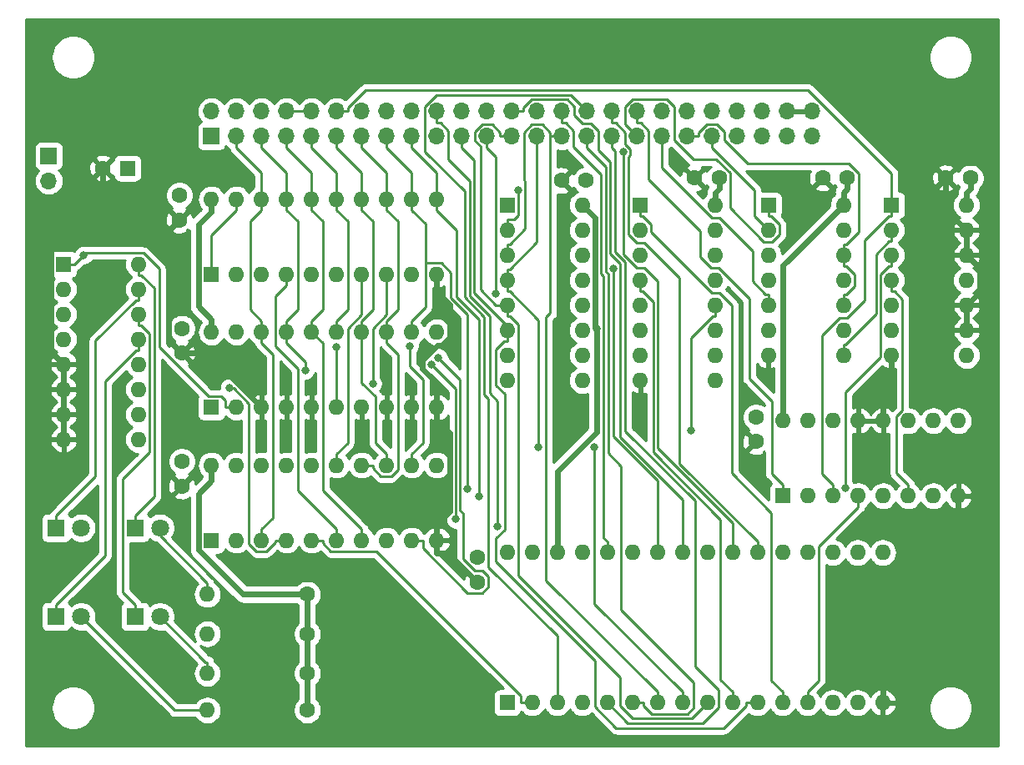
<source format=gbl>
G04 #@! TF.GenerationSoftware,KiCad,Pcbnew,(5.1.4-0-10_14)*
G04 #@! TF.CreationDate,2021-03-12T18:16:50+09:00*
G04 #@! TF.ProjectId,PC8001-MEM,50433830-3031-42d4-9d45-4d2e6b696361,rev?*
G04 #@! TF.SameCoordinates,Original*
G04 #@! TF.FileFunction,Copper,L2,Bot*
G04 #@! TF.FilePolarity,Positive*
%FSLAX46Y46*%
G04 Gerber Fmt 4.6, Leading zero omitted, Abs format (unit mm)*
G04 Created by KiCad (PCBNEW (5.1.4-0-10_14)) date 2021-03-12 18:16:50*
%MOMM*%
%LPD*%
G04 APERTURE LIST*
%ADD10O,1.700000X1.700000*%
%ADD11R,1.700000X1.700000*%
%ADD12O,1.600000X1.600000*%
%ADD13R,1.600000X1.600000*%
%ADD14C,1.600000*%
%ADD15C,1.800000*%
%ADD16R,1.800000X1.800000*%
%ADD17C,0.800000*%
%ADD18C,0.600000*%
%ADD19C,0.250000*%
%ADD20C,0.254000*%
G04 APERTURE END LIST*
D10*
X99000000Y-71040000D03*
D11*
X99000000Y-68500000D03*
D12*
X145500000Y-108760000D03*
X183600000Y-124000000D03*
X148040000Y-108760000D03*
X181060000Y-124000000D03*
X150580000Y-108760000D03*
X178520000Y-124000000D03*
X153120000Y-108760000D03*
X175980000Y-124000000D03*
X155660000Y-108760000D03*
X173440000Y-124000000D03*
X158200000Y-108760000D03*
X170900000Y-124000000D03*
X160740000Y-108760000D03*
X168360000Y-124000000D03*
X163280000Y-108760000D03*
X165820000Y-124000000D03*
X165820000Y-108760000D03*
X163280000Y-124000000D03*
X168360000Y-108760000D03*
X160740000Y-124000000D03*
X170900000Y-108760000D03*
X158200000Y-124000000D03*
X173440000Y-108760000D03*
X155660000Y-124000000D03*
X175980000Y-108760000D03*
X153120000Y-124000000D03*
X178520000Y-108760000D03*
X150580000Y-124000000D03*
X181060000Y-108760000D03*
X148040000Y-124000000D03*
X183600000Y-108760000D03*
D13*
X145500000Y-124000000D03*
D12*
X115500000Y-72880000D03*
X138360000Y-80500000D03*
X118040000Y-72880000D03*
X135820000Y-80500000D03*
X120580000Y-72880000D03*
X133280000Y-80500000D03*
X123120000Y-72880000D03*
X130740000Y-80500000D03*
X125660000Y-72880000D03*
X128200000Y-80500000D03*
X128200000Y-72880000D03*
X125660000Y-80500000D03*
X130740000Y-72880000D03*
X123120000Y-80500000D03*
X133280000Y-72880000D03*
X120580000Y-80500000D03*
X135820000Y-72880000D03*
X118040000Y-80500000D03*
X138360000Y-72880000D03*
D13*
X115500000Y-80500000D03*
D12*
X115500000Y-99880000D03*
X138360000Y-107500000D03*
X118040000Y-99880000D03*
X135820000Y-107500000D03*
X120580000Y-99880000D03*
X133280000Y-107500000D03*
X123120000Y-99880000D03*
X130740000Y-107500000D03*
X125660000Y-99880000D03*
X128200000Y-107500000D03*
X128200000Y-99880000D03*
X125660000Y-107500000D03*
X130740000Y-99880000D03*
X123120000Y-107500000D03*
X133280000Y-99880000D03*
X120580000Y-107500000D03*
X135820000Y-99880000D03*
X118040000Y-107500000D03*
X138360000Y-99880000D03*
D13*
X115500000Y-107500000D03*
D12*
X115500000Y-86380000D03*
X138360000Y-94000000D03*
X118040000Y-86380000D03*
X135820000Y-94000000D03*
X120580000Y-86380000D03*
X133280000Y-94000000D03*
X123120000Y-86380000D03*
X130740000Y-94000000D03*
X125660000Y-86380000D03*
X128200000Y-94000000D03*
X128200000Y-86380000D03*
X125660000Y-94000000D03*
X130740000Y-86380000D03*
X123120000Y-94000000D03*
X133280000Y-86380000D03*
X120580000Y-94000000D03*
X135820000Y-86380000D03*
X118040000Y-94000000D03*
X138360000Y-86380000D03*
D13*
X115500000Y-94000000D03*
D12*
X192120000Y-73500000D03*
X184500000Y-88740000D03*
X192120000Y-76040000D03*
X184500000Y-86200000D03*
X192120000Y-78580000D03*
X184500000Y-83660000D03*
X192120000Y-81120000D03*
X184500000Y-81120000D03*
X192120000Y-83660000D03*
X184500000Y-78580000D03*
X192120000Y-86200000D03*
X184500000Y-76040000D03*
X192120000Y-88740000D03*
D13*
X184500000Y-73500000D03*
D12*
X173500000Y-95380000D03*
X191280000Y-103000000D03*
X176040000Y-95380000D03*
X188740000Y-103000000D03*
X178580000Y-95380000D03*
X186200000Y-103000000D03*
X181120000Y-95380000D03*
X183660000Y-103000000D03*
X183660000Y-95380000D03*
X181120000Y-103000000D03*
X186200000Y-95380000D03*
X178580000Y-103000000D03*
X188740000Y-95380000D03*
X176040000Y-103000000D03*
X191280000Y-95380000D03*
D13*
X173500000Y-103000000D03*
D12*
X166620000Y-73500000D03*
X159000000Y-91280000D03*
X166620000Y-76040000D03*
X159000000Y-88740000D03*
X166620000Y-78580000D03*
X159000000Y-86200000D03*
X166620000Y-81120000D03*
X159000000Y-83660000D03*
X166620000Y-83660000D03*
X159000000Y-81120000D03*
X166620000Y-86200000D03*
X159000000Y-78580000D03*
X166620000Y-88740000D03*
X159000000Y-76040000D03*
X166620000Y-91280000D03*
D13*
X159000000Y-73500000D03*
D12*
X108120000Y-79500000D03*
X100500000Y-97280000D03*
X108120000Y-82040000D03*
X100500000Y-94740000D03*
X108120000Y-84580000D03*
X100500000Y-92200000D03*
X108120000Y-87120000D03*
X100500000Y-89660000D03*
X108120000Y-89660000D03*
X100500000Y-87120000D03*
X108120000Y-92200000D03*
X100500000Y-84580000D03*
X108120000Y-94740000D03*
X100500000Y-82040000D03*
X108120000Y-97280000D03*
D13*
X100500000Y-79500000D03*
D12*
X153120000Y-73500000D03*
X145500000Y-91280000D03*
X153120000Y-76040000D03*
X145500000Y-88740000D03*
X153120000Y-78580000D03*
X145500000Y-86200000D03*
X153120000Y-81120000D03*
X145500000Y-83660000D03*
X153120000Y-83660000D03*
X145500000Y-81120000D03*
X153120000Y-86200000D03*
X145500000Y-78580000D03*
X153120000Y-88740000D03*
X145500000Y-76040000D03*
X153120000Y-91280000D03*
D13*
X145500000Y-73500000D03*
D12*
X179620000Y-73500000D03*
X172000000Y-88740000D03*
X179620000Y-76040000D03*
X172000000Y-86200000D03*
X179620000Y-78580000D03*
X172000000Y-83660000D03*
X179620000Y-81120000D03*
X172000000Y-81120000D03*
X179620000Y-83660000D03*
X172000000Y-78580000D03*
X179620000Y-86200000D03*
X172000000Y-76040000D03*
X179620000Y-88740000D03*
D13*
X172000000Y-73500000D03*
D12*
X115090000Y-124750000D03*
D14*
X125250000Y-124750000D03*
D12*
X115090000Y-121000000D03*
D14*
X125250000Y-121000000D03*
D12*
X115090000Y-117000000D03*
D14*
X125250000Y-117000000D03*
D12*
X115090000Y-113000000D03*
D14*
X125250000Y-113000000D03*
D10*
X176460000Y-63960000D03*
X176460000Y-66500000D03*
X173920000Y-63960000D03*
X173920000Y-66500000D03*
X171380000Y-63960000D03*
X171380000Y-66500000D03*
X168840000Y-63960000D03*
X168840000Y-66500000D03*
X166300000Y-63960000D03*
X166300000Y-66500000D03*
X163760000Y-63960000D03*
X163760000Y-66500000D03*
X161220000Y-63960000D03*
X161220000Y-66500000D03*
X158680000Y-63960000D03*
X158680000Y-66500000D03*
X156140000Y-63960000D03*
X156140000Y-66500000D03*
X153600000Y-63960000D03*
X153600000Y-66500000D03*
X151060000Y-63960000D03*
X151060000Y-66500000D03*
X148520000Y-63960000D03*
X148520000Y-66500000D03*
X145980000Y-63960000D03*
X145980000Y-66500000D03*
X143440000Y-63960000D03*
X143440000Y-66500000D03*
X140900000Y-63960000D03*
X140900000Y-66500000D03*
X138360000Y-63960000D03*
X138360000Y-66500000D03*
X135820000Y-63960000D03*
X135820000Y-66500000D03*
X133280000Y-63960000D03*
X133280000Y-66500000D03*
X130740000Y-63960000D03*
X130740000Y-66500000D03*
X128200000Y-63960000D03*
X128200000Y-66500000D03*
X125660000Y-63960000D03*
X125660000Y-66500000D03*
X123120000Y-63960000D03*
X123120000Y-66500000D03*
X120580000Y-63960000D03*
X120580000Y-66500000D03*
X118040000Y-63960000D03*
X118040000Y-66500000D03*
X115500000Y-63960000D03*
D11*
X115500000Y-66500000D03*
D15*
X102290000Y-106250000D03*
D16*
X99750000Y-106250000D03*
D15*
X102290000Y-115250000D03*
D16*
X99750000Y-115250000D03*
D15*
X110290000Y-115250000D03*
D16*
X107750000Y-115250000D03*
D15*
X110290000Y-106250000D03*
D16*
X107750000Y-106250000D03*
D14*
X192500000Y-70750000D03*
X190000000Y-70750000D03*
X104500000Y-69750000D03*
D13*
X107000000Y-69750000D03*
D14*
X180000000Y-70750000D03*
X177500000Y-70750000D03*
X142500000Y-109250000D03*
X142500000Y-111750000D03*
X112250000Y-72500000D03*
X112250000Y-75000000D03*
X112500000Y-99500000D03*
X112500000Y-102000000D03*
X112500000Y-86000000D03*
X112500000Y-88500000D03*
X170750000Y-95000000D03*
X170750000Y-97500000D03*
X167000000Y-70750000D03*
X164500000Y-70750000D03*
X153500000Y-71000000D03*
X151000000Y-71000000D03*
D17*
X154571800Y-86047200D03*
X134500000Y-118000000D03*
X146625300Y-71948000D03*
X154346900Y-98017900D03*
X148702000Y-98017800D03*
X157294700Y-68123500D03*
X144353600Y-82442300D03*
X156249500Y-79951300D03*
X144515200Y-106142000D03*
X142686200Y-103016900D03*
X141507400Y-102287200D03*
X140276300Y-105374900D03*
X137811900Y-89686300D03*
X117333200Y-92039500D03*
X125013300Y-90273900D03*
X128200000Y-87939200D03*
X102562650Y-78562650D03*
X164172000Y-96358500D03*
X179790000Y-102204100D03*
X138540700Y-88961800D03*
X131865400Y-91604100D03*
X135596000Y-87800000D03*
D18*
X154571800Y-86047200D02*
X154571800Y-96519800D01*
X154571800Y-96519800D02*
X150580000Y-100511600D01*
X150580000Y-100511600D02*
X150580000Y-107459700D01*
X153120000Y-73500000D02*
X154433900Y-74813900D01*
X154433900Y-74813900D02*
X154433900Y-85909300D01*
X154433900Y-85909300D02*
X154571800Y-86047200D01*
X125250000Y-113000000D02*
X118692400Y-113000000D01*
X118692400Y-113000000D02*
X114199600Y-108507200D01*
X114199600Y-108507200D02*
X114199600Y-102776300D01*
X114199600Y-102776300D02*
X115500000Y-101475900D01*
X115500000Y-101475900D02*
X115500000Y-101180300D01*
X150580000Y-108760000D02*
X150580000Y-107459700D01*
X115500000Y-99880000D02*
X115500000Y-101180300D01*
X192120000Y-73500000D02*
X192120000Y-72199700D01*
X192120000Y-72199700D02*
X192500000Y-71819700D01*
X192500000Y-71819700D02*
X192500000Y-70750000D01*
X115500000Y-86380000D02*
X115500000Y-85079700D01*
X115500000Y-72880000D02*
X115500000Y-74180300D01*
X115500000Y-74180300D02*
X114199700Y-75480600D01*
X114199700Y-75480600D02*
X114199700Y-83779400D01*
X114199700Y-83779400D02*
X115500000Y-85079700D01*
X173500000Y-95380000D02*
X173500000Y-79620000D01*
X173500000Y-79620000D02*
X179620000Y-73500000D01*
X125250000Y-121000000D02*
X125250000Y-124750000D01*
X125250000Y-117000000D02*
X125250000Y-121000000D01*
X125250000Y-113000000D02*
X125250000Y-117000000D01*
X179620000Y-73500000D02*
X179620000Y-72199700D01*
X180000000Y-70750000D02*
X180000000Y-71819700D01*
X180000000Y-71819700D02*
X179620000Y-72199700D01*
X166620000Y-73500000D02*
X166620000Y-72199700D01*
X167000000Y-70750000D02*
X167000000Y-71819700D01*
X167000000Y-71819700D02*
X166620000Y-72199700D01*
X138360000Y-95300300D02*
X139660300Y-96600600D01*
X139660300Y-96600600D02*
X139660300Y-104543900D01*
X139660300Y-104543900D02*
X138360000Y-105844200D01*
X138360000Y-105844200D02*
X138360000Y-106199700D01*
X138360000Y-81800300D02*
X138360000Y-82319500D01*
X138360000Y-82319500D02*
X139660300Y-83619800D01*
X139660300Y-83619800D02*
X139660300Y-86929100D01*
X139660300Y-86929100D02*
X138854500Y-87734900D01*
X138854500Y-87734900D02*
X138463100Y-87734900D01*
X138463100Y-87734900D02*
X136911600Y-89286400D01*
X136911600Y-89286400D02*
X136911600Y-90059200D01*
X136911600Y-90059200D02*
X138359900Y-91507500D01*
X138359900Y-91507500D02*
X138360000Y-91507500D01*
X138360000Y-91507500D02*
X138360000Y-92699700D01*
X104500000Y-72855600D02*
X107998400Y-72855600D01*
X107998400Y-72855600D02*
X111196400Y-76053600D01*
X100500000Y-89660000D02*
X99188900Y-88348900D01*
X99188900Y-88348900D02*
X99188900Y-78166700D01*
X99188900Y-78166700D02*
X104500000Y-72855600D01*
X104500000Y-69750000D02*
X104500000Y-72855600D01*
X111196400Y-76053600D02*
X111196400Y-87196400D01*
X111196400Y-87196400D02*
X112500000Y-88500000D01*
X112250000Y-75000000D02*
X111196400Y-76053600D01*
X112500000Y-88500000D02*
X115080000Y-88500000D01*
X115080000Y-88500000D02*
X120580000Y-94000000D01*
X183600000Y-124000000D02*
X183600000Y-122699700D01*
X191280000Y-103000000D02*
X191280000Y-115019700D01*
X191280000Y-115019700D02*
X183600000Y-122699700D01*
X138360000Y-94000000D02*
X138360000Y-95300300D01*
X184500000Y-88740000D02*
X184500000Y-93239700D01*
X184500000Y-93239700D02*
X183660000Y-94079700D01*
X138360000Y-107500000D02*
X138360000Y-108800300D01*
X142500000Y-111750000D02*
X139550300Y-108800300D01*
X139550300Y-108800300D02*
X138360000Y-108800300D01*
X138360000Y-107500000D02*
X138360000Y-106199700D01*
X138360000Y-93349800D02*
X138360000Y-94000000D01*
X138360000Y-93349800D02*
X138360000Y-92699700D01*
X138360000Y-80500000D02*
X138360000Y-81800300D01*
X192120000Y-78580000D02*
X192120000Y-76040000D01*
X192120000Y-83660000D02*
X193434200Y-82345800D01*
X193434200Y-82345800D02*
X193434200Y-79894200D01*
X193434200Y-79894200D02*
X192120000Y-78580000D01*
X192120000Y-86200000D02*
X192120000Y-83660000D01*
X183660000Y-95380000D02*
X183660000Y-94079700D01*
X100500000Y-94740000D02*
X100500000Y-97280000D01*
X100500000Y-92200000D02*
X100500000Y-94740000D01*
X100500000Y-89660000D02*
X100500000Y-92200000D01*
X190000000Y-70750000D02*
X190000000Y-73920000D01*
X190000000Y-73920000D02*
X192120000Y-76040000D01*
D19*
X115090000Y-113000000D02*
X115090000Y-111874700D01*
X110290000Y-106250000D02*
X110290000Y-107074700D01*
X110290000Y-107074700D02*
X115090000Y-111874700D01*
X108120000Y-80625300D02*
X108401400Y-80625300D01*
X108401400Y-80625300D02*
X109695600Y-81919500D01*
X109695600Y-81919500D02*
X109695600Y-103079100D01*
X109695600Y-103079100D02*
X107750000Y-105024700D01*
X108120000Y-79500000D02*
X108120000Y-80625300D01*
X107750000Y-106250000D02*
X107750000Y-105024700D01*
X115090000Y-121000000D02*
X115090000Y-119874700D01*
X110290000Y-115250000D02*
X114914700Y-119874700D01*
X114914700Y-119874700D02*
X115090000Y-119874700D01*
X108120000Y-84580000D02*
X108120000Y-85705300D01*
X107750000Y-115250000D02*
X107750000Y-114024700D01*
X107750000Y-114024700D02*
X106524600Y-112799300D01*
X106524600Y-112799300D02*
X106524600Y-101262700D01*
X106524600Y-101262700D02*
X109245300Y-98542000D01*
X109245300Y-98542000D02*
X109245300Y-86549200D01*
X109245300Y-86549200D02*
X108401400Y-85705300D01*
X108401400Y-85705300D02*
X108120000Y-85705300D01*
X102290000Y-115250000D02*
X111790000Y-124750000D01*
X111790000Y-124750000D02*
X115090000Y-124750000D01*
X99750000Y-114024700D02*
X104693900Y-109080800D01*
X104693900Y-109080800D02*
X104693900Y-91390100D01*
X104693900Y-91390100D02*
X107838700Y-88245300D01*
X107838700Y-88245300D02*
X108120000Y-88245300D01*
X108120000Y-87120000D02*
X108120000Y-88245300D01*
X99750000Y-115250000D02*
X99750000Y-114024700D01*
X99750000Y-105024700D02*
X103746600Y-101028100D01*
X103746600Y-101028100D02*
X103746600Y-87257400D01*
X103746600Y-87257400D02*
X107838700Y-83165300D01*
X107838700Y-83165300D02*
X108120000Y-83165300D01*
X108120000Y-82040000D02*
X108120000Y-83165300D01*
X99750000Y-106250000D02*
X99750000Y-105024700D01*
X166300000Y-66500000D02*
X166300000Y-67675300D01*
X166300000Y-67675300D02*
X170585400Y-71960700D01*
X170585400Y-71960700D02*
X170585400Y-74625400D01*
X170585400Y-74625400D02*
X172000000Y-76040000D01*
X179620000Y-78580000D02*
X179620000Y-79705300D01*
X179620000Y-83660000D02*
X179620000Y-82534700D01*
X179620000Y-82534700D02*
X179901300Y-82534700D01*
X179901300Y-82534700D02*
X180745300Y-81690700D01*
X180745300Y-81690700D02*
X180745300Y-80549200D01*
X180745300Y-80549200D02*
X179901400Y-79705300D01*
X179901400Y-79705300D02*
X179620000Y-79705300D01*
X179620000Y-78580000D02*
X179620000Y-77454700D01*
X163760000Y-66500000D02*
X164935300Y-66500000D01*
X164935300Y-66500000D02*
X164935300Y-66132700D01*
X164935300Y-66132700D02*
X165743400Y-65324600D01*
X165743400Y-65324600D02*
X166825600Y-65324600D01*
X166825600Y-65324600D02*
X167570000Y-66069000D01*
X167570000Y-66069000D02*
X167570000Y-66920700D01*
X167570000Y-66920700D02*
X169944700Y-69295400D01*
X169944700Y-69295400D02*
X180140200Y-69295400D01*
X180140200Y-69295400D02*
X181169300Y-70324500D01*
X181169300Y-70324500D02*
X181169300Y-76186700D01*
X181169300Y-76186700D02*
X179901300Y-77454700D01*
X179901300Y-77454700D02*
X179620000Y-77454700D01*
X172000000Y-82534700D02*
X171718600Y-82534700D01*
X171718600Y-82534700D02*
X170424400Y-81240500D01*
X170424400Y-81240500D02*
X170424400Y-78173100D01*
X170424400Y-78173100D02*
X167021300Y-74770000D01*
X167021300Y-74770000D02*
X166297200Y-74770000D01*
X166297200Y-74770000D02*
X161220000Y-69692800D01*
X161220000Y-69692800D02*
X161220000Y-67675300D01*
X161220000Y-66500000D02*
X161220000Y-67675300D01*
X172000000Y-83660000D02*
X172000000Y-82534700D01*
X173500000Y-103000000D02*
X173500000Y-101874700D01*
X158680000Y-63960000D02*
X158680000Y-65135300D01*
X158680000Y-65135300D02*
X159047400Y-65135300D01*
X159047400Y-65135300D02*
X159855300Y-65943200D01*
X159855300Y-65943200D02*
X159855300Y-70866900D01*
X159855300Y-70866900D02*
X165118600Y-76130200D01*
X165118600Y-76130200D02*
X165118600Y-78736500D01*
X165118600Y-78736500D02*
X166232100Y-79850000D01*
X166232100Y-79850000D02*
X166942400Y-79850000D01*
X166942400Y-79850000D02*
X170073100Y-82980700D01*
X170073100Y-82980700D02*
X170073100Y-91087400D01*
X170073100Y-91087400D02*
X172374700Y-93389000D01*
X172374700Y-93389000D02*
X172374700Y-100749400D01*
X172374700Y-100749400D02*
X173500000Y-101874700D01*
X172000000Y-73500000D02*
X172000000Y-74625300D01*
X158680000Y-66500000D02*
X157474600Y-65294600D01*
X157474600Y-65294600D02*
X157474600Y-63484100D01*
X157474600Y-63484100D02*
X158196700Y-62762000D01*
X158196700Y-62762000D02*
X161700400Y-62762000D01*
X161700400Y-62762000D02*
X162490000Y-63551600D01*
X162490000Y-63551600D02*
X162490000Y-66903100D01*
X162490000Y-66903100D02*
X164416600Y-68829700D01*
X164416600Y-68829700D02*
X166742500Y-68829700D01*
X166742500Y-68829700D02*
X168125400Y-70212600D01*
X168125400Y-70212600D02*
X168125400Y-73781800D01*
X168125400Y-73781800D02*
X171565000Y-77221400D01*
X171565000Y-77221400D02*
X172410400Y-77221400D01*
X172410400Y-77221400D02*
X173125300Y-76506500D01*
X173125300Y-76506500D02*
X173125300Y-75469200D01*
X173125300Y-75469200D02*
X172281400Y-74625300D01*
X172281400Y-74625300D02*
X172000000Y-74625300D01*
X170900000Y-107634700D02*
X162978800Y-99713500D01*
X162978800Y-99713500D02*
X162978800Y-80890000D01*
X162978800Y-80890000D02*
X159398800Y-77310000D01*
X159398800Y-77310000D02*
X158671300Y-77310000D01*
X158671300Y-77310000D02*
X157831800Y-76470500D01*
X157831800Y-76470500D02*
X157831800Y-68612200D01*
X157831800Y-68612200D02*
X158020000Y-68424000D01*
X158020000Y-68424000D02*
X158020000Y-67823000D01*
X158020000Y-67823000D02*
X157490900Y-67293900D01*
X157490900Y-67293900D02*
X157490900Y-66118800D01*
X157490900Y-66118800D02*
X156507400Y-65135300D01*
X156507400Y-65135300D02*
X156140000Y-65135300D01*
X170900000Y-108760000D02*
X170900000Y-107634700D01*
X156140000Y-63960000D02*
X156140000Y-65135300D01*
X156140000Y-66500000D02*
X156140000Y-67675300D01*
X156140000Y-67675300D02*
X156468000Y-68003300D01*
X156468000Y-68003300D02*
X156468000Y-78276500D01*
X156468000Y-78276500D02*
X157490700Y-79299200D01*
X157490700Y-79299200D02*
X157490700Y-96408300D01*
X157490700Y-96408300D02*
X164550000Y-103467600D01*
X164550000Y-103467600D02*
X164550000Y-120311900D01*
X164550000Y-120311900D02*
X166948500Y-122710400D01*
X166948500Y-122710400D02*
X166948500Y-124472500D01*
X166948500Y-124472500D02*
X165365400Y-126055600D01*
X165365400Y-126055600D02*
X157715600Y-126055600D01*
X157715600Y-126055600D02*
X155660000Y-124000000D01*
X153600000Y-63960000D02*
X151941500Y-62301500D01*
X151941500Y-62301500D02*
X138330100Y-62301500D01*
X138330100Y-62301500D02*
X137159400Y-63472200D01*
X137159400Y-63472200D02*
X137159400Y-68057600D01*
X137159400Y-68057600D02*
X141191700Y-72089900D01*
X141191700Y-72089900D02*
X141191700Y-82854000D01*
X141191700Y-82854000D02*
X143175200Y-84837500D01*
X143175200Y-84837500D02*
X143175200Y-92685600D01*
X143175200Y-92685600D02*
X143625400Y-93135800D01*
X143625400Y-93135800D02*
X143625400Y-110212800D01*
X143625400Y-110212800D02*
X150580000Y-117167400D01*
X150580000Y-117167400D02*
X150580000Y-122874700D01*
X150580000Y-124000000D02*
X150580000Y-122874700D01*
X153600000Y-67675300D02*
X155509500Y-69584800D01*
X155509500Y-69584800D02*
X155509500Y-80237000D01*
X155509500Y-80237000D02*
X155747400Y-80474900D01*
X155747400Y-80474900D02*
X155747400Y-98639500D01*
X155747400Y-98639500D02*
X157074500Y-99966600D01*
X157074500Y-99966600D02*
X157074500Y-114602900D01*
X157074500Y-114602900D02*
X164444300Y-121972700D01*
X164444300Y-121972700D02*
X164444300Y-124479500D01*
X164444300Y-124479500D02*
X163798500Y-125125300D01*
X163798500Y-125125300D02*
X160169200Y-125125300D01*
X160169200Y-125125300D02*
X159325300Y-124281400D01*
X159325300Y-124281400D02*
X159325300Y-124000000D01*
X145500000Y-74914700D02*
X146203400Y-74914700D01*
X146203400Y-74914700D02*
X146625300Y-74492800D01*
X146625300Y-74492800D02*
X146625300Y-71948000D01*
X158200000Y-124000000D02*
X159325300Y-124000000D01*
X153600000Y-66500000D02*
X153600000Y-67675300D01*
X145500000Y-76040000D02*
X145500000Y-74914700D01*
X151060000Y-65135300D02*
X151427400Y-65135300D01*
X151427400Y-65135300D02*
X152235300Y-65943200D01*
X152235300Y-65943200D02*
X152235300Y-67584900D01*
X152235300Y-67584900D02*
X155059200Y-70408800D01*
X155059200Y-70408800D02*
X155059200Y-80423600D01*
X155059200Y-80423600D02*
X155297100Y-80661500D01*
X155297100Y-80661500D02*
X155297100Y-107271800D01*
X155297100Y-107271800D02*
X155660000Y-107634700D01*
X155660000Y-108760000D02*
X155660000Y-107634700D01*
X151060000Y-63960000D02*
X151060000Y-65135300D01*
X160740000Y-124000000D02*
X160740000Y-122874700D01*
X149884700Y-66500000D02*
X149874700Y-66510000D01*
X149874700Y-66510000D02*
X149874700Y-84451900D01*
X149874700Y-84451900D02*
X149438400Y-84888200D01*
X149438400Y-84888200D02*
X149438400Y-111573100D01*
X149438400Y-111573100D02*
X160740000Y-122874700D01*
X145500000Y-77454700D02*
X145781300Y-77454700D01*
X145781300Y-77454700D02*
X147351200Y-75884800D01*
X147351200Y-75884800D02*
X147351200Y-71047700D01*
X147351200Y-71047700D02*
X147256000Y-70952500D01*
X147256000Y-70952500D02*
X147256000Y-66099200D01*
X147256000Y-66099200D02*
X148030600Y-65324600D01*
X148030600Y-65324600D02*
X149076600Y-65324600D01*
X149076600Y-65324600D02*
X149884700Y-66132700D01*
X149884700Y-66132700D02*
X149884700Y-66500000D01*
X151060000Y-66500000D02*
X149884700Y-66500000D01*
X145500000Y-78580000D02*
X145500000Y-77454700D01*
X145500000Y-81120000D02*
X145500000Y-82245300D01*
X145500000Y-82245300D02*
X145781300Y-82245300D01*
X145781300Y-82245300D02*
X148702000Y-85166000D01*
X148702000Y-85166000D02*
X148702000Y-98017800D01*
X154346900Y-98017900D02*
X154346900Y-113941600D01*
X154346900Y-113941600D02*
X163280000Y-122874700D01*
X145500000Y-81120000D02*
X145500000Y-79994700D01*
X145500000Y-79994700D02*
X145781300Y-79994700D01*
X145781300Y-79994700D02*
X148520000Y-77256000D01*
X148520000Y-77256000D02*
X148520000Y-66500000D01*
X163280000Y-124000000D02*
X163280000Y-122874700D01*
X163280000Y-108760000D02*
X163280000Y-107634700D01*
X147155300Y-63960000D02*
X147155300Y-63592700D01*
X147155300Y-63592700D02*
X147989600Y-62758400D01*
X147989600Y-62758400D02*
X151608400Y-62758400D01*
X151608400Y-62758400D02*
X152330000Y-63480000D01*
X152330000Y-63480000D02*
X152330000Y-64374200D01*
X152330000Y-64374200D02*
X153152400Y-65196600D01*
X153152400Y-65196600D02*
X153997600Y-65196600D01*
X153997600Y-65196600D02*
X154775400Y-65974400D01*
X154775400Y-65974400D02*
X154775400Y-67896000D01*
X154775400Y-67896000D02*
X155959800Y-69080400D01*
X155959800Y-69080400D02*
X155959800Y-78405200D01*
X155959800Y-78405200D02*
X156974900Y-79420300D01*
X156974900Y-79420300D02*
X156974900Y-97071900D01*
X156974900Y-97071900D02*
X163279900Y-103376900D01*
X163279900Y-103376900D02*
X163279900Y-107634700D01*
X163279900Y-107634700D02*
X163280000Y-107634700D01*
X145980000Y-63960000D02*
X147155300Y-63960000D01*
X145500000Y-83660000D02*
X145500000Y-84785300D01*
X145500000Y-83660000D02*
X144374700Y-83660000D01*
X144374700Y-83660000D02*
X142805400Y-82090700D01*
X142805400Y-82090700D02*
X142805400Y-67527600D01*
X142805400Y-67527600D02*
X142239900Y-66962100D01*
X142239900Y-66962100D02*
X142239900Y-66031400D01*
X142239900Y-66031400D02*
X142967200Y-65304100D01*
X142967200Y-65304100D02*
X143976100Y-65304100D01*
X143976100Y-65304100D02*
X144804700Y-66132700D01*
X144804700Y-66132700D02*
X144804700Y-66500000D01*
X165820000Y-124000000D02*
X164215800Y-125604200D01*
X164215800Y-125604200D02*
X158195500Y-125604200D01*
X158195500Y-125604200D02*
X156930000Y-124338700D01*
X156930000Y-124338700D02*
X156930000Y-121435900D01*
X156930000Y-121435900D02*
X146625300Y-111131200D01*
X146625300Y-111131200D02*
X146625300Y-85629200D01*
X146625300Y-85629200D02*
X145781400Y-84785300D01*
X145781400Y-84785300D02*
X145500000Y-84785300D01*
X145980000Y-66500000D02*
X144804700Y-66500000D01*
X168360000Y-108760000D02*
X168360000Y-105731600D01*
X168360000Y-105731600D02*
X160762300Y-98133900D01*
X160762300Y-98133900D02*
X160762300Y-81224800D01*
X160762300Y-81224800D02*
X159387500Y-79850000D01*
X159387500Y-79850000D02*
X158678400Y-79850000D01*
X158678400Y-79850000D02*
X157294700Y-78466300D01*
X157294700Y-78466300D02*
X157294700Y-68123500D01*
X168360000Y-122874700D02*
X167125800Y-121640500D01*
X167125800Y-121640500D02*
X167125700Y-121640500D01*
X167125700Y-121640500D02*
X167125700Y-105406400D01*
X167125700Y-105406400D02*
X160311900Y-98592600D01*
X160311900Y-98592600D02*
X160311900Y-83303400D01*
X160311900Y-83303400D02*
X159253800Y-82245300D01*
X159253800Y-82245300D02*
X159000000Y-82245300D01*
X144353600Y-82442300D02*
X144353600Y-68588900D01*
X144353600Y-68588900D02*
X143440000Y-67675300D01*
X168360000Y-124000000D02*
X168360000Y-122874700D01*
X143440000Y-66500000D02*
X143440000Y-67675300D01*
X159000000Y-81120000D02*
X159000000Y-82245300D01*
X156249500Y-79951300D02*
X156249500Y-96983400D01*
X156249500Y-96983400D02*
X160740000Y-101473900D01*
X160740000Y-101473900D02*
X160740000Y-107634700D01*
X160740000Y-108760000D02*
X160740000Y-107634700D01*
X170900000Y-124000000D02*
X169774700Y-124000000D01*
X145500000Y-86200000D02*
X145500000Y-87325300D01*
X145500000Y-87325300D02*
X145218700Y-87325300D01*
X145218700Y-87325300D02*
X144366600Y-88177400D01*
X144366600Y-88177400D02*
X144366600Y-91783000D01*
X144366600Y-91783000D02*
X145252100Y-92668500D01*
X145252100Y-92668500D02*
X145252100Y-106440400D01*
X145252100Y-106440400D02*
X144369900Y-107322600D01*
X144369900Y-107322600D02*
X144369900Y-109691200D01*
X144369900Y-109691200D02*
X154390000Y-119711300D01*
X154390000Y-119711300D02*
X154390000Y-124364200D01*
X154390000Y-124364200D02*
X156582900Y-126557100D01*
X156582900Y-126557100D02*
X167498900Y-126557100D01*
X167498900Y-126557100D02*
X169774700Y-124281300D01*
X169774700Y-124281300D02*
X169774700Y-124000000D01*
X140900000Y-67675300D02*
X142146900Y-68922200D01*
X142146900Y-68922200D02*
X142146900Y-82407600D01*
X142146900Y-82407600D02*
X145500000Y-85760700D01*
X145500000Y-85760700D02*
X145500000Y-86200000D01*
X140900000Y-66500000D02*
X140900000Y-67675300D01*
X138360000Y-65135300D02*
X138727400Y-65135300D01*
X138727400Y-65135300D02*
X139535300Y-65943200D01*
X139535300Y-65943200D02*
X139535300Y-68857900D01*
X139535300Y-68857900D02*
X141696500Y-71019100D01*
X141696500Y-71019100D02*
X141696500Y-82721800D01*
X141696500Y-82721800D02*
X143720400Y-84745700D01*
X143720400Y-84745700D02*
X143720400Y-92593900D01*
X143720400Y-92593900D02*
X144515200Y-93388700D01*
X144515200Y-93388700D02*
X144515200Y-106142000D01*
X138360000Y-63960000D02*
X138360000Y-65135300D01*
X173440000Y-124000000D02*
X173440000Y-122874700D01*
X159000000Y-73500000D02*
X159000000Y-74625300D01*
X159000000Y-74625300D02*
X159281400Y-74625300D01*
X159281400Y-74625300D02*
X160125300Y-75469200D01*
X160125300Y-75469200D02*
X160125300Y-76222800D01*
X160125300Y-76222800D02*
X166292500Y-82390000D01*
X166292500Y-82390000D02*
X167018900Y-82390000D01*
X167018900Y-82390000D02*
X168294000Y-83665100D01*
X168294000Y-83665100D02*
X168294000Y-100708700D01*
X168294000Y-100708700D02*
X172314700Y-104729400D01*
X172314700Y-104729400D02*
X172314700Y-121749400D01*
X172314700Y-121749400D02*
X173440000Y-122874700D01*
X138360000Y-74005300D02*
X140400800Y-76046100D01*
X140400800Y-76046100D02*
X140400800Y-82838800D01*
X140400800Y-82838800D02*
X142686200Y-85124200D01*
X142686200Y-85124200D02*
X142686200Y-103016900D01*
X138360000Y-72880000D02*
X138360000Y-74005300D01*
X135820000Y-67675300D02*
X138360000Y-70215300D01*
X138360000Y-70215300D02*
X138360000Y-72880000D01*
X135820000Y-66500000D02*
X135820000Y-67675300D01*
X137202600Y-79345700D02*
X138838300Y-79345700D01*
X138838300Y-79345700D02*
X139819600Y-80327000D01*
X139819600Y-80327000D02*
X139819600Y-82894700D01*
X139819600Y-82894700D02*
X141507300Y-84582400D01*
X141507300Y-84582400D02*
X141507300Y-102287200D01*
X141507300Y-102287200D02*
X141507400Y-102287200D01*
X137202600Y-79345700D02*
X137202600Y-83872100D01*
X137202600Y-83872100D02*
X135820000Y-85254700D01*
X135820000Y-74005300D02*
X137202600Y-75387900D01*
X137202600Y-75387900D02*
X137202600Y-79345700D01*
X135820000Y-86380000D02*
X135820000Y-85254700D01*
X135820000Y-72880000D02*
X135820000Y-74005300D01*
X133280000Y-67675300D02*
X135820000Y-70215300D01*
X135820000Y-70215300D02*
X135820000Y-72880000D01*
X133280000Y-66500000D02*
X133280000Y-67675300D01*
X133280000Y-87505300D02*
X134406300Y-88631600D01*
X134406300Y-88631600D02*
X134406300Y-100345500D01*
X134406300Y-100345500D02*
X133746500Y-101005300D01*
X133746500Y-101005300D02*
X132709200Y-101005300D01*
X132709200Y-101005300D02*
X131865300Y-100161400D01*
X131865300Y-100161400D02*
X131865300Y-99880000D01*
X133280000Y-74005300D02*
X134405300Y-75130600D01*
X134405300Y-75130600D02*
X134405300Y-84129400D01*
X134405300Y-84129400D02*
X133280000Y-85254700D01*
X133280000Y-86380000D02*
X133280000Y-85254700D01*
X133280000Y-72880000D02*
X133280000Y-74005300D01*
X130740000Y-67675300D02*
X133280000Y-70215300D01*
X133280000Y-70215300D02*
X133280000Y-72880000D01*
X130740000Y-99880000D02*
X131865300Y-99880000D01*
X133280000Y-86380000D02*
X133280000Y-87505300D01*
X130740000Y-66500000D02*
X130740000Y-67675300D01*
X184500000Y-73500000D02*
X184500000Y-74625300D01*
X184500000Y-74625300D02*
X184218700Y-74625300D01*
X184218700Y-74625300D02*
X181769000Y-77075000D01*
X181769000Y-77075000D02*
X181769000Y-83114400D01*
X181769000Y-83114400D02*
X179953400Y-84930000D01*
X179953400Y-84930000D02*
X179223900Y-84930000D01*
X179223900Y-84930000D02*
X177454700Y-86699200D01*
X177454700Y-86699200D02*
X177454700Y-100749400D01*
X177454700Y-100749400D02*
X178580000Y-101874700D01*
X129375300Y-63960000D02*
X129375300Y-63592700D01*
X129375300Y-63592700D02*
X131132800Y-61835200D01*
X131132800Y-61835200D02*
X176041300Y-61835200D01*
X176041300Y-61835200D02*
X184500000Y-70293900D01*
X184500000Y-70293900D02*
X184500000Y-73500000D01*
X178580000Y-103000000D02*
X178580000Y-101874700D01*
X123120000Y-63960000D02*
X125660000Y-63960000D01*
X128200000Y-63960000D02*
X129375300Y-63960000D01*
X130740000Y-86380000D02*
X130740000Y-91504400D01*
X130740000Y-91504400D02*
X132154700Y-92919100D01*
X132154700Y-92919100D02*
X132154700Y-97629400D01*
X132154700Y-97629400D02*
X133280000Y-98754700D01*
X130740000Y-86380000D02*
X130740000Y-85254700D01*
X130740000Y-72880000D02*
X130740000Y-74005300D01*
X130740000Y-74005300D02*
X131865300Y-75130600D01*
X131865300Y-75130600D02*
X131865300Y-84129400D01*
X131865300Y-84129400D02*
X130740000Y-85254700D01*
X128200000Y-67675300D02*
X130740000Y-70215300D01*
X130740000Y-70215300D02*
X130740000Y-72880000D01*
X133280000Y-99880000D02*
X133280000Y-98754700D01*
X128200000Y-66500000D02*
X128200000Y-67675300D01*
X128200000Y-86380000D02*
X128200000Y-85254700D01*
X128200000Y-72880000D02*
X128200000Y-74005300D01*
X128200000Y-74005300D02*
X129325300Y-75130600D01*
X129325300Y-75130600D02*
X129325300Y-84129400D01*
X129325300Y-84129400D02*
X128200000Y-85254700D01*
X125660000Y-67675300D02*
X128200000Y-70215300D01*
X128200000Y-70215300D02*
X128200000Y-72880000D01*
X137811900Y-89686300D02*
X140292800Y-92167200D01*
X140292800Y-92167200D02*
X140292800Y-105358400D01*
X140292800Y-105358400D02*
X140276300Y-105374900D01*
X125660000Y-66500000D02*
X125660000Y-67675300D01*
X130740000Y-107500000D02*
X130740000Y-106374700D01*
X125660000Y-86379900D02*
X126785400Y-87505300D01*
X126785400Y-87505300D02*
X126785400Y-102420100D01*
X126785400Y-102420100D02*
X130740000Y-106374700D01*
X125660000Y-86379900D02*
X125660000Y-85254700D01*
X125660000Y-86380000D02*
X125660000Y-86379900D01*
X125660000Y-74005300D02*
X126785300Y-75130600D01*
X126785300Y-75130600D02*
X126785300Y-84129400D01*
X126785300Y-84129400D02*
X125660000Y-85254700D01*
X125660000Y-72880000D02*
X125660000Y-74005300D01*
X123120000Y-67675300D02*
X125660000Y-70215300D01*
X125660000Y-70215300D02*
X125660000Y-72880000D01*
X123120000Y-66500000D02*
X123120000Y-67675300D01*
X123120000Y-86380000D02*
X123120000Y-87505300D01*
X123120000Y-86380000D02*
X123120000Y-85254700D01*
X123120000Y-72880000D02*
X123120000Y-74005300D01*
X123120000Y-74005300D02*
X124245300Y-75130600D01*
X124245300Y-75130600D02*
X124245300Y-84129400D01*
X124245300Y-84129400D02*
X123120000Y-85254700D01*
X120580000Y-67675300D02*
X123120000Y-70215300D01*
X123120000Y-70215300D02*
X123120000Y-72880000D01*
X120580000Y-66500000D02*
X120580000Y-67675300D01*
X121994700Y-107500000D02*
X121994700Y-107692800D01*
X121994700Y-107692800D02*
X121062200Y-108625300D01*
X121062200Y-108625300D02*
X120081500Y-108625300D01*
X120081500Y-108625300D02*
X119310000Y-107853800D01*
X119310000Y-107853800D02*
X119310000Y-93614400D01*
X119310000Y-93614400D02*
X117735200Y-92039600D01*
X117735200Y-92039600D02*
X117333200Y-92039600D01*
X117333200Y-92039600D02*
X117333200Y-92039500D01*
X123120000Y-87505300D02*
X125013300Y-89398600D01*
X125013300Y-89398600D02*
X125013300Y-90273900D01*
X123120000Y-107500000D02*
X121994700Y-107500000D01*
X120580000Y-86380000D02*
X120580000Y-85254700D01*
X120580000Y-72880000D02*
X120580000Y-74005300D01*
X120580000Y-74005300D02*
X119454700Y-75130600D01*
X119454700Y-75130600D02*
X119454700Y-84129400D01*
X119454700Y-84129400D02*
X120580000Y-85254700D01*
X118040000Y-67675300D02*
X120580000Y-70215300D01*
X120580000Y-70215300D02*
X120580000Y-72880000D01*
X120580000Y-87505300D02*
X121705300Y-88630600D01*
X121705300Y-88630600D02*
X121705300Y-105249400D01*
X121705300Y-105249400D02*
X120580000Y-106374700D01*
X181120000Y-103000000D02*
X181120000Y-104125300D01*
X175980000Y-124000000D02*
X175980000Y-122874700D01*
X175980000Y-122874700D02*
X177105300Y-121749400D01*
X177105300Y-121749400D02*
X177105300Y-108140000D01*
X177105300Y-108140000D02*
X181120000Y-104125300D01*
X118040000Y-66500000D02*
X118040000Y-67675300D01*
X120580000Y-86380000D02*
X120580000Y-87505300D01*
X120580000Y-107500000D02*
X120580000Y-106374700D01*
X179620000Y-87614700D02*
X179824400Y-87614700D01*
X179824400Y-87614700D02*
X182924300Y-84514800D01*
X182924300Y-84514800D02*
X182924300Y-78459600D01*
X182924300Y-78459600D02*
X184218600Y-77165300D01*
X184218600Y-77165300D02*
X184500000Y-77165300D01*
X184500000Y-76040000D02*
X184500000Y-77165300D01*
X179620000Y-88740000D02*
X179620000Y-87614700D01*
X125660000Y-107500000D02*
X126785300Y-107500000D01*
X126785300Y-107500000D02*
X126785300Y-107781400D01*
X126785300Y-107781400D02*
X127629200Y-108625300D01*
X127629200Y-108625300D02*
X132243400Y-108625300D01*
X132243400Y-108625300D02*
X146914700Y-123296600D01*
X146914700Y-123296600D02*
X146914700Y-124000000D01*
X148040000Y-124000000D02*
X146914700Y-124000000D01*
X128200000Y-94000000D02*
X128200000Y-87939200D01*
X118040000Y-94000000D02*
X116914700Y-94000000D01*
X100500000Y-79500000D02*
X101625300Y-79500000D01*
X101625300Y-79500000D02*
X102562650Y-78562650D01*
X102754500Y-78370800D02*
X108589600Y-78370800D01*
X108589600Y-78370800D02*
X110199200Y-79980400D01*
X110199200Y-79980400D02*
X110199200Y-87868100D01*
X110199200Y-87868100D02*
X115205800Y-92874700D01*
X115205800Y-92874700D02*
X116492800Y-92874700D01*
X116492800Y-92874700D02*
X116914700Y-93296600D01*
X116914700Y-93296600D02*
X116914700Y-94000000D01*
X102562650Y-78562650D02*
X102754500Y-78370800D01*
X166620000Y-83660000D02*
X166620000Y-84785300D01*
X166620000Y-84785300D02*
X166338700Y-84785300D01*
X166338700Y-84785300D02*
X164172000Y-86952000D01*
X164172000Y-86952000D02*
X164172000Y-96358500D01*
X118040000Y-72880000D02*
X118040000Y-74005300D01*
X115500000Y-80500000D02*
X115500000Y-76545300D01*
X115500000Y-76545300D02*
X118040000Y-74005300D01*
X184500000Y-81120000D02*
X184500000Y-82245300D01*
X186200000Y-103000000D02*
X186200000Y-101874700D01*
X186200000Y-101874700D02*
X185028200Y-100702900D01*
X185028200Y-100702900D02*
X185028200Y-94960200D01*
X185028200Y-94960200D02*
X185625300Y-94363100D01*
X185625300Y-94363100D02*
X185625300Y-83089200D01*
X185625300Y-83089200D02*
X184781400Y-82245300D01*
X184781400Y-82245300D02*
X184500000Y-82245300D01*
X184500000Y-79705300D02*
X184218600Y-79705300D01*
X184218600Y-79705300D02*
X183374700Y-80549200D01*
X183374700Y-80549200D02*
X183374700Y-88915100D01*
X183374700Y-88915100D02*
X179790000Y-92499800D01*
X179790000Y-92499800D02*
X179790000Y-102204100D01*
X184500000Y-78580000D02*
X184500000Y-79705300D01*
X135820000Y-107500000D02*
X136945300Y-107500000D01*
X136945300Y-107500000D02*
X136945300Y-108344000D01*
X136945300Y-108344000D02*
X141502000Y-112900700D01*
X141502000Y-112900700D02*
X142957000Y-112900700D01*
X142957000Y-112900700D02*
X143629800Y-112227900D01*
X143629800Y-112227900D02*
X143629800Y-111222700D01*
X143629800Y-111222700D02*
X143031700Y-110624600D01*
X143031700Y-110624600D02*
X142259000Y-110624600D01*
X142259000Y-110624600D02*
X141007300Y-109372900D01*
X141007300Y-109372900D02*
X141007300Y-104785200D01*
X141007300Y-104785200D02*
X140743300Y-104521200D01*
X140743300Y-104521200D02*
X140743300Y-91164400D01*
X140743300Y-91164400D02*
X138540700Y-88961800D01*
X133280000Y-81625300D02*
X133280000Y-84617800D01*
X133280000Y-84617800D02*
X131865400Y-86032400D01*
X131865400Y-86032400D02*
X131865400Y-91604100D01*
X133280000Y-80500000D02*
X133280000Y-81625300D01*
X123120000Y-80500000D02*
X123120000Y-81625300D01*
X128200000Y-107500000D02*
X128200000Y-106374700D01*
X128200000Y-106374700D02*
X124287900Y-102462600D01*
X124287900Y-102462600D02*
X124287900Y-90083200D01*
X124287900Y-90083200D02*
X121994700Y-87790000D01*
X121994700Y-87790000D02*
X121994700Y-82750600D01*
X121994700Y-82750600D02*
X123120000Y-81625300D01*
X128200000Y-99880000D02*
X128200000Y-98754700D01*
X128200000Y-98754700D02*
X129325300Y-97629400D01*
X129325300Y-97629400D02*
X129325300Y-86032500D01*
X129325300Y-86032500D02*
X130740000Y-84617800D01*
X130740000Y-84617800D02*
X130740000Y-80500000D01*
X135820000Y-99880000D02*
X135820000Y-98754700D01*
X135820000Y-98754700D02*
X136952300Y-97622400D01*
X136952300Y-97622400D02*
X136952300Y-91208800D01*
X136952300Y-91208800D02*
X135596000Y-89852500D01*
X135596000Y-89852500D02*
X135596000Y-87800000D01*
D20*
G36*
X195340001Y-128340000D02*
G01*
X96660000Y-128340000D01*
X96660000Y-124279872D01*
X99265000Y-124279872D01*
X99265000Y-124720128D01*
X99350890Y-125151925D01*
X99519369Y-125558669D01*
X99763962Y-125924729D01*
X100075271Y-126236038D01*
X100441331Y-126480631D01*
X100848075Y-126649110D01*
X101279872Y-126735000D01*
X101720128Y-126735000D01*
X102151925Y-126649110D01*
X102558669Y-126480631D01*
X102924729Y-126236038D01*
X103236038Y-125924729D01*
X103480631Y-125558669D01*
X103649110Y-125151925D01*
X103735000Y-124720128D01*
X103735000Y-124279872D01*
X103649110Y-123848075D01*
X103480631Y-123441331D01*
X103236038Y-123075271D01*
X102924729Y-122763962D01*
X102558669Y-122519369D01*
X102151925Y-122350890D01*
X101720128Y-122265000D01*
X101279872Y-122265000D01*
X100848075Y-122350890D01*
X100441331Y-122519369D01*
X100075271Y-122763962D01*
X99763962Y-123075271D01*
X99519369Y-123441331D01*
X99350890Y-123848075D01*
X99265000Y-124279872D01*
X96660000Y-124279872D01*
X96660000Y-105350000D01*
X98211928Y-105350000D01*
X98211928Y-107150000D01*
X98224188Y-107274482D01*
X98260498Y-107394180D01*
X98319463Y-107504494D01*
X98398815Y-107601185D01*
X98495506Y-107680537D01*
X98605820Y-107739502D01*
X98725518Y-107775812D01*
X98850000Y-107788072D01*
X100650000Y-107788072D01*
X100774482Y-107775812D01*
X100894180Y-107739502D01*
X101004494Y-107680537D01*
X101101185Y-107601185D01*
X101180537Y-107504494D01*
X101239502Y-107394180D01*
X101245056Y-107375873D01*
X101311495Y-107442312D01*
X101562905Y-107610299D01*
X101842257Y-107726011D01*
X102138816Y-107785000D01*
X102441184Y-107785000D01*
X102737743Y-107726011D01*
X103017095Y-107610299D01*
X103268505Y-107442312D01*
X103482312Y-107228505D01*
X103650299Y-106977095D01*
X103766011Y-106697743D01*
X103825000Y-106401184D01*
X103825000Y-106098816D01*
X103766011Y-105802257D01*
X103650299Y-105522905D01*
X103482312Y-105271495D01*
X103268505Y-105057688D01*
X103017095Y-104889701D01*
X102737743Y-104773989D01*
X102441184Y-104715000D01*
X102138816Y-104715000D01*
X101842257Y-104773989D01*
X101562905Y-104889701D01*
X101311495Y-105057688D01*
X101245056Y-105124127D01*
X101239502Y-105105820D01*
X101180537Y-104995506D01*
X101101185Y-104898815D01*
X101018524Y-104830977D01*
X103933900Y-101915602D01*
X103933900Y-108765997D01*
X99238998Y-113460901D01*
X99210000Y-113484699D01*
X99186202Y-113513697D01*
X99186201Y-113513698D01*
X99115026Y-113600424D01*
X99055425Y-113711928D01*
X98850000Y-113711928D01*
X98725518Y-113724188D01*
X98605820Y-113760498D01*
X98495506Y-113819463D01*
X98398815Y-113898815D01*
X98319463Y-113995506D01*
X98260498Y-114105820D01*
X98224188Y-114225518D01*
X98211928Y-114350000D01*
X98211928Y-116150000D01*
X98224188Y-116274482D01*
X98260498Y-116394180D01*
X98319463Y-116504494D01*
X98398815Y-116601185D01*
X98495506Y-116680537D01*
X98605820Y-116739502D01*
X98725518Y-116775812D01*
X98850000Y-116788072D01*
X100650000Y-116788072D01*
X100774482Y-116775812D01*
X100894180Y-116739502D01*
X101004494Y-116680537D01*
X101101185Y-116601185D01*
X101180537Y-116504494D01*
X101239502Y-116394180D01*
X101245056Y-116375873D01*
X101311495Y-116442312D01*
X101562905Y-116610299D01*
X101842257Y-116726011D01*
X102138816Y-116785000D01*
X102441184Y-116785000D01*
X102698930Y-116733731D01*
X111226201Y-125261003D01*
X111249999Y-125290001D01*
X111365724Y-125384974D01*
X111497753Y-125455546D01*
X111641014Y-125499003D01*
X111752667Y-125510000D01*
X111752677Y-125510000D01*
X111790000Y-125513676D01*
X111827323Y-125510000D01*
X113869099Y-125510000D01*
X113891068Y-125551101D01*
X114070392Y-125769608D01*
X114288899Y-125948932D01*
X114538192Y-126082182D01*
X114808691Y-126164236D01*
X115019508Y-126185000D01*
X115160492Y-126185000D01*
X115371309Y-126164236D01*
X115641808Y-126082182D01*
X115891101Y-125948932D01*
X116109608Y-125769608D01*
X116288932Y-125551101D01*
X116422182Y-125301808D01*
X116504236Y-125031309D01*
X116531943Y-124750000D01*
X116504236Y-124468691D01*
X116422182Y-124198192D01*
X116288932Y-123948899D01*
X116109608Y-123730392D01*
X115891101Y-123551068D01*
X115641808Y-123417818D01*
X115371309Y-123335764D01*
X115160492Y-123315000D01*
X115019508Y-123315000D01*
X114808691Y-123335764D01*
X114538192Y-123417818D01*
X114288899Y-123551068D01*
X114070392Y-123730392D01*
X113891068Y-123948899D01*
X113869099Y-123990000D01*
X112104802Y-123990000D01*
X103773731Y-115658930D01*
X103825000Y-115401184D01*
X103825000Y-115098816D01*
X103766011Y-114802257D01*
X103650299Y-114522905D01*
X103482312Y-114271495D01*
X103268505Y-114057688D01*
X103017095Y-113889701D01*
X102737743Y-113773989D01*
X102441184Y-113715000D01*
X102138816Y-113715000D01*
X101842257Y-113773989D01*
X101562905Y-113889701D01*
X101311495Y-114057688D01*
X101245056Y-114124127D01*
X101239502Y-114105820D01*
X101180537Y-113995506D01*
X101101185Y-113898815D01*
X101018524Y-113830977D01*
X105204909Y-109644594D01*
X105233901Y-109620801D01*
X105257695Y-109591808D01*
X105257699Y-109591804D01*
X105325651Y-109509003D01*
X105328874Y-109505076D01*
X105399446Y-109373047D01*
X105442903Y-109229786D01*
X105453900Y-109118133D01*
X105453900Y-109118124D01*
X105457576Y-109080801D01*
X105453900Y-109043478D01*
X105453900Y-91704901D01*
X106843263Y-90315538D01*
X106921068Y-90461101D01*
X107100392Y-90679608D01*
X107318899Y-90858932D01*
X107451858Y-90930000D01*
X107318899Y-91001068D01*
X107100392Y-91180392D01*
X106921068Y-91398899D01*
X106787818Y-91648192D01*
X106705764Y-91918691D01*
X106678057Y-92200000D01*
X106705764Y-92481309D01*
X106787818Y-92751808D01*
X106921068Y-93001101D01*
X107100392Y-93219608D01*
X107318899Y-93398932D01*
X107451858Y-93470000D01*
X107318899Y-93541068D01*
X107100392Y-93720392D01*
X106921068Y-93938899D01*
X106787818Y-94188192D01*
X106705764Y-94458691D01*
X106678057Y-94740000D01*
X106705764Y-95021309D01*
X106787818Y-95291808D01*
X106921068Y-95541101D01*
X107100392Y-95759608D01*
X107318899Y-95938932D01*
X107451858Y-96010000D01*
X107318899Y-96081068D01*
X107100392Y-96260392D01*
X106921068Y-96478899D01*
X106787818Y-96728192D01*
X106705764Y-96998691D01*
X106678057Y-97280000D01*
X106705764Y-97561309D01*
X106787818Y-97831808D01*
X106921068Y-98081101D01*
X107100392Y-98299608D01*
X107318899Y-98478932D01*
X107568192Y-98612182D01*
X107838691Y-98694236D01*
X108002162Y-98710337D01*
X106013598Y-100698901D01*
X105984600Y-100722699D01*
X105960802Y-100751697D01*
X105960801Y-100751698D01*
X105889626Y-100838424D01*
X105819054Y-100970454D01*
X105797459Y-101041646D01*
X105776415Y-101111023D01*
X105775598Y-101113715D01*
X105760924Y-101262700D01*
X105764601Y-101300032D01*
X105764600Y-112761978D01*
X105760924Y-112799300D01*
X105764600Y-112836622D01*
X105764600Y-112836632D01*
X105775597Y-112948285D01*
X105819054Y-113091546D01*
X105889626Y-113223576D01*
X105899867Y-113236054D01*
X105984599Y-113339301D01*
X106013603Y-113363104D01*
X106481476Y-113830977D01*
X106398815Y-113898815D01*
X106319463Y-113995506D01*
X106260498Y-114105820D01*
X106224188Y-114225518D01*
X106211928Y-114350000D01*
X106211928Y-116150000D01*
X106224188Y-116274482D01*
X106260498Y-116394180D01*
X106319463Y-116504494D01*
X106398815Y-116601185D01*
X106495506Y-116680537D01*
X106605820Y-116739502D01*
X106725518Y-116775812D01*
X106850000Y-116788072D01*
X108650000Y-116788072D01*
X108774482Y-116775812D01*
X108894180Y-116739502D01*
X109004494Y-116680537D01*
X109101185Y-116601185D01*
X109180537Y-116504494D01*
X109239502Y-116394180D01*
X109245056Y-116375873D01*
X109311495Y-116442312D01*
X109562905Y-116610299D01*
X109842257Y-116726011D01*
X110138816Y-116785000D01*
X110441184Y-116785000D01*
X110698930Y-116733731D01*
X114014137Y-120048939D01*
X113891068Y-120198899D01*
X113757818Y-120448192D01*
X113675764Y-120718691D01*
X113648057Y-121000000D01*
X113675764Y-121281309D01*
X113757818Y-121551808D01*
X113891068Y-121801101D01*
X114070392Y-122019608D01*
X114288899Y-122198932D01*
X114538192Y-122332182D01*
X114808691Y-122414236D01*
X115019508Y-122435000D01*
X115160492Y-122435000D01*
X115371309Y-122414236D01*
X115641808Y-122332182D01*
X115891101Y-122198932D01*
X116109608Y-122019608D01*
X116288932Y-121801101D01*
X116422182Y-121551808D01*
X116504236Y-121281309D01*
X116531943Y-121000000D01*
X116504236Y-120718691D01*
X116422182Y-120448192D01*
X116288932Y-120198899D01*
X116109608Y-119980392D01*
X115891101Y-119801068D01*
X115843942Y-119775861D01*
X115839003Y-119725714D01*
X115795546Y-119582453D01*
X115724974Y-119450424D01*
X115630001Y-119334699D01*
X115514276Y-119239726D01*
X115382247Y-119169154D01*
X115241159Y-119126356D01*
X114342253Y-118227450D01*
X114538192Y-118332182D01*
X114808691Y-118414236D01*
X115019508Y-118435000D01*
X115160492Y-118435000D01*
X115371309Y-118414236D01*
X115641808Y-118332182D01*
X115891101Y-118198932D01*
X116109608Y-118019608D01*
X116288932Y-117801101D01*
X116422182Y-117551808D01*
X116504236Y-117281309D01*
X116531943Y-117000000D01*
X116504236Y-116718691D01*
X116422182Y-116448192D01*
X116288932Y-116198899D01*
X116109608Y-115980392D01*
X115891101Y-115801068D01*
X115641808Y-115667818D01*
X115371309Y-115585764D01*
X115160492Y-115565000D01*
X115019508Y-115565000D01*
X114808691Y-115585764D01*
X114538192Y-115667818D01*
X114288899Y-115801068D01*
X114070392Y-115980392D01*
X113891068Y-116198899D01*
X113757818Y-116448192D01*
X113675764Y-116718691D01*
X113648057Y-117000000D01*
X113675764Y-117281309D01*
X113757818Y-117551808D01*
X113862550Y-117747748D01*
X111773731Y-115658930D01*
X111825000Y-115401184D01*
X111825000Y-115098816D01*
X111766011Y-114802257D01*
X111650299Y-114522905D01*
X111482312Y-114271495D01*
X111268505Y-114057688D01*
X111017095Y-113889701D01*
X110737743Y-113773989D01*
X110441184Y-113715000D01*
X110138816Y-113715000D01*
X109842257Y-113773989D01*
X109562905Y-113889701D01*
X109311495Y-114057688D01*
X109245056Y-114124127D01*
X109239502Y-114105820D01*
X109180537Y-113995506D01*
X109101185Y-113898815D01*
X109004494Y-113819463D01*
X108894180Y-113760498D01*
X108774482Y-113724188D01*
X108650000Y-113711928D01*
X108444575Y-113711928D01*
X108384974Y-113600424D01*
X108290001Y-113484699D01*
X108261003Y-113460901D01*
X107284600Y-112484499D01*
X107284600Y-107788072D01*
X108650000Y-107788072D01*
X108774482Y-107775812D01*
X108894180Y-107739502D01*
X109004494Y-107680537D01*
X109101185Y-107601185D01*
X109180537Y-107504494D01*
X109239502Y-107394180D01*
X109245056Y-107375873D01*
X109311495Y-107442312D01*
X109562905Y-107610299D01*
X109842257Y-107726011D01*
X109872532Y-107732033D01*
X114098128Y-111957630D01*
X114070392Y-111980392D01*
X113891068Y-112198899D01*
X113757818Y-112448192D01*
X113675764Y-112718691D01*
X113648057Y-113000000D01*
X113675764Y-113281309D01*
X113757818Y-113551808D01*
X113891068Y-113801101D01*
X114070392Y-114019608D01*
X114288899Y-114198932D01*
X114538192Y-114332182D01*
X114808691Y-114414236D01*
X115019508Y-114435000D01*
X115160492Y-114435000D01*
X115371309Y-114414236D01*
X115641808Y-114332182D01*
X115891101Y-114198932D01*
X116109608Y-114019608D01*
X116288932Y-113801101D01*
X116422182Y-113551808D01*
X116504236Y-113281309D01*
X116531943Y-113000000D01*
X116504236Y-112718691D01*
X116422182Y-112448192D01*
X116288932Y-112198899D01*
X116109608Y-111980392D01*
X115891101Y-111801068D01*
X115843942Y-111775861D01*
X115839003Y-111725714D01*
X115795546Y-111582453D01*
X115781126Y-111555475D01*
X115724974Y-111450423D01*
X115653799Y-111363697D01*
X115630001Y-111334699D01*
X115601003Y-111310901D01*
X111496849Y-107206748D01*
X111650299Y-106977095D01*
X111766011Y-106697743D01*
X111825000Y-106401184D01*
X111825000Y-106098816D01*
X111766011Y-105802257D01*
X111650299Y-105522905D01*
X111482312Y-105271495D01*
X111268505Y-105057688D01*
X111017095Y-104889701D01*
X110737743Y-104773989D01*
X110441184Y-104715000D01*
X110138816Y-104715000D01*
X109842257Y-104773989D01*
X109562905Y-104889701D01*
X109311495Y-105057688D01*
X109245056Y-105124127D01*
X109239502Y-105105820D01*
X109180537Y-104995506D01*
X109101185Y-104898815D01*
X109018524Y-104830977D01*
X110206603Y-103642899D01*
X110235601Y-103619101D01*
X110312101Y-103525886D01*
X110330574Y-103503377D01*
X110401146Y-103371347D01*
X110405325Y-103357571D01*
X110444603Y-103228086D01*
X110455600Y-103116433D01*
X110455600Y-103116423D01*
X110459276Y-103079100D01*
X110455600Y-103041777D01*
X110455600Y-102070512D01*
X111059783Y-102070512D01*
X111101213Y-102350130D01*
X111196397Y-102616292D01*
X111263329Y-102741514D01*
X111507298Y-102813097D01*
X112320395Y-102000000D01*
X111507298Y-101186903D01*
X111263329Y-101258486D01*
X111142429Y-101513996D01*
X111073700Y-101788184D01*
X111059783Y-102070512D01*
X110455600Y-102070512D01*
X110455600Y-99358665D01*
X111065000Y-99358665D01*
X111065000Y-99641335D01*
X111120147Y-99918574D01*
X111228320Y-100179727D01*
X111385363Y-100414759D01*
X111585241Y-100614637D01*
X111785869Y-100748692D01*
X111758486Y-100763329D01*
X111686903Y-101007298D01*
X112500000Y-101820395D01*
X113313097Y-101007298D01*
X113241514Y-100763329D01*
X113212659Y-100749676D01*
X113414759Y-100614637D01*
X113614637Y-100414759D01*
X113771680Y-100179727D01*
X113879853Y-99918574D01*
X113935000Y-99641335D01*
X113935000Y-99358665D01*
X113879853Y-99081426D01*
X113771680Y-98820273D01*
X113614637Y-98585241D01*
X113414759Y-98385363D01*
X113179727Y-98228320D01*
X112918574Y-98120147D01*
X112641335Y-98065000D01*
X112358665Y-98065000D01*
X112081426Y-98120147D01*
X111820273Y-98228320D01*
X111585241Y-98385363D01*
X111385363Y-98585241D01*
X111228320Y-98820273D01*
X111120147Y-99081426D01*
X111065000Y-99358665D01*
X110455600Y-99358665D01*
X110455600Y-89199301D01*
X114145895Y-92889597D01*
X114110498Y-92955820D01*
X114074188Y-93075518D01*
X114061928Y-93200000D01*
X114061928Y-94800000D01*
X114074188Y-94924482D01*
X114110498Y-95044180D01*
X114169463Y-95154494D01*
X114248815Y-95251185D01*
X114345506Y-95330537D01*
X114455820Y-95389502D01*
X114575518Y-95425812D01*
X114700000Y-95438072D01*
X116300000Y-95438072D01*
X116424482Y-95425812D01*
X116544180Y-95389502D01*
X116654494Y-95330537D01*
X116751185Y-95251185D01*
X116830537Y-95154494D01*
X116889502Y-95044180D01*
X116925812Y-94924482D01*
X116927581Y-94906518D01*
X117020392Y-95019608D01*
X117238899Y-95198932D01*
X117488192Y-95332182D01*
X117758691Y-95414236D01*
X117969508Y-95435000D01*
X118110492Y-95435000D01*
X118321309Y-95414236D01*
X118550001Y-95344864D01*
X118550001Y-98535136D01*
X118321309Y-98465764D01*
X118110492Y-98445000D01*
X117969508Y-98445000D01*
X117758691Y-98465764D01*
X117488192Y-98547818D01*
X117238899Y-98681068D01*
X117020392Y-98860392D01*
X116841068Y-99078899D01*
X116770000Y-99211858D01*
X116698932Y-99078899D01*
X116519608Y-98860392D01*
X116301101Y-98681068D01*
X116051808Y-98547818D01*
X115781309Y-98465764D01*
X115570492Y-98445000D01*
X115429508Y-98445000D01*
X115218691Y-98465764D01*
X114948192Y-98547818D01*
X114698899Y-98681068D01*
X114480392Y-98860392D01*
X114301068Y-99078899D01*
X114167818Y-99328192D01*
X114085764Y-99598691D01*
X114058057Y-99880000D01*
X114085764Y-100161309D01*
X114167818Y-100431808D01*
X114301068Y-100681101D01*
X114480392Y-100899608D01*
X114565001Y-100969045D01*
X114565001Y-101088609D01*
X113912331Y-101741280D01*
X113898787Y-101649870D01*
X113803603Y-101383708D01*
X113736671Y-101258486D01*
X113492702Y-101186903D01*
X112679605Y-102000000D01*
X112693748Y-102014143D01*
X112514143Y-102193748D01*
X112500000Y-102179605D01*
X111686903Y-102992702D01*
X111758486Y-103236671D01*
X112013996Y-103357571D01*
X112288184Y-103426300D01*
X112570512Y-103440217D01*
X112850130Y-103398787D01*
X113116292Y-103303603D01*
X113241514Y-103236671D01*
X113264601Y-103157986D01*
X113264600Y-108461268D01*
X113260076Y-108507200D01*
X113264600Y-108553131D01*
X113278129Y-108690491D01*
X113331593Y-108866739D01*
X113418414Y-109029171D01*
X113535256Y-109171544D01*
X113570941Y-109200830D01*
X117998770Y-113628659D01*
X118028056Y-113664344D01*
X118170428Y-113781186D01*
X118242040Y-113819463D01*
X118332859Y-113868007D01*
X118509108Y-113921472D01*
X118692400Y-113939524D01*
X118738335Y-113935000D01*
X124155604Y-113935000D01*
X124315000Y-114094396D01*
X124315001Y-115905603D01*
X124135363Y-116085241D01*
X123978320Y-116320273D01*
X123870147Y-116581426D01*
X123815000Y-116858665D01*
X123815000Y-117141335D01*
X123870147Y-117418574D01*
X123978320Y-117679727D01*
X124135363Y-117914759D01*
X124315000Y-118094396D01*
X124315001Y-119905603D01*
X124135363Y-120085241D01*
X123978320Y-120320273D01*
X123870147Y-120581426D01*
X123815000Y-120858665D01*
X123815000Y-121141335D01*
X123870147Y-121418574D01*
X123978320Y-121679727D01*
X124135363Y-121914759D01*
X124315000Y-122094396D01*
X124315001Y-123655603D01*
X124135363Y-123835241D01*
X123978320Y-124070273D01*
X123870147Y-124331426D01*
X123815000Y-124608665D01*
X123815000Y-124891335D01*
X123870147Y-125168574D01*
X123978320Y-125429727D01*
X124135363Y-125664759D01*
X124335241Y-125864637D01*
X124570273Y-126021680D01*
X124831426Y-126129853D01*
X125108665Y-126185000D01*
X125391335Y-126185000D01*
X125668574Y-126129853D01*
X125929727Y-126021680D01*
X126164759Y-125864637D01*
X126364637Y-125664759D01*
X126521680Y-125429727D01*
X126629853Y-125168574D01*
X126685000Y-124891335D01*
X126685000Y-124608665D01*
X126629853Y-124331426D01*
X126521680Y-124070273D01*
X126364637Y-123835241D01*
X126185000Y-123655604D01*
X126185000Y-122094396D01*
X126364637Y-121914759D01*
X126521680Y-121679727D01*
X126629853Y-121418574D01*
X126685000Y-121141335D01*
X126685000Y-120858665D01*
X126629853Y-120581426D01*
X126521680Y-120320273D01*
X126364637Y-120085241D01*
X126185000Y-119905604D01*
X126185000Y-118094396D01*
X126364637Y-117914759D01*
X126521680Y-117679727D01*
X126629853Y-117418574D01*
X126685000Y-117141335D01*
X126685000Y-116858665D01*
X126629853Y-116581426D01*
X126521680Y-116320273D01*
X126364637Y-116085241D01*
X126185000Y-115905604D01*
X126185000Y-114094396D01*
X126364637Y-113914759D01*
X126521680Y-113679727D01*
X126629853Y-113418574D01*
X126685000Y-113141335D01*
X126685000Y-112858665D01*
X126629853Y-112581426D01*
X126521680Y-112320273D01*
X126364637Y-112085241D01*
X126164759Y-111885363D01*
X125929727Y-111728320D01*
X125668574Y-111620147D01*
X125391335Y-111565000D01*
X125108665Y-111565000D01*
X124831426Y-111620147D01*
X124570273Y-111728320D01*
X124335241Y-111885363D01*
X124155604Y-112065000D01*
X119079689Y-112065000D01*
X115952761Y-108938072D01*
X116300000Y-108938072D01*
X116424482Y-108925812D01*
X116544180Y-108889502D01*
X116654494Y-108830537D01*
X116751185Y-108751185D01*
X116830537Y-108654494D01*
X116889502Y-108544180D01*
X116925812Y-108424482D01*
X116927581Y-108406518D01*
X117020392Y-108519608D01*
X117238899Y-108698932D01*
X117488192Y-108832182D01*
X117758691Y-108914236D01*
X117969508Y-108935000D01*
X118110492Y-108935000D01*
X118321309Y-108914236D01*
X118591808Y-108832182D01*
X118841101Y-108698932D01*
X118972497Y-108591098D01*
X119517701Y-109136302D01*
X119541499Y-109165301D01*
X119657224Y-109260274D01*
X119789253Y-109330846D01*
X119932514Y-109374303D01*
X120044167Y-109385300D01*
X120044175Y-109385300D01*
X120081500Y-109388976D01*
X120118825Y-109385300D01*
X121024878Y-109385300D01*
X121062200Y-109388976D01*
X121099522Y-109385300D01*
X121099533Y-109385300D01*
X121211186Y-109374303D01*
X121354447Y-109330846D01*
X121486476Y-109260274D01*
X121602201Y-109165301D01*
X121626004Y-109136298D01*
X122178551Y-108583751D01*
X122318899Y-108698932D01*
X122568192Y-108832182D01*
X122838691Y-108914236D01*
X123049508Y-108935000D01*
X123190492Y-108935000D01*
X123401309Y-108914236D01*
X123671808Y-108832182D01*
X123921101Y-108698932D01*
X124139608Y-108519608D01*
X124318932Y-108301101D01*
X124390000Y-108168142D01*
X124461068Y-108301101D01*
X124640392Y-108519608D01*
X124858899Y-108698932D01*
X125108192Y-108832182D01*
X125378691Y-108914236D01*
X125589508Y-108935000D01*
X125730492Y-108935000D01*
X125941309Y-108914236D01*
X126211808Y-108832182D01*
X126461101Y-108698932D01*
X126552786Y-108623688D01*
X127065400Y-109136302D01*
X127089199Y-109165301D01*
X127204924Y-109260274D01*
X127336953Y-109330846D01*
X127480214Y-109374303D01*
X127591867Y-109385300D01*
X127591877Y-109385300D01*
X127629200Y-109388976D01*
X127666523Y-109385300D01*
X131928599Y-109385300D01*
X145105225Y-122561928D01*
X144700000Y-122561928D01*
X144575518Y-122574188D01*
X144455820Y-122610498D01*
X144345506Y-122669463D01*
X144248815Y-122748815D01*
X144169463Y-122845506D01*
X144110498Y-122955820D01*
X144074188Y-123075518D01*
X144061928Y-123200000D01*
X144061928Y-124800000D01*
X144074188Y-124924482D01*
X144110498Y-125044180D01*
X144169463Y-125154494D01*
X144248815Y-125251185D01*
X144345506Y-125330537D01*
X144455820Y-125389502D01*
X144575518Y-125425812D01*
X144700000Y-125438072D01*
X146300000Y-125438072D01*
X146424482Y-125425812D01*
X146544180Y-125389502D01*
X146654494Y-125330537D01*
X146751185Y-125251185D01*
X146830537Y-125154494D01*
X146889502Y-125044180D01*
X146925812Y-124924482D01*
X146927581Y-124906518D01*
X147020392Y-125019608D01*
X147238899Y-125198932D01*
X147488192Y-125332182D01*
X147758691Y-125414236D01*
X147969508Y-125435000D01*
X148110492Y-125435000D01*
X148321309Y-125414236D01*
X148591808Y-125332182D01*
X148841101Y-125198932D01*
X149059608Y-125019608D01*
X149238932Y-124801101D01*
X149310000Y-124668142D01*
X149381068Y-124801101D01*
X149560392Y-125019608D01*
X149778899Y-125198932D01*
X150028192Y-125332182D01*
X150298691Y-125414236D01*
X150509508Y-125435000D01*
X150650492Y-125435000D01*
X150861309Y-125414236D01*
X151131808Y-125332182D01*
X151381101Y-125198932D01*
X151599608Y-125019608D01*
X151778932Y-124801101D01*
X151850000Y-124668142D01*
X151921068Y-124801101D01*
X152100392Y-125019608D01*
X152318899Y-125198932D01*
X152568192Y-125332182D01*
X152838691Y-125414236D01*
X153049508Y-125435000D01*
X153190492Y-125435000D01*
X153401309Y-125414236D01*
X153671808Y-125332182D01*
X153921101Y-125198932D01*
X154046785Y-125095786D01*
X156019101Y-127068103D01*
X156042899Y-127097101D01*
X156071897Y-127120899D01*
X156158623Y-127192074D01*
X156290653Y-127262646D01*
X156433914Y-127306103D01*
X156545567Y-127317100D01*
X156545577Y-127317100D01*
X156582900Y-127320776D01*
X156620223Y-127317100D01*
X167461578Y-127317100D01*
X167498900Y-127320776D01*
X167536222Y-127317100D01*
X167536233Y-127317100D01*
X167647886Y-127306103D01*
X167791147Y-127262646D01*
X167923176Y-127192074D01*
X168038901Y-127097101D01*
X168062704Y-127068097D01*
X170007159Y-125123643D01*
X170098899Y-125198932D01*
X170348192Y-125332182D01*
X170618691Y-125414236D01*
X170829508Y-125435000D01*
X170970492Y-125435000D01*
X171181309Y-125414236D01*
X171451808Y-125332182D01*
X171701101Y-125198932D01*
X171919608Y-125019608D01*
X172098932Y-124801101D01*
X172170000Y-124668142D01*
X172241068Y-124801101D01*
X172420392Y-125019608D01*
X172638899Y-125198932D01*
X172888192Y-125332182D01*
X173158691Y-125414236D01*
X173369508Y-125435000D01*
X173510492Y-125435000D01*
X173721309Y-125414236D01*
X173991808Y-125332182D01*
X174241101Y-125198932D01*
X174459608Y-125019608D01*
X174638932Y-124801101D01*
X174710000Y-124668142D01*
X174781068Y-124801101D01*
X174960392Y-125019608D01*
X175178899Y-125198932D01*
X175428192Y-125332182D01*
X175698691Y-125414236D01*
X175909508Y-125435000D01*
X176050492Y-125435000D01*
X176261309Y-125414236D01*
X176531808Y-125332182D01*
X176781101Y-125198932D01*
X176999608Y-125019608D01*
X177178932Y-124801101D01*
X177250000Y-124668142D01*
X177321068Y-124801101D01*
X177500392Y-125019608D01*
X177718899Y-125198932D01*
X177968192Y-125332182D01*
X178238691Y-125414236D01*
X178449508Y-125435000D01*
X178590492Y-125435000D01*
X178801309Y-125414236D01*
X179071808Y-125332182D01*
X179321101Y-125198932D01*
X179539608Y-125019608D01*
X179718932Y-124801101D01*
X179790000Y-124668142D01*
X179861068Y-124801101D01*
X180040392Y-125019608D01*
X180258899Y-125198932D01*
X180508192Y-125332182D01*
X180778691Y-125414236D01*
X180989508Y-125435000D01*
X181130492Y-125435000D01*
X181341309Y-125414236D01*
X181611808Y-125332182D01*
X181861101Y-125198932D01*
X182079608Y-125019608D01*
X182258932Y-124801101D01*
X182332579Y-124663318D01*
X182447615Y-124855131D01*
X182636586Y-125063519D01*
X182862580Y-125231037D01*
X183116913Y-125351246D01*
X183250961Y-125391904D01*
X183473000Y-125269915D01*
X183473000Y-124127000D01*
X183727000Y-124127000D01*
X183727000Y-125269915D01*
X183949039Y-125391904D01*
X184083087Y-125351246D01*
X184337420Y-125231037D01*
X184563414Y-125063519D01*
X184752385Y-124855131D01*
X184897070Y-124613881D01*
X184991909Y-124349040D01*
X184954128Y-124279872D01*
X188265000Y-124279872D01*
X188265000Y-124720128D01*
X188350890Y-125151925D01*
X188519369Y-125558669D01*
X188763962Y-125924729D01*
X189075271Y-126236038D01*
X189441331Y-126480631D01*
X189848075Y-126649110D01*
X190279872Y-126735000D01*
X190720128Y-126735000D01*
X191151925Y-126649110D01*
X191558669Y-126480631D01*
X191924729Y-126236038D01*
X192236038Y-125924729D01*
X192480631Y-125558669D01*
X192649110Y-125151925D01*
X192735000Y-124720128D01*
X192735000Y-124279872D01*
X192649110Y-123848075D01*
X192480631Y-123441331D01*
X192236038Y-123075271D01*
X191924729Y-122763962D01*
X191558669Y-122519369D01*
X191151925Y-122350890D01*
X190720128Y-122265000D01*
X190279872Y-122265000D01*
X189848075Y-122350890D01*
X189441331Y-122519369D01*
X189075271Y-122763962D01*
X188763962Y-123075271D01*
X188519369Y-123441331D01*
X188350890Y-123848075D01*
X188265000Y-124279872D01*
X184954128Y-124279872D01*
X184870624Y-124127000D01*
X183727000Y-124127000D01*
X183473000Y-124127000D01*
X183453000Y-124127000D01*
X183453000Y-123873000D01*
X183473000Y-123873000D01*
X183473000Y-122730085D01*
X183727000Y-122730085D01*
X183727000Y-123873000D01*
X184870624Y-123873000D01*
X184991909Y-123650960D01*
X184897070Y-123386119D01*
X184752385Y-123144869D01*
X184563414Y-122936481D01*
X184337420Y-122768963D01*
X184083087Y-122648754D01*
X183949039Y-122608096D01*
X183727000Y-122730085D01*
X183473000Y-122730085D01*
X183250961Y-122608096D01*
X183116913Y-122648754D01*
X182862580Y-122768963D01*
X182636586Y-122936481D01*
X182447615Y-123144869D01*
X182332579Y-123336682D01*
X182258932Y-123198899D01*
X182079608Y-122980392D01*
X181861101Y-122801068D01*
X181611808Y-122667818D01*
X181341309Y-122585764D01*
X181130492Y-122565000D01*
X180989508Y-122565000D01*
X180778691Y-122585764D01*
X180508192Y-122667818D01*
X180258899Y-122801068D01*
X180040392Y-122980392D01*
X179861068Y-123198899D01*
X179790000Y-123331858D01*
X179718932Y-123198899D01*
X179539608Y-122980392D01*
X179321101Y-122801068D01*
X179071808Y-122667818D01*
X178801309Y-122585764D01*
X178590492Y-122565000D01*
X178449508Y-122565000D01*
X178238691Y-122585764D01*
X177968192Y-122667818D01*
X177718899Y-122801068D01*
X177500392Y-122980392D01*
X177321068Y-123198899D01*
X177250000Y-123331858D01*
X177178932Y-123198899D01*
X176999608Y-122980392D01*
X176971872Y-122957630D01*
X177616304Y-122313198D01*
X177645301Y-122289401D01*
X177740274Y-122173676D01*
X177810846Y-122041647D01*
X177854303Y-121898386D01*
X177865300Y-121786733D01*
X177865300Y-121786732D01*
X177868977Y-121749400D01*
X177865300Y-121712067D01*
X177865300Y-110037185D01*
X177968192Y-110092182D01*
X178238691Y-110174236D01*
X178449508Y-110195000D01*
X178590492Y-110195000D01*
X178801309Y-110174236D01*
X179071808Y-110092182D01*
X179321101Y-109958932D01*
X179539608Y-109779608D01*
X179718932Y-109561101D01*
X179790000Y-109428142D01*
X179861068Y-109561101D01*
X180040392Y-109779608D01*
X180258899Y-109958932D01*
X180508192Y-110092182D01*
X180778691Y-110174236D01*
X180989508Y-110195000D01*
X181130492Y-110195000D01*
X181341309Y-110174236D01*
X181611808Y-110092182D01*
X181861101Y-109958932D01*
X182079608Y-109779608D01*
X182258932Y-109561101D01*
X182330000Y-109428142D01*
X182401068Y-109561101D01*
X182580392Y-109779608D01*
X182798899Y-109958932D01*
X183048192Y-110092182D01*
X183318691Y-110174236D01*
X183529508Y-110195000D01*
X183670492Y-110195000D01*
X183881309Y-110174236D01*
X184151808Y-110092182D01*
X184401101Y-109958932D01*
X184619608Y-109779608D01*
X184798932Y-109561101D01*
X184932182Y-109311808D01*
X185014236Y-109041309D01*
X185041943Y-108760000D01*
X185014236Y-108478691D01*
X184932182Y-108208192D01*
X184798932Y-107958899D01*
X184619608Y-107740392D01*
X184401101Y-107561068D01*
X184151808Y-107427818D01*
X183881309Y-107345764D01*
X183670492Y-107325000D01*
X183529508Y-107325000D01*
X183318691Y-107345764D01*
X183048192Y-107427818D01*
X182798899Y-107561068D01*
X182580392Y-107740392D01*
X182401068Y-107958899D01*
X182330000Y-108091858D01*
X182258932Y-107958899D01*
X182079608Y-107740392D01*
X181861101Y-107561068D01*
X181611808Y-107427818D01*
X181341309Y-107345764D01*
X181130492Y-107325000D01*
X180989508Y-107325000D01*
X180778691Y-107345764D01*
X180508192Y-107427818D01*
X180258899Y-107561068D01*
X180040392Y-107740392D01*
X179861068Y-107958899D01*
X179790000Y-108091858D01*
X179718932Y-107958899D01*
X179539608Y-107740392D01*
X179321101Y-107561068D01*
X179071808Y-107427818D01*
X178934066Y-107386035D01*
X181631003Y-104689099D01*
X181660001Y-104665301D01*
X181754974Y-104549576D01*
X181825546Y-104417547D01*
X181869003Y-104274286D01*
X181873942Y-104224139D01*
X181921101Y-104198932D01*
X182139608Y-104019608D01*
X182318932Y-103801101D01*
X182390000Y-103668142D01*
X182461068Y-103801101D01*
X182640392Y-104019608D01*
X182858899Y-104198932D01*
X183108192Y-104332182D01*
X183378691Y-104414236D01*
X183589508Y-104435000D01*
X183730492Y-104435000D01*
X183941309Y-104414236D01*
X184211808Y-104332182D01*
X184461101Y-104198932D01*
X184679608Y-104019608D01*
X184858932Y-103801101D01*
X184930000Y-103668142D01*
X185001068Y-103801101D01*
X185180392Y-104019608D01*
X185398899Y-104198932D01*
X185648192Y-104332182D01*
X185918691Y-104414236D01*
X186129508Y-104435000D01*
X186270492Y-104435000D01*
X186481309Y-104414236D01*
X186751808Y-104332182D01*
X187001101Y-104198932D01*
X187219608Y-104019608D01*
X187398932Y-103801101D01*
X187470000Y-103668142D01*
X187541068Y-103801101D01*
X187720392Y-104019608D01*
X187938899Y-104198932D01*
X188188192Y-104332182D01*
X188458691Y-104414236D01*
X188669508Y-104435000D01*
X188810492Y-104435000D01*
X189021309Y-104414236D01*
X189291808Y-104332182D01*
X189541101Y-104198932D01*
X189759608Y-104019608D01*
X189938932Y-103801101D01*
X190012579Y-103663318D01*
X190127615Y-103855131D01*
X190316586Y-104063519D01*
X190542580Y-104231037D01*
X190796913Y-104351246D01*
X190930961Y-104391904D01*
X191153000Y-104269915D01*
X191153000Y-103127000D01*
X191407000Y-103127000D01*
X191407000Y-104269915D01*
X191629039Y-104391904D01*
X191763087Y-104351246D01*
X192017420Y-104231037D01*
X192243414Y-104063519D01*
X192432385Y-103855131D01*
X192577070Y-103613881D01*
X192671909Y-103349040D01*
X192550624Y-103127000D01*
X191407000Y-103127000D01*
X191153000Y-103127000D01*
X191133000Y-103127000D01*
X191133000Y-102873000D01*
X191153000Y-102873000D01*
X191153000Y-101730085D01*
X191407000Y-101730085D01*
X191407000Y-102873000D01*
X192550624Y-102873000D01*
X192671909Y-102650960D01*
X192577070Y-102386119D01*
X192432385Y-102144869D01*
X192243414Y-101936481D01*
X192017420Y-101768963D01*
X191763087Y-101648754D01*
X191629039Y-101608096D01*
X191407000Y-101730085D01*
X191153000Y-101730085D01*
X190930961Y-101608096D01*
X190796913Y-101648754D01*
X190542580Y-101768963D01*
X190316586Y-101936481D01*
X190127615Y-102144869D01*
X190012579Y-102336682D01*
X189938932Y-102198899D01*
X189759608Y-101980392D01*
X189541101Y-101801068D01*
X189291808Y-101667818D01*
X189021309Y-101585764D01*
X188810492Y-101565000D01*
X188669508Y-101565000D01*
X188458691Y-101585764D01*
X188188192Y-101667818D01*
X187938899Y-101801068D01*
X187720392Y-101980392D01*
X187541068Y-102198899D01*
X187470000Y-102331858D01*
X187398932Y-102198899D01*
X187219608Y-101980392D01*
X187001101Y-101801068D01*
X186953942Y-101775861D01*
X186949003Y-101725714D01*
X186905546Y-101582453D01*
X186834974Y-101450424D01*
X186820733Y-101433071D01*
X186763799Y-101363696D01*
X186763795Y-101363692D01*
X186740001Y-101334699D01*
X186711008Y-101310905D01*
X185788200Y-100388099D01*
X185788200Y-96754652D01*
X185918691Y-96794236D01*
X186129508Y-96815000D01*
X186270492Y-96815000D01*
X186481309Y-96794236D01*
X186751808Y-96712182D01*
X187001101Y-96578932D01*
X187219608Y-96399608D01*
X187398932Y-96181101D01*
X187470000Y-96048142D01*
X187541068Y-96181101D01*
X187720392Y-96399608D01*
X187938899Y-96578932D01*
X188188192Y-96712182D01*
X188458691Y-96794236D01*
X188669508Y-96815000D01*
X188810492Y-96815000D01*
X189021309Y-96794236D01*
X189291808Y-96712182D01*
X189541101Y-96578932D01*
X189759608Y-96399608D01*
X189938932Y-96181101D01*
X190010000Y-96048142D01*
X190081068Y-96181101D01*
X190260392Y-96399608D01*
X190478899Y-96578932D01*
X190728192Y-96712182D01*
X190998691Y-96794236D01*
X191209508Y-96815000D01*
X191350492Y-96815000D01*
X191561309Y-96794236D01*
X191831808Y-96712182D01*
X192081101Y-96578932D01*
X192299608Y-96399608D01*
X192478932Y-96181101D01*
X192612182Y-95931808D01*
X192694236Y-95661309D01*
X192721943Y-95380000D01*
X192694236Y-95098691D01*
X192612182Y-94828192D01*
X192478932Y-94578899D01*
X192299608Y-94360392D01*
X192081101Y-94181068D01*
X191831808Y-94047818D01*
X191561309Y-93965764D01*
X191350492Y-93945000D01*
X191209508Y-93945000D01*
X190998691Y-93965764D01*
X190728192Y-94047818D01*
X190478899Y-94181068D01*
X190260392Y-94360392D01*
X190081068Y-94578899D01*
X190010000Y-94711858D01*
X189938932Y-94578899D01*
X189759608Y-94360392D01*
X189541101Y-94181068D01*
X189291808Y-94047818D01*
X189021309Y-93965764D01*
X188810492Y-93945000D01*
X188669508Y-93945000D01*
X188458691Y-93965764D01*
X188188192Y-94047818D01*
X187938899Y-94181068D01*
X187720392Y-94360392D01*
X187541068Y-94578899D01*
X187470000Y-94711858D01*
X187398932Y-94578899D01*
X187219608Y-94360392D01*
X187001101Y-94181068D01*
X186751808Y-94047818D01*
X186481309Y-93965764D01*
X186385300Y-93956308D01*
X186385300Y-88740000D01*
X190678057Y-88740000D01*
X190705764Y-89021309D01*
X190787818Y-89291808D01*
X190921068Y-89541101D01*
X191100392Y-89759608D01*
X191318899Y-89938932D01*
X191568192Y-90072182D01*
X191838691Y-90154236D01*
X192049508Y-90175000D01*
X192190492Y-90175000D01*
X192401309Y-90154236D01*
X192671808Y-90072182D01*
X192921101Y-89938932D01*
X193139608Y-89759608D01*
X193318932Y-89541101D01*
X193452182Y-89291808D01*
X193534236Y-89021309D01*
X193561943Y-88740000D01*
X193534236Y-88458691D01*
X193452182Y-88188192D01*
X193318932Y-87938899D01*
X193139608Y-87720392D01*
X192921101Y-87541068D01*
X192783318Y-87467421D01*
X192975131Y-87352385D01*
X193183519Y-87163414D01*
X193351037Y-86937420D01*
X193471246Y-86683087D01*
X193511904Y-86549039D01*
X193389915Y-86327000D01*
X192247000Y-86327000D01*
X192247000Y-86347000D01*
X191993000Y-86347000D01*
X191993000Y-86327000D01*
X190850085Y-86327000D01*
X190728096Y-86549039D01*
X190768754Y-86683087D01*
X190888963Y-86937420D01*
X191056481Y-87163414D01*
X191264869Y-87352385D01*
X191456682Y-87467421D01*
X191318899Y-87541068D01*
X191100392Y-87720392D01*
X190921068Y-87938899D01*
X190787818Y-88188192D01*
X190705764Y-88458691D01*
X190678057Y-88740000D01*
X186385300Y-88740000D01*
X186385300Y-84009039D01*
X190728096Y-84009039D01*
X190768754Y-84143087D01*
X190888963Y-84397420D01*
X191056481Y-84623414D01*
X191264869Y-84812385D01*
X191460982Y-84930000D01*
X191264869Y-85047615D01*
X191056481Y-85236586D01*
X190888963Y-85462580D01*
X190768754Y-85716913D01*
X190728096Y-85850961D01*
X190850085Y-86073000D01*
X191993000Y-86073000D01*
X191993000Y-83787000D01*
X192247000Y-83787000D01*
X192247000Y-86073000D01*
X193389915Y-86073000D01*
X193511904Y-85850961D01*
X193471246Y-85716913D01*
X193351037Y-85462580D01*
X193183519Y-85236586D01*
X192975131Y-85047615D01*
X192779018Y-84930000D01*
X192975131Y-84812385D01*
X193183519Y-84623414D01*
X193351037Y-84397420D01*
X193471246Y-84143087D01*
X193511904Y-84009039D01*
X193389915Y-83787000D01*
X192247000Y-83787000D01*
X191993000Y-83787000D01*
X190850085Y-83787000D01*
X190728096Y-84009039D01*
X186385300Y-84009039D01*
X186385300Y-83126523D01*
X186388976Y-83089200D01*
X186385300Y-83051877D01*
X186385300Y-83051867D01*
X186374303Y-82940214D01*
X186330846Y-82796953D01*
X186260274Y-82664924D01*
X186165301Y-82549199D01*
X186136303Y-82525401D01*
X185623688Y-82012786D01*
X185698932Y-81921101D01*
X185832182Y-81671808D01*
X185914236Y-81401309D01*
X185941943Y-81120000D01*
X190678057Y-81120000D01*
X190705764Y-81401309D01*
X190787818Y-81671808D01*
X190921068Y-81921101D01*
X191100392Y-82139608D01*
X191318899Y-82318932D01*
X191456682Y-82392579D01*
X191264869Y-82507615D01*
X191056481Y-82696586D01*
X190888963Y-82922580D01*
X190768754Y-83176913D01*
X190728096Y-83310961D01*
X190850085Y-83533000D01*
X191993000Y-83533000D01*
X191993000Y-83513000D01*
X192247000Y-83513000D01*
X192247000Y-83533000D01*
X193389915Y-83533000D01*
X193511904Y-83310961D01*
X193471246Y-83176913D01*
X193351037Y-82922580D01*
X193183519Y-82696586D01*
X192975131Y-82507615D01*
X192783318Y-82392579D01*
X192921101Y-82318932D01*
X193139608Y-82139608D01*
X193318932Y-81921101D01*
X193452182Y-81671808D01*
X193534236Y-81401309D01*
X193561943Y-81120000D01*
X193534236Y-80838691D01*
X193452182Y-80568192D01*
X193318932Y-80318899D01*
X193139608Y-80100392D01*
X192921101Y-79921068D01*
X192783318Y-79847421D01*
X192975131Y-79732385D01*
X193183519Y-79543414D01*
X193351037Y-79317420D01*
X193471246Y-79063087D01*
X193511904Y-78929039D01*
X193389915Y-78707000D01*
X192247000Y-78707000D01*
X192247000Y-78727000D01*
X191993000Y-78727000D01*
X191993000Y-78707000D01*
X190850085Y-78707000D01*
X190728096Y-78929039D01*
X190768754Y-79063087D01*
X190888963Y-79317420D01*
X191056481Y-79543414D01*
X191264869Y-79732385D01*
X191456682Y-79847421D01*
X191318899Y-79921068D01*
X191100392Y-80100392D01*
X190921068Y-80318899D01*
X190787818Y-80568192D01*
X190705764Y-80838691D01*
X190678057Y-81120000D01*
X185941943Y-81120000D01*
X185914236Y-80838691D01*
X185832182Y-80568192D01*
X185698932Y-80318899D01*
X185519608Y-80100392D01*
X185301101Y-79921068D01*
X185238840Y-79887789D01*
X185249003Y-79854286D01*
X185253942Y-79804139D01*
X185301101Y-79778932D01*
X185519608Y-79599608D01*
X185698932Y-79381101D01*
X185832182Y-79131808D01*
X185914236Y-78861309D01*
X185941943Y-78580000D01*
X185914236Y-78298691D01*
X185832182Y-78028192D01*
X185698932Y-77778899D01*
X185519608Y-77560392D01*
X185301101Y-77381068D01*
X185238840Y-77347789D01*
X185249003Y-77314286D01*
X185253942Y-77264139D01*
X185301101Y-77238932D01*
X185519608Y-77059608D01*
X185698932Y-76841101D01*
X185832182Y-76591808D01*
X185893690Y-76389039D01*
X190728096Y-76389039D01*
X190768754Y-76523087D01*
X190888963Y-76777420D01*
X191056481Y-77003414D01*
X191264869Y-77192385D01*
X191460982Y-77310000D01*
X191264869Y-77427615D01*
X191056481Y-77616586D01*
X190888963Y-77842580D01*
X190768754Y-78096913D01*
X190728096Y-78230961D01*
X190850085Y-78453000D01*
X191993000Y-78453000D01*
X191993000Y-76167000D01*
X192247000Y-76167000D01*
X192247000Y-78453000D01*
X193389915Y-78453000D01*
X193511904Y-78230961D01*
X193471246Y-78096913D01*
X193351037Y-77842580D01*
X193183519Y-77616586D01*
X192975131Y-77427615D01*
X192779018Y-77310000D01*
X192975131Y-77192385D01*
X193183519Y-77003414D01*
X193351037Y-76777420D01*
X193471246Y-76523087D01*
X193511904Y-76389039D01*
X193389915Y-76167000D01*
X192247000Y-76167000D01*
X191993000Y-76167000D01*
X190850085Y-76167000D01*
X190728096Y-76389039D01*
X185893690Y-76389039D01*
X185914236Y-76321309D01*
X185941943Y-76040000D01*
X185914236Y-75758691D01*
X185832182Y-75488192D01*
X185698932Y-75238899D01*
X185519608Y-75020392D01*
X185406518Y-74927581D01*
X185424482Y-74925812D01*
X185544180Y-74889502D01*
X185654494Y-74830537D01*
X185751185Y-74751185D01*
X185830537Y-74654494D01*
X185889502Y-74544180D01*
X185925812Y-74424482D01*
X185938072Y-74300000D01*
X185938072Y-72700000D01*
X185925812Y-72575518D01*
X185889502Y-72455820D01*
X185830537Y-72345506D01*
X185751185Y-72248815D01*
X185654494Y-72169463D01*
X185544180Y-72110498D01*
X185424482Y-72074188D01*
X185300000Y-72061928D01*
X185260000Y-72061928D01*
X185260000Y-71742702D01*
X189186903Y-71742702D01*
X189258486Y-71986671D01*
X189513996Y-72107571D01*
X189788184Y-72176300D01*
X190070512Y-72190217D01*
X190350130Y-72148787D01*
X190616292Y-72053603D01*
X190741514Y-71986671D01*
X190813097Y-71742702D01*
X190000000Y-70929605D01*
X189186903Y-71742702D01*
X185260000Y-71742702D01*
X185260000Y-70820512D01*
X188559783Y-70820512D01*
X188601213Y-71100130D01*
X188696397Y-71366292D01*
X188763329Y-71491514D01*
X189007298Y-71563097D01*
X189820395Y-70750000D01*
X190179605Y-70750000D01*
X190992702Y-71563097D01*
X191236671Y-71491514D01*
X191250324Y-71462659D01*
X191369250Y-71640643D01*
X191338815Y-71677728D01*
X191262624Y-71820273D01*
X191251994Y-71840160D01*
X191198529Y-72016409D01*
X191180476Y-72199700D01*
X191185001Y-72245641D01*
X191185001Y-72410955D01*
X191100392Y-72480392D01*
X190921068Y-72698899D01*
X190787818Y-72948192D01*
X190705764Y-73218691D01*
X190678057Y-73500000D01*
X190705764Y-73781309D01*
X190787818Y-74051808D01*
X190921068Y-74301101D01*
X191100392Y-74519608D01*
X191318899Y-74698932D01*
X191456682Y-74772579D01*
X191264869Y-74887615D01*
X191056481Y-75076586D01*
X190888963Y-75302580D01*
X190768754Y-75556913D01*
X190728096Y-75690961D01*
X190850085Y-75913000D01*
X191993000Y-75913000D01*
X191993000Y-75893000D01*
X192247000Y-75893000D01*
X192247000Y-75913000D01*
X193389915Y-75913000D01*
X193511904Y-75690961D01*
X193471246Y-75556913D01*
X193351037Y-75302580D01*
X193183519Y-75076586D01*
X192975131Y-74887615D01*
X192783318Y-74772579D01*
X192921101Y-74698932D01*
X193139608Y-74519608D01*
X193318932Y-74301101D01*
X193452182Y-74051808D01*
X193534236Y-73781309D01*
X193561943Y-73500000D01*
X193534236Y-73218691D01*
X193452182Y-72948192D01*
X193318932Y-72698899D01*
X193151354Y-72494705D01*
X193164344Y-72484044D01*
X193281186Y-72341672D01*
X193368007Y-72179240D01*
X193417401Y-72016409D01*
X193421471Y-72002993D01*
X193437320Y-71842076D01*
X193614637Y-71664759D01*
X193771680Y-71429727D01*
X193879853Y-71168574D01*
X193935000Y-70891335D01*
X193935000Y-70608665D01*
X193879853Y-70331426D01*
X193771680Y-70070273D01*
X193614637Y-69835241D01*
X193414759Y-69635363D01*
X193179727Y-69478320D01*
X192918574Y-69370147D01*
X192641335Y-69315000D01*
X192358665Y-69315000D01*
X192081426Y-69370147D01*
X191820273Y-69478320D01*
X191585241Y-69635363D01*
X191385363Y-69835241D01*
X191251308Y-70035869D01*
X191236671Y-70008486D01*
X190992702Y-69936903D01*
X190179605Y-70750000D01*
X189820395Y-70750000D01*
X189007298Y-69936903D01*
X188763329Y-70008486D01*
X188642429Y-70263996D01*
X188573700Y-70538184D01*
X188559783Y-70820512D01*
X185260000Y-70820512D01*
X185260000Y-70331222D01*
X185263676Y-70293899D01*
X185260000Y-70256576D01*
X185260000Y-70256567D01*
X185249003Y-70144914D01*
X185205546Y-70001653D01*
X185134974Y-69869624D01*
X185042791Y-69757298D01*
X189186903Y-69757298D01*
X190000000Y-70570395D01*
X190813097Y-69757298D01*
X190741514Y-69513329D01*
X190486004Y-69392429D01*
X190211816Y-69323700D01*
X189929488Y-69309783D01*
X189649870Y-69351213D01*
X189383708Y-69446397D01*
X189258486Y-69513329D01*
X189186903Y-69757298D01*
X185042791Y-69757298D01*
X185040001Y-69753899D01*
X185011004Y-69730102D01*
X176605104Y-61324203D01*
X176581301Y-61295199D01*
X176465576Y-61200226D01*
X176333547Y-61129654D01*
X176190286Y-61086197D01*
X176078633Y-61075200D01*
X176078622Y-61075200D01*
X176041300Y-61071524D01*
X176003978Y-61075200D01*
X131170122Y-61075200D01*
X131132799Y-61071524D01*
X131095476Y-61075200D01*
X131095467Y-61075200D01*
X130983814Y-61086197D01*
X130840553Y-61129654D01*
X130708524Y-61200226D01*
X130592799Y-61295199D01*
X130569001Y-61324197D01*
X129108595Y-62784604D01*
X129029014Y-62719294D01*
X128771034Y-62581401D01*
X128491111Y-62496487D01*
X128272950Y-62475000D01*
X128127050Y-62475000D01*
X127908889Y-62496487D01*
X127628966Y-62581401D01*
X127370986Y-62719294D01*
X127144866Y-62904866D01*
X126959294Y-63130986D01*
X126930000Y-63185791D01*
X126900706Y-63130986D01*
X126715134Y-62904866D01*
X126489014Y-62719294D01*
X126231034Y-62581401D01*
X125951111Y-62496487D01*
X125732950Y-62475000D01*
X125587050Y-62475000D01*
X125368889Y-62496487D01*
X125088966Y-62581401D01*
X124830986Y-62719294D01*
X124604866Y-62904866D01*
X124419294Y-63130986D01*
X124390000Y-63185791D01*
X124360706Y-63130986D01*
X124175134Y-62904866D01*
X123949014Y-62719294D01*
X123691034Y-62581401D01*
X123411111Y-62496487D01*
X123192950Y-62475000D01*
X123047050Y-62475000D01*
X122828889Y-62496487D01*
X122548966Y-62581401D01*
X122290986Y-62719294D01*
X122064866Y-62904866D01*
X121879294Y-63130986D01*
X121850000Y-63185791D01*
X121820706Y-63130986D01*
X121635134Y-62904866D01*
X121409014Y-62719294D01*
X121151034Y-62581401D01*
X120871111Y-62496487D01*
X120652950Y-62475000D01*
X120507050Y-62475000D01*
X120288889Y-62496487D01*
X120008966Y-62581401D01*
X119750986Y-62719294D01*
X119524866Y-62904866D01*
X119339294Y-63130986D01*
X119310000Y-63185791D01*
X119280706Y-63130986D01*
X119095134Y-62904866D01*
X118869014Y-62719294D01*
X118611034Y-62581401D01*
X118331111Y-62496487D01*
X118112950Y-62475000D01*
X117967050Y-62475000D01*
X117748889Y-62496487D01*
X117468966Y-62581401D01*
X117210986Y-62719294D01*
X116984866Y-62904866D01*
X116799294Y-63130986D01*
X116770000Y-63185791D01*
X116740706Y-63130986D01*
X116555134Y-62904866D01*
X116329014Y-62719294D01*
X116071034Y-62581401D01*
X115791111Y-62496487D01*
X115572950Y-62475000D01*
X115427050Y-62475000D01*
X115208889Y-62496487D01*
X114928966Y-62581401D01*
X114670986Y-62719294D01*
X114444866Y-62904866D01*
X114259294Y-63130986D01*
X114121401Y-63388966D01*
X114036487Y-63668889D01*
X114007815Y-63960000D01*
X114036487Y-64251111D01*
X114121401Y-64531034D01*
X114259294Y-64789014D01*
X114444866Y-65015134D01*
X114474687Y-65039607D01*
X114405820Y-65060498D01*
X114295506Y-65119463D01*
X114198815Y-65198815D01*
X114119463Y-65295506D01*
X114060498Y-65405820D01*
X114024188Y-65525518D01*
X114011928Y-65650000D01*
X114011928Y-67350000D01*
X114024188Y-67474482D01*
X114060498Y-67594180D01*
X114119463Y-67704494D01*
X114198815Y-67801185D01*
X114295506Y-67880537D01*
X114405820Y-67939502D01*
X114525518Y-67975812D01*
X114650000Y-67988072D01*
X116350000Y-67988072D01*
X116474482Y-67975812D01*
X116594180Y-67939502D01*
X116704494Y-67880537D01*
X116801185Y-67801185D01*
X116880537Y-67704494D01*
X116939502Y-67594180D01*
X116960393Y-67525313D01*
X116984866Y-67555134D01*
X117210986Y-67740706D01*
X117286755Y-67781205D01*
X117290998Y-67824286D01*
X117300107Y-67854314D01*
X117334454Y-67967546D01*
X117405026Y-68099576D01*
X117456728Y-68162574D01*
X117500000Y-68215301D01*
X117528998Y-68239099D01*
X119820000Y-70530103D01*
X119820001Y-71659099D01*
X119778899Y-71681068D01*
X119560392Y-71860392D01*
X119381068Y-72078899D01*
X119310000Y-72211858D01*
X119238932Y-72078899D01*
X119059608Y-71860392D01*
X118841101Y-71681068D01*
X118591808Y-71547818D01*
X118321309Y-71465764D01*
X118110492Y-71445000D01*
X117969508Y-71445000D01*
X117758691Y-71465764D01*
X117488192Y-71547818D01*
X117238899Y-71681068D01*
X117020392Y-71860392D01*
X116841068Y-72078899D01*
X116770000Y-72211858D01*
X116698932Y-72078899D01*
X116519608Y-71860392D01*
X116301101Y-71681068D01*
X116051808Y-71547818D01*
X115781309Y-71465764D01*
X115570492Y-71445000D01*
X115429508Y-71445000D01*
X115218691Y-71465764D01*
X114948192Y-71547818D01*
X114698899Y-71681068D01*
X114480392Y-71860392D01*
X114301068Y-72078899D01*
X114167818Y-72328192D01*
X114085764Y-72598691D01*
X114058057Y-72880000D01*
X114085764Y-73161309D01*
X114167818Y-73431808D01*
X114301068Y-73681101D01*
X114470480Y-73887531D01*
X113656446Y-74701565D01*
X113648787Y-74649870D01*
X113553603Y-74383708D01*
X113486671Y-74258486D01*
X113242702Y-74186903D01*
X112429605Y-75000000D01*
X112443748Y-75014143D01*
X112264143Y-75193748D01*
X112250000Y-75179605D01*
X111436903Y-75992702D01*
X111508486Y-76236671D01*
X111763996Y-76357571D01*
X112038184Y-76426300D01*
X112320512Y-76440217D01*
X112600130Y-76398787D01*
X112866292Y-76303603D01*
X112991514Y-76236671D01*
X113063097Y-75992704D01*
X113179370Y-76108977D01*
X113264700Y-76023647D01*
X113264701Y-83733458D01*
X113260176Y-83779400D01*
X113278229Y-83962691D01*
X113315112Y-84084276D01*
X113331694Y-84138940D01*
X113418515Y-84301372D01*
X113535357Y-84443744D01*
X113571036Y-84473025D01*
X114470480Y-85372469D01*
X114301068Y-85578899D01*
X114167818Y-85828192D01*
X114085764Y-86098691D01*
X114058057Y-86380000D01*
X114085764Y-86661309D01*
X114167818Y-86931808D01*
X114301068Y-87181101D01*
X114480392Y-87399608D01*
X114698899Y-87578932D01*
X114948192Y-87712182D01*
X115218691Y-87794236D01*
X115429508Y-87815000D01*
X115570492Y-87815000D01*
X115781309Y-87794236D01*
X116051808Y-87712182D01*
X116301101Y-87578932D01*
X116519608Y-87399608D01*
X116698932Y-87181101D01*
X116770000Y-87048142D01*
X116841068Y-87181101D01*
X117020392Y-87399608D01*
X117238899Y-87578932D01*
X117488192Y-87712182D01*
X117758691Y-87794236D01*
X117969508Y-87815000D01*
X118110492Y-87815000D01*
X118321309Y-87794236D01*
X118591808Y-87712182D01*
X118841101Y-87578932D01*
X119059608Y-87399608D01*
X119238932Y-87181101D01*
X119310000Y-87048142D01*
X119381068Y-87181101D01*
X119560392Y-87399608D01*
X119778899Y-87578932D01*
X119826059Y-87604140D01*
X119830998Y-87654286D01*
X119839307Y-87681676D01*
X119874454Y-87797546D01*
X119945026Y-87929576D01*
X120016201Y-88016302D01*
X120040000Y-88045301D01*
X120068998Y-88069099D01*
X120945300Y-88945402D01*
X120945300Y-92613028D01*
X120929039Y-92608096D01*
X120707000Y-92730085D01*
X120707000Y-93873000D01*
X120727000Y-93873000D01*
X120727000Y-94127000D01*
X120707000Y-94127000D01*
X120707000Y-95269915D01*
X120929039Y-95391904D01*
X120945300Y-95386972D01*
X120945301Y-98491242D01*
X120861309Y-98465764D01*
X120650492Y-98445000D01*
X120509508Y-98445000D01*
X120298691Y-98465764D01*
X120070000Y-98535136D01*
X120070000Y-95338526D01*
X120096913Y-95351246D01*
X120230961Y-95391904D01*
X120453000Y-95269915D01*
X120453000Y-94127000D01*
X120433000Y-94127000D01*
X120433000Y-93873000D01*
X120453000Y-93873000D01*
X120453000Y-92730085D01*
X120230961Y-92608096D01*
X120096913Y-92648754D01*
X119842580Y-92768963D01*
X119668444Y-92898042D01*
X118299004Y-91528603D01*
X118275201Y-91499599D01*
X118159476Y-91404626D01*
X118150607Y-91399885D01*
X118137137Y-91379726D01*
X117992974Y-91235563D01*
X117823456Y-91122295D01*
X117635098Y-91044274D01*
X117435139Y-91004500D01*
X117231261Y-91004500D01*
X117031302Y-91044274D01*
X116842944Y-91122295D01*
X116673426Y-91235563D01*
X116529263Y-91379726D01*
X116415995Y-91549244D01*
X116337974Y-91737602D01*
X116298200Y-91937561D01*
X116298200Y-92114700D01*
X115520602Y-92114700D01*
X113177036Y-89771135D01*
X113241514Y-89736671D01*
X113313097Y-89492702D01*
X112500000Y-88679605D01*
X112485858Y-88693748D01*
X112306253Y-88514143D01*
X112320395Y-88500000D01*
X112679605Y-88500000D01*
X113492702Y-89313097D01*
X113736671Y-89241514D01*
X113857571Y-88986004D01*
X113926300Y-88711816D01*
X113940217Y-88429488D01*
X113898787Y-88149870D01*
X113803603Y-87883708D01*
X113736671Y-87758486D01*
X113492702Y-87686903D01*
X112679605Y-88500000D01*
X112320395Y-88500000D01*
X111507298Y-87686903D01*
X111263329Y-87758486D01*
X111231550Y-87825649D01*
X110959200Y-87553299D01*
X110959200Y-85858665D01*
X111065000Y-85858665D01*
X111065000Y-86141335D01*
X111120147Y-86418574D01*
X111228320Y-86679727D01*
X111385363Y-86914759D01*
X111585241Y-87114637D01*
X111785869Y-87248692D01*
X111758486Y-87263329D01*
X111686903Y-87507298D01*
X112500000Y-88320395D01*
X113313097Y-87507298D01*
X113241514Y-87263329D01*
X113212659Y-87249676D01*
X113414759Y-87114637D01*
X113614637Y-86914759D01*
X113771680Y-86679727D01*
X113879853Y-86418574D01*
X113935000Y-86141335D01*
X113935000Y-85858665D01*
X113879853Y-85581426D01*
X113771680Y-85320273D01*
X113614637Y-85085241D01*
X113414759Y-84885363D01*
X113179727Y-84728320D01*
X112918574Y-84620147D01*
X112641335Y-84565000D01*
X112358665Y-84565000D01*
X112081426Y-84620147D01*
X111820273Y-84728320D01*
X111585241Y-84885363D01*
X111385363Y-85085241D01*
X111228320Y-85320273D01*
X111120147Y-85581426D01*
X111065000Y-85858665D01*
X110959200Y-85858665D01*
X110959200Y-80017722D01*
X110962876Y-79980399D01*
X110959200Y-79943076D01*
X110959200Y-79943067D01*
X110948203Y-79831414D01*
X110904746Y-79688153D01*
X110889192Y-79659054D01*
X110834174Y-79556123D01*
X110762999Y-79469397D01*
X110739201Y-79440399D01*
X110710204Y-79416602D01*
X109153404Y-77859803D01*
X109129601Y-77830799D01*
X109013876Y-77735826D01*
X108881847Y-77665254D01*
X108738586Y-77621797D01*
X108626933Y-77610800D01*
X108626922Y-77610800D01*
X108589600Y-77607124D01*
X108552278Y-77610800D01*
X102969266Y-77610800D01*
X102864548Y-77567424D01*
X102664589Y-77527650D01*
X102460711Y-77527650D01*
X102260752Y-77567424D01*
X102072394Y-77645445D01*
X101902876Y-77758713D01*
X101758713Y-77902876D01*
X101645445Y-78072394D01*
X101614166Y-78147907D01*
X101544180Y-78110498D01*
X101424482Y-78074188D01*
X101300000Y-78061928D01*
X99700000Y-78061928D01*
X99575518Y-78074188D01*
X99455820Y-78110498D01*
X99345506Y-78169463D01*
X99248815Y-78248815D01*
X99169463Y-78345506D01*
X99110498Y-78455820D01*
X99074188Y-78575518D01*
X99061928Y-78700000D01*
X99061928Y-80300000D01*
X99074188Y-80424482D01*
X99110498Y-80544180D01*
X99169463Y-80654494D01*
X99248815Y-80751185D01*
X99345506Y-80830537D01*
X99455820Y-80889502D01*
X99575518Y-80925812D01*
X99593482Y-80927581D01*
X99480392Y-81020392D01*
X99301068Y-81238899D01*
X99167818Y-81488192D01*
X99085764Y-81758691D01*
X99058057Y-82040000D01*
X99085764Y-82321309D01*
X99167818Y-82591808D01*
X99301068Y-82841101D01*
X99480392Y-83059608D01*
X99698899Y-83238932D01*
X99831858Y-83310000D01*
X99698899Y-83381068D01*
X99480392Y-83560392D01*
X99301068Y-83778899D01*
X99167818Y-84028192D01*
X99085764Y-84298691D01*
X99058057Y-84580000D01*
X99085764Y-84861309D01*
X99167818Y-85131808D01*
X99301068Y-85381101D01*
X99480392Y-85599608D01*
X99698899Y-85778932D01*
X99831858Y-85850000D01*
X99698899Y-85921068D01*
X99480392Y-86100392D01*
X99301068Y-86318899D01*
X99167818Y-86568192D01*
X99085764Y-86838691D01*
X99058057Y-87120000D01*
X99085764Y-87401309D01*
X99167818Y-87671808D01*
X99301068Y-87921101D01*
X99480392Y-88139608D01*
X99698899Y-88318932D01*
X99836682Y-88392579D01*
X99644869Y-88507615D01*
X99436481Y-88696586D01*
X99268963Y-88922580D01*
X99148754Y-89176913D01*
X99108096Y-89310961D01*
X99230085Y-89533000D01*
X100373000Y-89533000D01*
X100373000Y-89513000D01*
X100627000Y-89513000D01*
X100627000Y-89533000D01*
X101769915Y-89533000D01*
X101891904Y-89310961D01*
X101851246Y-89176913D01*
X101731037Y-88922580D01*
X101563519Y-88696586D01*
X101355131Y-88507615D01*
X101163318Y-88392579D01*
X101301101Y-88318932D01*
X101519608Y-88139608D01*
X101698932Y-87921101D01*
X101832182Y-87671808D01*
X101914236Y-87401309D01*
X101941943Y-87120000D01*
X101914236Y-86838691D01*
X101832182Y-86568192D01*
X101698932Y-86318899D01*
X101519608Y-86100392D01*
X101301101Y-85921068D01*
X101168142Y-85850000D01*
X101301101Y-85778932D01*
X101519608Y-85599608D01*
X101698932Y-85381101D01*
X101832182Y-85131808D01*
X101914236Y-84861309D01*
X101941943Y-84580000D01*
X101914236Y-84298691D01*
X101832182Y-84028192D01*
X101698932Y-83778899D01*
X101519608Y-83560392D01*
X101301101Y-83381068D01*
X101168142Y-83310000D01*
X101301101Y-83238932D01*
X101519608Y-83059608D01*
X101698932Y-82841101D01*
X101832182Y-82591808D01*
X101914236Y-82321309D01*
X101941943Y-82040000D01*
X101914236Y-81758691D01*
X101832182Y-81488192D01*
X101698932Y-81238899D01*
X101519608Y-81020392D01*
X101406518Y-80927581D01*
X101424482Y-80925812D01*
X101544180Y-80889502D01*
X101654494Y-80830537D01*
X101751185Y-80751185D01*
X101830537Y-80654494D01*
X101889502Y-80544180D01*
X101925812Y-80424482D01*
X101938072Y-80300000D01*
X101938072Y-80194575D01*
X102049576Y-80134974D01*
X102165301Y-80040001D01*
X102189104Y-80010998D01*
X102602451Y-79597650D01*
X102664589Y-79597650D01*
X102864548Y-79557876D01*
X103052906Y-79479855D01*
X103222424Y-79366587D01*
X103366587Y-79222424D01*
X103427808Y-79130800D01*
X106732425Y-79130800D01*
X106705764Y-79218691D01*
X106678057Y-79500000D01*
X106705764Y-79781309D01*
X106787818Y-80051808D01*
X106921068Y-80301101D01*
X107100392Y-80519608D01*
X107318899Y-80698932D01*
X107366058Y-80724139D01*
X107370997Y-80774286D01*
X107381160Y-80807789D01*
X107318899Y-80841068D01*
X107100392Y-81020392D01*
X106921068Y-81238899D01*
X106787818Y-81488192D01*
X106705764Y-81758691D01*
X106678057Y-82040000D01*
X106705764Y-82321309D01*
X106787818Y-82591808D01*
X106921068Y-82841101D01*
X106996357Y-82932841D01*
X103235598Y-86693601D01*
X103206600Y-86717399D01*
X103182802Y-86746397D01*
X103182801Y-86746398D01*
X103111626Y-86833124D01*
X103041054Y-86965154D01*
X103025942Y-87014974D01*
X102997598Y-87108414D01*
X102996985Y-87114637D01*
X102982924Y-87257400D01*
X102986601Y-87294732D01*
X102986600Y-100713298D01*
X99238998Y-104460901D01*
X99210000Y-104484699D01*
X99186202Y-104513697D01*
X99186201Y-104513698D01*
X99115026Y-104600424D01*
X99055425Y-104711928D01*
X98850000Y-104711928D01*
X98725518Y-104724188D01*
X98605820Y-104760498D01*
X98495506Y-104819463D01*
X98398815Y-104898815D01*
X98319463Y-104995506D01*
X98260498Y-105105820D01*
X98224188Y-105225518D01*
X98211928Y-105350000D01*
X96660000Y-105350000D01*
X96660000Y-97629039D01*
X99108096Y-97629039D01*
X99148754Y-97763087D01*
X99268963Y-98017420D01*
X99436481Y-98243414D01*
X99644869Y-98432385D01*
X99886119Y-98577070D01*
X100150960Y-98671909D01*
X100373000Y-98550624D01*
X100373000Y-97407000D01*
X100627000Y-97407000D01*
X100627000Y-98550624D01*
X100849040Y-98671909D01*
X101113881Y-98577070D01*
X101355131Y-98432385D01*
X101563519Y-98243414D01*
X101731037Y-98017420D01*
X101851246Y-97763087D01*
X101891904Y-97629039D01*
X101769915Y-97407000D01*
X100627000Y-97407000D01*
X100373000Y-97407000D01*
X99230085Y-97407000D01*
X99108096Y-97629039D01*
X96660000Y-97629039D01*
X96660000Y-95089039D01*
X99108096Y-95089039D01*
X99148754Y-95223087D01*
X99268963Y-95477420D01*
X99436481Y-95703414D01*
X99644869Y-95892385D01*
X99840982Y-96010000D01*
X99644869Y-96127615D01*
X99436481Y-96316586D01*
X99268963Y-96542580D01*
X99148754Y-96796913D01*
X99108096Y-96930961D01*
X99230085Y-97153000D01*
X100373000Y-97153000D01*
X100373000Y-94867000D01*
X100627000Y-94867000D01*
X100627000Y-97153000D01*
X101769915Y-97153000D01*
X101891904Y-96930961D01*
X101851246Y-96796913D01*
X101731037Y-96542580D01*
X101563519Y-96316586D01*
X101355131Y-96127615D01*
X101159018Y-96010000D01*
X101355131Y-95892385D01*
X101563519Y-95703414D01*
X101731037Y-95477420D01*
X101851246Y-95223087D01*
X101891904Y-95089039D01*
X101769915Y-94867000D01*
X100627000Y-94867000D01*
X100373000Y-94867000D01*
X99230085Y-94867000D01*
X99108096Y-95089039D01*
X96660000Y-95089039D01*
X96660000Y-92549039D01*
X99108096Y-92549039D01*
X99148754Y-92683087D01*
X99268963Y-92937420D01*
X99436481Y-93163414D01*
X99644869Y-93352385D01*
X99840982Y-93470000D01*
X99644869Y-93587615D01*
X99436481Y-93776586D01*
X99268963Y-94002580D01*
X99148754Y-94256913D01*
X99108096Y-94390961D01*
X99230085Y-94613000D01*
X100373000Y-94613000D01*
X100373000Y-92327000D01*
X100627000Y-92327000D01*
X100627000Y-94613000D01*
X101769915Y-94613000D01*
X101891904Y-94390961D01*
X101851246Y-94256913D01*
X101731037Y-94002580D01*
X101563519Y-93776586D01*
X101355131Y-93587615D01*
X101159018Y-93470000D01*
X101355131Y-93352385D01*
X101563519Y-93163414D01*
X101731037Y-92937420D01*
X101851246Y-92683087D01*
X101891904Y-92549039D01*
X101769915Y-92327000D01*
X100627000Y-92327000D01*
X100373000Y-92327000D01*
X99230085Y-92327000D01*
X99108096Y-92549039D01*
X96660000Y-92549039D01*
X96660000Y-90009039D01*
X99108096Y-90009039D01*
X99148754Y-90143087D01*
X99268963Y-90397420D01*
X99436481Y-90623414D01*
X99644869Y-90812385D01*
X99840982Y-90930000D01*
X99644869Y-91047615D01*
X99436481Y-91236586D01*
X99268963Y-91462580D01*
X99148754Y-91716913D01*
X99108096Y-91850961D01*
X99230085Y-92073000D01*
X100373000Y-92073000D01*
X100373000Y-89787000D01*
X100627000Y-89787000D01*
X100627000Y-92073000D01*
X101769915Y-92073000D01*
X101891904Y-91850961D01*
X101851246Y-91716913D01*
X101731037Y-91462580D01*
X101563519Y-91236586D01*
X101355131Y-91047615D01*
X101159018Y-90930000D01*
X101355131Y-90812385D01*
X101563519Y-90623414D01*
X101731037Y-90397420D01*
X101851246Y-90143087D01*
X101891904Y-90009039D01*
X101769915Y-89787000D01*
X100627000Y-89787000D01*
X100373000Y-89787000D01*
X99230085Y-89787000D01*
X99108096Y-90009039D01*
X96660000Y-90009039D01*
X96660000Y-75070512D01*
X110809783Y-75070512D01*
X110851213Y-75350130D01*
X110946397Y-75616292D01*
X111013329Y-75741514D01*
X111257298Y-75813097D01*
X112070395Y-75000000D01*
X111257298Y-74186903D01*
X111013329Y-74258486D01*
X110892429Y-74513996D01*
X110823700Y-74788184D01*
X110809783Y-75070512D01*
X96660000Y-75070512D01*
X96660000Y-71040000D01*
X97507815Y-71040000D01*
X97536487Y-71331111D01*
X97621401Y-71611034D01*
X97759294Y-71869014D01*
X97944866Y-72095134D01*
X98170986Y-72280706D01*
X98428966Y-72418599D01*
X98708889Y-72503513D01*
X98927050Y-72525000D01*
X99072950Y-72525000D01*
X99291111Y-72503513D01*
X99571034Y-72418599D01*
X99683162Y-72358665D01*
X110815000Y-72358665D01*
X110815000Y-72641335D01*
X110870147Y-72918574D01*
X110978320Y-73179727D01*
X111135363Y-73414759D01*
X111335241Y-73614637D01*
X111535869Y-73748692D01*
X111508486Y-73763329D01*
X111436903Y-74007298D01*
X112250000Y-74820395D01*
X113063097Y-74007298D01*
X112991514Y-73763329D01*
X112962659Y-73749676D01*
X113164759Y-73614637D01*
X113364637Y-73414759D01*
X113521680Y-73179727D01*
X113629853Y-72918574D01*
X113685000Y-72641335D01*
X113685000Y-72358665D01*
X113629853Y-72081426D01*
X113521680Y-71820273D01*
X113364637Y-71585241D01*
X113164759Y-71385363D01*
X112929727Y-71228320D01*
X112668574Y-71120147D01*
X112391335Y-71065000D01*
X112108665Y-71065000D01*
X111831426Y-71120147D01*
X111570273Y-71228320D01*
X111335241Y-71385363D01*
X111135363Y-71585241D01*
X110978320Y-71820273D01*
X110870147Y-72081426D01*
X110815000Y-72358665D01*
X99683162Y-72358665D01*
X99829014Y-72280706D01*
X100055134Y-72095134D01*
X100240706Y-71869014D01*
X100378599Y-71611034D01*
X100463513Y-71331111D01*
X100492185Y-71040000D01*
X100463513Y-70748889D01*
X100461637Y-70742702D01*
X103686903Y-70742702D01*
X103758486Y-70986671D01*
X104013996Y-71107571D01*
X104288184Y-71176300D01*
X104570512Y-71190217D01*
X104850130Y-71148787D01*
X105116292Y-71053603D01*
X105241514Y-70986671D01*
X105313097Y-70742702D01*
X104500000Y-69929605D01*
X103686903Y-70742702D01*
X100461637Y-70742702D01*
X100378599Y-70468966D01*
X100240706Y-70210986D01*
X100055134Y-69984866D01*
X100025313Y-69960393D01*
X100094180Y-69939502D01*
X100204494Y-69880537D01*
X100277634Y-69820512D01*
X103059783Y-69820512D01*
X103101213Y-70100130D01*
X103196397Y-70366292D01*
X103263329Y-70491514D01*
X103507298Y-70563097D01*
X104320395Y-69750000D01*
X104679605Y-69750000D01*
X105492702Y-70563097D01*
X105561928Y-70542785D01*
X105561928Y-70550000D01*
X105574188Y-70674482D01*
X105610498Y-70794180D01*
X105669463Y-70904494D01*
X105748815Y-71001185D01*
X105845506Y-71080537D01*
X105955820Y-71139502D01*
X106075518Y-71175812D01*
X106200000Y-71188072D01*
X107800000Y-71188072D01*
X107924482Y-71175812D01*
X108044180Y-71139502D01*
X108154494Y-71080537D01*
X108251185Y-71001185D01*
X108330537Y-70904494D01*
X108389502Y-70794180D01*
X108425812Y-70674482D01*
X108438072Y-70550000D01*
X108438072Y-68950000D01*
X108425812Y-68825518D01*
X108389502Y-68705820D01*
X108330537Y-68595506D01*
X108251185Y-68498815D01*
X108154494Y-68419463D01*
X108044180Y-68360498D01*
X107924482Y-68324188D01*
X107800000Y-68311928D01*
X106200000Y-68311928D01*
X106075518Y-68324188D01*
X105955820Y-68360498D01*
X105845506Y-68419463D01*
X105748815Y-68498815D01*
X105669463Y-68595506D01*
X105610498Y-68705820D01*
X105574188Y-68825518D01*
X105561928Y-68950000D01*
X105561928Y-68957215D01*
X105492702Y-68936903D01*
X104679605Y-69750000D01*
X104320395Y-69750000D01*
X103507298Y-68936903D01*
X103263329Y-69008486D01*
X103142429Y-69263996D01*
X103073700Y-69538184D01*
X103059783Y-69820512D01*
X100277634Y-69820512D01*
X100301185Y-69801185D01*
X100380537Y-69704494D01*
X100439502Y-69594180D01*
X100475812Y-69474482D01*
X100488072Y-69350000D01*
X100488072Y-68757298D01*
X103686903Y-68757298D01*
X104500000Y-69570395D01*
X105313097Y-68757298D01*
X105241514Y-68513329D01*
X104986004Y-68392429D01*
X104711816Y-68323700D01*
X104429488Y-68309783D01*
X104149870Y-68351213D01*
X103883708Y-68446397D01*
X103758486Y-68513329D01*
X103686903Y-68757298D01*
X100488072Y-68757298D01*
X100488072Y-67650000D01*
X100475812Y-67525518D01*
X100439502Y-67405820D01*
X100380537Y-67295506D01*
X100301185Y-67198815D01*
X100204494Y-67119463D01*
X100094180Y-67060498D01*
X99974482Y-67024188D01*
X99850000Y-67011928D01*
X98150000Y-67011928D01*
X98025518Y-67024188D01*
X97905820Y-67060498D01*
X97795506Y-67119463D01*
X97698815Y-67198815D01*
X97619463Y-67295506D01*
X97560498Y-67405820D01*
X97524188Y-67525518D01*
X97511928Y-67650000D01*
X97511928Y-69350000D01*
X97524188Y-69474482D01*
X97560498Y-69594180D01*
X97619463Y-69704494D01*
X97698815Y-69801185D01*
X97795506Y-69880537D01*
X97905820Y-69939502D01*
X97974687Y-69960393D01*
X97944866Y-69984866D01*
X97759294Y-70210986D01*
X97621401Y-70468966D01*
X97536487Y-70748889D01*
X97507815Y-71040000D01*
X96660000Y-71040000D01*
X96660000Y-58279872D01*
X99265000Y-58279872D01*
X99265000Y-58720128D01*
X99350890Y-59151925D01*
X99519369Y-59558669D01*
X99763962Y-59924729D01*
X100075271Y-60236038D01*
X100441331Y-60480631D01*
X100848075Y-60649110D01*
X101279872Y-60735000D01*
X101720128Y-60735000D01*
X102151925Y-60649110D01*
X102558669Y-60480631D01*
X102924729Y-60236038D01*
X103236038Y-59924729D01*
X103480631Y-59558669D01*
X103649110Y-59151925D01*
X103735000Y-58720128D01*
X103735000Y-58279872D01*
X188265000Y-58279872D01*
X188265000Y-58720128D01*
X188350890Y-59151925D01*
X188519369Y-59558669D01*
X188763962Y-59924729D01*
X189075271Y-60236038D01*
X189441331Y-60480631D01*
X189848075Y-60649110D01*
X190279872Y-60735000D01*
X190720128Y-60735000D01*
X191151925Y-60649110D01*
X191558669Y-60480631D01*
X191924729Y-60236038D01*
X192236038Y-59924729D01*
X192480631Y-59558669D01*
X192649110Y-59151925D01*
X192735000Y-58720128D01*
X192735000Y-58279872D01*
X192649110Y-57848075D01*
X192480631Y-57441331D01*
X192236038Y-57075271D01*
X191924729Y-56763962D01*
X191558669Y-56519369D01*
X191151925Y-56350890D01*
X190720128Y-56265000D01*
X190279872Y-56265000D01*
X189848075Y-56350890D01*
X189441331Y-56519369D01*
X189075271Y-56763962D01*
X188763962Y-57075271D01*
X188519369Y-57441331D01*
X188350890Y-57848075D01*
X188265000Y-58279872D01*
X103735000Y-58279872D01*
X103649110Y-57848075D01*
X103480631Y-57441331D01*
X103236038Y-57075271D01*
X102924729Y-56763962D01*
X102558669Y-56519369D01*
X102151925Y-56350890D01*
X101720128Y-56265000D01*
X101279872Y-56265000D01*
X100848075Y-56350890D01*
X100441331Y-56519369D01*
X100075271Y-56763962D01*
X99763962Y-57075271D01*
X99519369Y-57441331D01*
X99350890Y-57848075D01*
X99265000Y-58279872D01*
X96660000Y-58279872D01*
X96660000Y-54660000D01*
X195340000Y-54660000D01*
X195340001Y-128340000D01*
X195340001Y-128340000D01*
G37*
X195340001Y-128340000D02*
X96660000Y-128340000D01*
X96660000Y-124279872D01*
X99265000Y-124279872D01*
X99265000Y-124720128D01*
X99350890Y-125151925D01*
X99519369Y-125558669D01*
X99763962Y-125924729D01*
X100075271Y-126236038D01*
X100441331Y-126480631D01*
X100848075Y-126649110D01*
X101279872Y-126735000D01*
X101720128Y-126735000D01*
X102151925Y-126649110D01*
X102558669Y-126480631D01*
X102924729Y-126236038D01*
X103236038Y-125924729D01*
X103480631Y-125558669D01*
X103649110Y-125151925D01*
X103735000Y-124720128D01*
X103735000Y-124279872D01*
X103649110Y-123848075D01*
X103480631Y-123441331D01*
X103236038Y-123075271D01*
X102924729Y-122763962D01*
X102558669Y-122519369D01*
X102151925Y-122350890D01*
X101720128Y-122265000D01*
X101279872Y-122265000D01*
X100848075Y-122350890D01*
X100441331Y-122519369D01*
X100075271Y-122763962D01*
X99763962Y-123075271D01*
X99519369Y-123441331D01*
X99350890Y-123848075D01*
X99265000Y-124279872D01*
X96660000Y-124279872D01*
X96660000Y-105350000D01*
X98211928Y-105350000D01*
X98211928Y-107150000D01*
X98224188Y-107274482D01*
X98260498Y-107394180D01*
X98319463Y-107504494D01*
X98398815Y-107601185D01*
X98495506Y-107680537D01*
X98605820Y-107739502D01*
X98725518Y-107775812D01*
X98850000Y-107788072D01*
X100650000Y-107788072D01*
X100774482Y-107775812D01*
X100894180Y-107739502D01*
X101004494Y-107680537D01*
X101101185Y-107601185D01*
X101180537Y-107504494D01*
X101239502Y-107394180D01*
X101245056Y-107375873D01*
X101311495Y-107442312D01*
X101562905Y-107610299D01*
X101842257Y-107726011D01*
X102138816Y-107785000D01*
X102441184Y-107785000D01*
X102737743Y-107726011D01*
X103017095Y-107610299D01*
X103268505Y-107442312D01*
X103482312Y-107228505D01*
X103650299Y-106977095D01*
X103766011Y-106697743D01*
X103825000Y-106401184D01*
X103825000Y-106098816D01*
X103766011Y-105802257D01*
X103650299Y-105522905D01*
X103482312Y-105271495D01*
X103268505Y-105057688D01*
X103017095Y-104889701D01*
X102737743Y-104773989D01*
X102441184Y-104715000D01*
X102138816Y-104715000D01*
X101842257Y-104773989D01*
X101562905Y-104889701D01*
X101311495Y-105057688D01*
X101245056Y-105124127D01*
X101239502Y-105105820D01*
X101180537Y-104995506D01*
X101101185Y-104898815D01*
X101018524Y-104830977D01*
X103933900Y-101915602D01*
X103933900Y-108765997D01*
X99238998Y-113460901D01*
X99210000Y-113484699D01*
X99186202Y-113513697D01*
X99186201Y-113513698D01*
X99115026Y-113600424D01*
X99055425Y-113711928D01*
X98850000Y-113711928D01*
X98725518Y-113724188D01*
X98605820Y-113760498D01*
X98495506Y-113819463D01*
X98398815Y-113898815D01*
X98319463Y-113995506D01*
X98260498Y-114105820D01*
X98224188Y-114225518D01*
X98211928Y-114350000D01*
X98211928Y-116150000D01*
X98224188Y-116274482D01*
X98260498Y-116394180D01*
X98319463Y-116504494D01*
X98398815Y-116601185D01*
X98495506Y-116680537D01*
X98605820Y-116739502D01*
X98725518Y-116775812D01*
X98850000Y-116788072D01*
X100650000Y-116788072D01*
X100774482Y-116775812D01*
X100894180Y-116739502D01*
X101004494Y-116680537D01*
X101101185Y-116601185D01*
X101180537Y-116504494D01*
X101239502Y-116394180D01*
X101245056Y-116375873D01*
X101311495Y-116442312D01*
X101562905Y-116610299D01*
X101842257Y-116726011D01*
X102138816Y-116785000D01*
X102441184Y-116785000D01*
X102698930Y-116733731D01*
X111226201Y-125261003D01*
X111249999Y-125290001D01*
X111365724Y-125384974D01*
X111497753Y-125455546D01*
X111641014Y-125499003D01*
X111752667Y-125510000D01*
X111752677Y-125510000D01*
X111790000Y-125513676D01*
X111827323Y-125510000D01*
X113869099Y-125510000D01*
X113891068Y-125551101D01*
X114070392Y-125769608D01*
X114288899Y-125948932D01*
X114538192Y-126082182D01*
X114808691Y-126164236D01*
X115019508Y-126185000D01*
X115160492Y-126185000D01*
X115371309Y-126164236D01*
X115641808Y-126082182D01*
X115891101Y-125948932D01*
X116109608Y-125769608D01*
X116288932Y-125551101D01*
X116422182Y-125301808D01*
X116504236Y-125031309D01*
X116531943Y-124750000D01*
X116504236Y-124468691D01*
X116422182Y-124198192D01*
X116288932Y-123948899D01*
X116109608Y-123730392D01*
X115891101Y-123551068D01*
X115641808Y-123417818D01*
X115371309Y-123335764D01*
X115160492Y-123315000D01*
X115019508Y-123315000D01*
X114808691Y-123335764D01*
X114538192Y-123417818D01*
X114288899Y-123551068D01*
X114070392Y-123730392D01*
X113891068Y-123948899D01*
X113869099Y-123990000D01*
X112104802Y-123990000D01*
X103773731Y-115658930D01*
X103825000Y-115401184D01*
X103825000Y-115098816D01*
X103766011Y-114802257D01*
X103650299Y-114522905D01*
X103482312Y-114271495D01*
X103268505Y-114057688D01*
X103017095Y-113889701D01*
X102737743Y-113773989D01*
X102441184Y-113715000D01*
X102138816Y-113715000D01*
X101842257Y-113773989D01*
X101562905Y-113889701D01*
X101311495Y-114057688D01*
X101245056Y-114124127D01*
X101239502Y-114105820D01*
X101180537Y-113995506D01*
X101101185Y-113898815D01*
X101018524Y-113830977D01*
X105204909Y-109644594D01*
X105233901Y-109620801D01*
X105257695Y-109591808D01*
X105257699Y-109591804D01*
X105325651Y-109509003D01*
X105328874Y-109505076D01*
X105399446Y-109373047D01*
X105442903Y-109229786D01*
X105453900Y-109118133D01*
X105453900Y-109118124D01*
X105457576Y-109080801D01*
X105453900Y-109043478D01*
X105453900Y-91704901D01*
X106843263Y-90315538D01*
X106921068Y-90461101D01*
X107100392Y-90679608D01*
X107318899Y-90858932D01*
X107451858Y-90930000D01*
X107318899Y-91001068D01*
X107100392Y-91180392D01*
X106921068Y-91398899D01*
X106787818Y-91648192D01*
X106705764Y-91918691D01*
X106678057Y-92200000D01*
X106705764Y-92481309D01*
X106787818Y-92751808D01*
X106921068Y-93001101D01*
X107100392Y-93219608D01*
X107318899Y-93398932D01*
X107451858Y-93470000D01*
X107318899Y-93541068D01*
X107100392Y-93720392D01*
X106921068Y-93938899D01*
X106787818Y-94188192D01*
X106705764Y-94458691D01*
X106678057Y-94740000D01*
X106705764Y-95021309D01*
X106787818Y-95291808D01*
X106921068Y-95541101D01*
X107100392Y-95759608D01*
X107318899Y-95938932D01*
X107451858Y-96010000D01*
X107318899Y-96081068D01*
X107100392Y-96260392D01*
X106921068Y-96478899D01*
X106787818Y-96728192D01*
X106705764Y-96998691D01*
X106678057Y-97280000D01*
X106705764Y-97561309D01*
X106787818Y-97831808D01*
X106921068Y-98081101D01*
X107100392Y-98299608D01*
X107318899Y-98478932D01*
X107568192Y-98612182D01*
X107838691Y-98694236D01*
X108002162Y-98710337D01*
X106013598Y-100698901D01*
X105984600Y-100722699D01*
X105960802Y-100751697D01*
X105960801Y-100751698D01*
X105889626Y-100838424D01*
X105819054Y-100970454D01*
X105797459Y-101041646D01*
X105776415Y-101111023D01*
X105775598Y-101113715D01*
X105760924Y-101262700D01*
X105764601Y-101300032D01*
X105764600Y-112761978D01*
X105760924Y-112799300D01*
X105764600Y-112836622D01*
X105764600Y-112836632D01*
X105775597Y-112948285D01*
X105819054Y-113091546D01*
X105889626Y-113223576D01*
X105899867Y-113236054D01*
X105984599Y-113339301D01*
X106013603Y-113363104D01*
X106481476Y-113830977D01*
X106398815Y-113898815D01*
X106319463Y-113995506D01*
X106260498Y-114105820D01*
X106224188Y-114225518D01*
X106211928Y-114350000D01*
X106211928Y-116150000D01*
X106224188Y-116274482D01*
X106260498Y-116394180D01*
X106319463Y-116504494D01*
X106398815Y-116601185D01*
X106495506Y-116680537D01*
X106605820Y-116739502D01*
X106725518Y-116775812D01*
X106850000Y-116788072D01*
X108650000Y-116788072D01*
X108774482Y-116775812D01*
X108894180Y-116739502D01*
X109004494Y-116680537D01*
X109101185Y-116601185D01*
X109180537Y-116504494D01*
X109239502Y-116394180D01*
X109245056Y-116375873D01*
X109311495Y-116442312D01*
X109562905Y-116610299D01*
X109842257Y-116726011D01*
X110138816Y-116785000D01*
X110441184Y-116785000D01*
X110698930Y-116733731D01*
X114014137Y-120048939D01*
X113891068Y-120198899D01*
X113757818Y-120448192D01*
X113675764Y-120718691D01*
X113648057Y-121000000D01*
X113675764Y-121281309D01*
X113757818Y-121551808D01*
X113891068Y-121801101D01*
X114070392Y-122019608D01*
X114288899Y-122198932D01*
X114538192Y-122332182D01*
X114808691Y-122414236D01*
X115019508Y-122435000D01*
X115160492Y-122435000D01*
X115371309Y-122414236D01*
X115641808Y-122332182D01*
X115891101Y-122198932D01*
X116109608Y-122019608D01*
X116288932Y-121801101D01*
X116422182Y-121551808D01*
X116504236Y-121281309D01*
X116531943Y-121000000D01*
X116504236Y-120718691D01*
X116422182Y-120448192D01*
X116288932Y-120198899D01*
X116109608Y-119980392D01*
X115891101Y-119801068D01*
X115843942Y-119775861D01*
X115839003Y-119725714D01*
X115795546Y-119582453D01*
X115724974Y-119450424D01*
X115630001Y-119334699D01*
X115514276Y-119239726D01*
X115382247Y-119169154D01*
X115241159Y-119126356D01*
X114342253Y-118227450D01*
X114538192Y-118332182D01*
X114808691Y-118414236D01*
X115019508Y-118435000D01*
X115160492Y-118435000D01*
X115371309Y-118414236D01*
X115641808Y-118332182D01*
X115891101Y-118198932D01*
X116109608Y-118019608D01*
X116288932Y-117801101D01*
X116422182Y-117551808D01*
X116504236Y-117281309D01*
X116531943Y-117000000D01*
X116504236Y-116718691D01*
X116422182Y-116448192D01*
X116288932Y-116198899D01*
X116109608Y-115980392D01*
X115891101Y-115801068D01*
X115641808Y-115667818D01*
X115371309Y-115585764D01*
X115160492Y-115565000D01*
X115019508Y-115565000D01*
X114808691Y-115585764D01*
X114538192Y-115667818D01*
X114288899Y-115801068D01*
X114070392Y-115980392D01*
X113891068Y-116198899D01*
X113757818Y-116448192D01*
X113675764Y-116718691D01*
X113648057Y-117000000D01*
X113675764Y-117281309D01*
X113757818Y-117551808D01*
X113862550Y-117747748D01*
X111773731Y-115658930D01*
X111825000Y-115401184D01*
X111825000Y-115098816D01*
X111766011Y-114802257D01*
X111650299Y-114522905D01*
X111482312Y-114271495D01*
X111268505Y-114057688D01*
X111017095Y-113889701D01*
X110737743Y-113773989D01*
X110441184Y-113715000D01*
X110138816Y-113715000D01*
X109842257Y-113773989D01*
X109562905Y-113889701D01*
X109311495Y-114057688D01*
X109245056Y-114124127D01*
X109239502Y-114105820D01*
X109180537Y-113995506D01*
X109101185Y-113898815D01*
X109004494Y-113819463D01*
X108894180Y-113760498D01*
X108774482Y-113724188D01*
X108650000Y-113711928D01*
X108444575Y-113711928D01*
X108384974Y-113600424D01*
X108290001Y-113484699D01*
X108261003Y-113460901D01*
X107284600Y-112484499D01*
X107284600Y-107788072D01*
X108650000Y-107788072D01*
X108774482Y-107775812D01*
X108894180Y-107739502D01*
X109004494Y-107680537D01*
X109101185Y-107601185D01*
X109180537Y-107504494D01*
X109239502Y-107394180D01*
X109245056Y-107375873D01*
X109311495Y-107442312D01*
X109562905Y-107610299D01*
X109842257Y-107726011D01*
X109872532Y-107732033D01*
X114098128Y-111957630D01*
X114070392Y-111980392D01*
X113891068Y-112198899D01*
X113757818Y-112448192D01*
X113675764Y-112718691D01*
X113648057Y-113000000D01*
X113675764Y-113281309D01*
X113757818Y-113551808D01*
X113891068Y-113801101D01*
X114070392Y-114019608D01*
X114288899Y-114198932D01*
X114538192Y-114332182D01*
X114808691Y-114414236D01*
X115019508Y-114435000D01*
X115160492Y-114435000D01*
X115371309Y-114414236D01*
X115641808Y-114332182D01*
X115891101Y-114198932D01*
X116109608Y-114019608D01*
X116288932Y-113801101D01*
X116422182Y-113551808D01*
X116504236Y-113281309D01*
X116531943Y-113000000D01*
X116504236Y-112718691D01*
X116422182Y-112448192D01*
X116288932Y-112198899D01*
X116109608Y-111980392D01*
X115891101Y-111801068D01*
X115843942Y-111775861D01*
X115839003Y-111725714D01*
X115795546Y-111582453D01*
X115781126Y-111555475D01*
X115724974Y-111450423D01*
X115653799Y-111363697D01*
X115630001Y-111334699D01*
X115601003Y-111310901D01*
X111496849Y-107206748D01*
X111650299Y-106977095D01*
X111766011Y-106697743D01*
X111825000Y-106401184D01*
X111825000Y-106098816D01*
X111766011Y-105802257D01*
X111650299Y-105522905D01*
X111482312Y-105271495D01*
X111268505Y-105057688D01*
X111017095Y-104889701D01*
X110737743Y-104773989D01*
X110441184Y-104715000D01*
X110138816Y-104715000D01*
X109842257Y-104773989D01*
X109562905Y-104889701D01*
X109311495Y-105057688D01*
X109245056Y-105124127D01*
X109239502Y-105105820D01*
X109180537Y-104995506D01*
X109101185Y-104898815D01*
X109018524Y-104830977D01*
X110206603Y-103642899D01*
X110235601Y-103619101D01*
X110312101Y-103525886D01*
X110330574Y-103503377D01*
X110401146Y-103371347D01*
X110405325Y-103357571D01*
X110444603Y-103228086D01*
X110455600Y-103116433D01*
X110455600Y-103116423D01*
X110459276Y-103079100D01*
X110455600Y-103041777D01*
X110455600Y-102070512D01*
X111059783Y-102070512D01*
X111101213Y-102350130D01*
X111196397Y-102616292D01*
X111263329Y-102741514D01*
X111507298Y-102813097D01*
X112320395Y-102000000D01*
X111507298Y-101186903D01*
X111263329Y-101258486D01*
X111142429Y-101513996D01*
X111073700Y-101788184D01*
X111059783Y-102070512D01*
X110455600Y-102070512D01*
X110455600Y-99358665D01*
X111065000Y-99358665D01*
X111065000Y-99641335D01*
X111120147Y-99918574D01*
X111228320Y-100179727D01*
X111385363Y-100414759D01*
X111585241Y-100614637D01*
X111785869Y-100748692D01*
X111758486Y-100763329D01*
X111686903Y-101007298D01*
X112500000Y-101820395D01*
X113313097Y-101007298D01*
X113241514Y-100763329D01*
X113212659Y-100749676D01*
X113414759Y-100614637D01*
X113614637Y-100414759D01*
X113771680Y-100179727D01*
X113879853Y-99918574D01*
X113935000Y-99641335D01*
X113935000Y-99358665D01*
X113879853Y-99081426D01*
X113771680Y-98820273D01*
X113614637Y-98585241D01*
X113414759Y-98385363D01*
X113179727Y-98228320D01*
X112918574Y-98120147D01*
X112641335Y-98065000D01*
X112358665Y-98065000D01*
X112081426Y-98120147D01*
X111820273Y-98228320D01*
X111585241Y-98385363D01*
X111385363Y-98585241D01*
X111228320Y-98820273D01*
X111120147Y-99081426D01*
X111065000Y-99358665D01*
X110455600Y-99358665D01*
X110455600Y-89199301D01*
X114145895Y-92889597D01*
X114110498Y-92955820D01*
X114074188Y-93075518D01*
X114061928Y-93200000D01*
X114061928Y-94800000D01*
X114074188Y-94924482D01*
X114110498Y-95044180D01*
X114169463Y-95154494D01*
X114248815Y-95251185D01*
X114345506Y-95330537D01*
X114455820Y-95389502D01*
X114575518Y-95425812D01*
X114700000Y-95438072D01*
X116300000Y-95438072D01*
X116424482Y-95425812D01*
X116544180Y-95389502D01*
X116654494Y-95330537D01*
X116751185Y-95251185D01*
X116830537Y-95154494D01*
X116889502Y-95044180D01*
X116925812Y-94924482D01*
X116927581Y-94906518D01*
X117020392Y-95019608D01*
X117238899Y-95198932D01*
X117488192Y-95332182D01*
X117758691Y-95414236D01*
X117969508Y-95435000D01*
X118110492Y-95435000D01*
X118321309Y-95414236D01*
X118550001Y-95344864D01*
X118550001Y-98535136D01*
X118321309Y-98465764D01*
X118110492Y-98445000D01*
X117969508Y-98445000D01*
X117758691Y-98465764D01*
X117488192Y-98547818D01*
X117238899Y-98681068D01*
X117020392Y-98860392D01*
X116841068Y-99078899D01*
X116770000Y-99211858D01*
X116698932Y-99078899D01*
X116519608Y-98860392D01*
X116301101Y-98681068D01*
X116051808Y-98547818D01*
X115781309Y-98465764D01*
X115570492Y-98445000D01*
X115429508Y-98445000D01*
X115218691Y-98465764D01*
X114948192Y-98547818D01*
X114698899Y-98681068D01*
X114480392Y-98860392D01*
X114301068Y-99078899D01*
X114167818Y-99328192D01*
X114085764Y-99598691D01*
X114058057Y-99880000D01*
X114085764Y-100161309D01*
X114167818Y-100431808D01*
X114301068Y-100681101D01*
X114480392Y-100899608D01*
X114565001Y-100969045D01*
X114565001Y-101088609D01*
X113912331Y-101741280D01*
X113898787Y-101649870D01*
X113803603Y-101383708D01*
X113736671Y-101258486D01*
X113492702Y-101186903D01*
X112679605Y-102000000D01*
X112693748Y-102014143D01*
X112514143Y-102193748D01*
X112500000Y-102179605D01*
X111686903Y-102992702D01*
X111758486Y-103236671D01*
X112013996Y-103357571D01*
X112288184Y-103426300D01*
X112570512Y-103440217D01*
X112850130Y-103398787D01*
X113116292Y-103303603D01*
X113241514Y-103236671D01*
X113264601Y-103157986D01*
X113264600Y-108461268D01*
X113260076Y-108507200D01*
X113264600Y-108553131D01*
X113278129Y-108690491D01*
X113331593Y-108866739D01*
X113418414Y-109029171D01*
X113535256Y-109171544D01*
X113570941Y-109200830D01*
X117998770Y-113628659D01*
X118028056Y-113664344D01*
X118170428Y-113781186D01*
X118242040Y-113819463D01*
X118332859Y-113868007D01*
X118509108Y-113921472D01*
X118692400Y-113939524D01*
X118738335Y-113935000D01*
X124155604Y-113935000D01*
X124315000Y-114094396D01*
X124315001Y-115905603D01*
X124135363Y-116085241D01*
X123978320Y-116320273D01*
X123870147Y-116581426D01*
X123815000Y-116858665D01*
X123815000Y-117141335D01*
X123870147Y-117418574D01*
X123978320Y-117679727D01*
X124135363Y-117914759D01*
X124315000Y-118094396D01*
X124315001Y-119905603D01*
X124135363Y-120085241D01*
X123978320Y-120320273D01*
X123870147Y-120581426D01*
X123815000Y-120858665D01*
X123815000Y-121141335D01*
X123870147Y-121418574D01*
X123978320Y-121679727D01*
X124135363Y-121914759D01*
X124315000Y-122094396D01*
X124315001Y-123655603D01*
X124135363Y-123835241D01*
X123978320Y-124070273D01*
X123870147Y-124331426D01*
X123815000Y-124608665D01*
X123815000Y-124891335D01*
X123870147Y-125168574D01*
X123978320Y-125429727D01*
X124135363Y-125664759D01*
X124335241Y-125864637D01*
X124570273Y-126021680D01*
X124831426Y-126129853D01*
X125108665Y-126185000D01*
X125391335Y-126185000D01*
X125668574Y-126129853D01*
X125929727Y-126021680D01*
X126164759Y-125864637D01*
X126364637Y-125664759D01*
X126521680Y-125429727D01*
X126629853Y-125168574D01*
X126685000Y-124891335D01*
X126685000Y-124608665D01*
X126629853Y-124331426D01*
X126521680Y-124070273D01*
X126364637Y-123835241D01*
X126185000Y-123655604D01*
X126185000Y-122094396D01*
X126364637Y-121914759D01*
X126521680Y-121679727D01*
X126629853Y-121418574D01*
X126685000Y-121141335D01*
X126685000Y-120858665D01*
X126629853Y-120581426D01*
X126521680Y-120320273D01*
X126364637Y-120085241D01*
X126185000Y-119905604D01*
X126185000Y-118094396D01*
X126364637Y-117914759D01*
X126521680Y-117679727D01*
X126629853Y-117418574D01*
X126685000Y-117141335D01*
X126685000Y-116858665D01*
X126629853Y-116581426D01*
X126521680Y-116320273D01*
X126364637Y-116085241D01*
X126185000Y-115905604D01*
X126185000Y-114094396D01*
X126364637Y-113914759D01*
X126521680Y-113679727D01*
X126629853Y-113418574D01*
X126685000Y-113141335D01*
X126685000Y-112858665D01*
X126629853Y-112581426D01*
X126521680Y-112320273D01*
X126364637Y-112085241D01*
X126164759Y-111885363D01*
X125929727Y-111728320D01*
X125668574Y-111620147D01*
X125391335Y-111565000D01*
X125108665Y-111565000D01*
X124831426Y-111620147D01*
X124570273Y-111728320D01*
X124335241Y-111885363D01*
X124155604Y-112065000D01*
X119079689Y-112065000D01*
X115952761Y-108938072D01*
X116300000Y-108938072D01*
X116424482Y-108925812D01*
X116544180Y-108889502D01*
X116654494Y-108830537D01*
X116751185Y-108751185D01*
X116830537Y-108654494D01*
X116889502Y-108544180D01*
X116925812Y-108424482D01*
X116927581Y-108406518D01*
X117020392Y-108519608D01*
X117238899Y-108698932D01*
X117488192Y-108832182D01*
X117758691Y-108914236D01*
X117969508Y-108935000D01*
X118110492Y-108935000D01*
X118321309Y-108914236D01*
X118591808Y-108832182D01*
X118841101Y-108698932D01*
X118972497Y-108591098D01*
X119517701Y-109136302D01*
X119541499Y-109165301D01*
X119657224Y-109260274D01*
X119789253Y-109330846D01*
X119932514Y-109374303D01*
X120044167Y-109385300D01*
X120044175Y-109385300D01*
X120081500Y-109388976D01*
X120118825Y-109385300D01*
X121024878Y-109385300D01*
X121062200Y-109388976D01*
X121099522Y-109385300D01*
X121099533Y-109385300D01*
X121211186Y-109374303D01*
X121354447Y-109330846D01*
X121486476Y-109260274D01*
X121602201Y-109165301D01*
X121626004Y-109136298D01*
X122178551Y-108583751D01*
X122318899Y-108698932D01*
X122568192Y-108832182D01*
X122838691Y-108914236D01*
X123049508Y-108935000D01*
X123190492Y-108935000D01*
X123401309Y-108914236D01*
X123671808Y-108832182D01*
X123921101Y-108698932D01*
X124139608Y-108519608D01*
X124318932Y-108301101D01*
X124390000Y-108168142D01*
X124461068Y-108301101D01*
X124640392Y-108519608D01*
X124858899Y-108698932D01*
X125108192Y-108832182D01*
X125378691Y-108914236D01*
X125589508Y-108935000D01*
X125730492Y-108935000D01*
X125941309Y-108914236D01*
X126211808Y-108832182D01*
X126461101Y-108698932D01*
X126552786Y-108623688D01*
X127065400Y-109136302D01*
X127089199Y-109165301D01*
X127204924Y-109260274D01*
X127336953Y-109330846D01*
X127480214Y-109374303D01*
X127591867Y-109385300D01*
X127591877Y-109385300D01*
X127629200Y-109388976D01*
X127666523Y-109385300D01*
X131928599Y-109385300D01*
X145105225Y-122561928D01*
X144700000Y-122561928D01*
X144575518Y-122574188D01*
X144455820Y-122610498D01*
X144345506Y-122669463D01*
X144248815Y-122748815D01*
X144169463Y-122845506D01*
X144110498Y-122955820D01*
X144074188Y-123075518D01*
X144061928Y-123200000D01*
X144061928Y-124800000D01*
X144074188Y-124924482D01*
X144110498Y-125044180D01*
X144169463Y-125154494D01*
X144248815Y-125251185D01*
X144345506Y-125330537D01*
X144455820Y-125389502D01*
X144575518Y-125425812D01*
X144700000Y-125438072D01*
X146300000Y-125438072D01*
X146424482Y-125425812D01*
X146544180Y-125389502D01*
X146654494Y-125330537D01*
X146751185Y-125251185D01*
X146830537Y-125154494D01*
X146889502Y-125044180D01*
X146925812Y-124924482D01*
X146927581Y-124906518D01*
X147020392Y-125019608D01*
X147238899Y-125198932D01*
X147488192Y-125332182D01*
X147758691Y-125414236D01*
X147969508Y-125435000D01*
X148110492Y-125435000D01*
X148321309Y-125414236D01*
X148591808Y-125332182D01*
X148841101Y-125198932D01*
X149059608Y-125019608D01*
X149238932Y-124801101D01*
X149310000Y-124668142D01*
X149381068Y-124801101D01*
X149560392Y-125019608D01*
X149778899Y-125198932D01*
X150028192Y-125332182D01*
X150298691Y-125414236D01*
X150509508Y-125435000D01*
X150650492Y-125435000D01*
X150861309Y-125414236D01*
X151131808Y-125332182D01*
X151381101Y-125198932D01*
X151599608Y-125019608D01*
X151778932Y-124801101D01*
X151850000Y-124668142D01*
X151921068Y-124801101D01*
X152100392Y-125019608D01*
X152318899Y-125198932D01*
X152568192Y-125332182D01*
X152838691Y-125414236D01*
X153049508Y-125435000D01*
X153190492Y-125435000D01*
X153401309Y-125414236D01*
X153671808Y-125332182D01*
X153921101Y-125198932D01*
X154046785Y-125095786D01*
X156019101Y-127068103D01*
X156042899Y-127097101D01*
X156071897Y-127120899D01*
X156158623Y-127192074D01*
X156290653Y-127262646D01*
X156433914Y-127306103D01*
X156545567Y-127317100D01*
X156545577Y-127317100D01*
X156582900Y-127320776D01*
X156620223Y-127317100D01*
X167461578Y-127317100D01*
X167498900Y-127320776D01*
X167536222Y-127317100D01*
X167536233Y-127317100D01*
X167647886Y-127306103D01*
X167791147Y-127262646D01*
X167923176Y-127192074D01*
X168038901Y-127097101D01*
X168062704Y-127068097D01*
X170007159Y-125123643D01*
X170098899Y-125198932D01*
X170348192Y-125332182D01*
X170618691Y-125414236D01*
X170829508Y-125435000D01*
X170970492Y-125435000D01*
X171181309Y-125414236D01*
X171451808Y-125332182D01*
X171701101Y-125198932D01*
X171919608Y-125019608D01*
X172098932Y-124801101D01*
X172170000Y-124668142D01*
X172241068Y-124801101D01*
X172420392Y-125019608D01*
X172638899Y-125198932D01*
X172888192Y-125332182D01*
X173158691Y-125414236D01*
X173369508Y-125435000D01*
X173510492Y-125435000D01*
X173721309Y-125414236D01*
X173991808Y-125332182D01*
X174241101Y-125198932D01*
X174459608Y-125019608D01*
X174638932Y-124801101D01*
X174710000Y-124668142D01*
X174781068Y-124801101D01*
X174960392Y-125019608D01*
X175178899Y-125198932D01*
X175428192Y-125332182D01*
X175698691Y-125414236D01*
X175909508Y-125435000D01*
X176050492Y-125435000D01*
X176261309Y-125414236D01*
X176531808Y-125332182D01*
X176781101Y-125198932D01*
X176999608Y-125019608D01*
X177178932Y-124801101D01*
X177250000Y-124668142D01*
X177321068Y-124801101D01*
X177500392Y-125019608D01*
X177718899Y-125198932D01*
X177968192Y-125332182D01*
X178238691Y-125414236D01*
X178449508Y-125435000D01*
X178590492Y-125435000D01*
X178801309Y-125414236D01*
X179071808Y-125332182D01*
X179321101Y-125198932D01*
X179539608Y-125019608D01*
X179718932Y-124801101D01*
X179790000Y-124668142D01*
X179861068Y-124801101D01*
X180040392Y-125019608D01*
X180258899Y-125198932D01*
X180508192Y-125332182D01*
X180778691Y-125414236D01*
X180989508Y-125435000D01*
X181130492Y-125435000D01*
X181341309Y-125414236D01*
X181611808Y-125332182D01*
X181861101Y-125198932D01*
X182079608Y-125019608D01*
X182258932Y-124801101D01*
X182332579Y-124663318D01*
X182447615Y-124855131D01*
X182636586Y-125063519D01*
X182862580Y-125231037D01*
X183116913Y-125351246D01*
X183250961Y-125391904D01*
X183473000Y-125269915D01*
X183473000Y-124127000D01*
X183727000Y-124127000D01*
X183727000Y-125269915D01*
X183949039Y-125391904D01*
X184083087Y-125351246D01*
X184337420Y-125231037D01*
X184563414Y-125063519D01*
X184752385Y-124855131D01*
X184897070Y-124613881D01*
X184991909Y-124349040D01*
X184954128Y-124279872D01*
X188265000Y-124279872D01*
X188265000Y-124720128D01*
X188350890Y-125151925D01*
X188519369Y-125558669D01*
X188763962Y-125924729D01*
X189075271Y-126236038D01*
X189441331Y-126480631D01*
X189848075Y-126649110D01*
X190279872Y-126735000D01*
X190720128Y-126735000D01*
X191151925Y-126649110D01*
X191558669Y-126480631D01*
X191924729Y-126236038D01*
X192236038Y-125924729D01*
X192480631Y-125558669D01*
X192649110Y-125151925D01*
X192735000Y-124720128D01*
X192735000Y-124279872D01*
X192649110Y-123848075D01*
X192480631Y-123441331D01*
X192236038Y-123075271D01*
X191924729Y-122763962D01*
X191558669Y-122519369D01*
X191151925Y-122350890D01*
X190720128Y-122265000D01*
X190279872Y-122265000D01*
X189848075Y-122350890D01*
X189441331Y-122519369D01*
X189075271Y-122763962D01*
X188763962Y-123075271D01*
X188519369Y-123441331D01*
X188350890Y-123848075D01*
X188265000Y-124279872D01*
X184954128Y-124279872D01*
X184870624Y-124127000D01*
X183727000Y-124127000D01*
X183473000Y-124127000D01*
X183453000Y-124127000D01*
X183453000Y-123873000D01*
X183473000Y-123873000D01*
X183473000Y-122730085D01*
X183727000Y-122730085D01*
X183727000Y-123873000D01*
X184870624Y-123873000D01*
X184991909Y-123650960D01*
X184897070Y-123386119D01*
X184752385Y-123144869D01*
X184563414Y-122936481D01*
X184337420Y-122768963D01*
X184083087Y-122648754D01*
X183949039Y-122608096D01*
X183727000Y-122730085D01*
X183473000Y-122730085D01*
X183250961Y-122608096D01*
X183116913Y-122648754D01*
X182862580Y-122768963D01*
X182636586Y-122936481D01*
X182447615Y-123144869D01*
X182332579Y-123336682D01*
X182258932Y-123198899D01*
X182079608Y-122980392D01*
X181861101Y-122801068D01*
X181611808Y-122667818D01*
X181341309Y-122585764D01*
X181130492Y-122565000D01*
X180989508Y-122565000D01*
X180778691Y-122585764D01*
X180508192Y-122667818D01*
X180258899Y-122801068D01*
X180040392Y-122980392D01*
X179861068Y-123198899D01*
X179790000Y-123331858D01*
X179718932Y-123198899D01*
X179539608Y-122980392D01*
X179321101Y-122801068D01*
X179071808Y-122667818D01*
X178801309Y-122585764D01*
X178590492Y-122565000D01*
X178449508Y-122565000D01*
X178238691Y-122585764D01*
X177968192Y-122667818D01*
X177718899Y-122801068D01*
X177500392Y-122980392D01*
X177321068Y-123198899D01*
X177250000Y-123331858D01*
X177178932Y-123198899D01*
X176999608Y-122980392D01*
X176971872Y-122957630D01*
X177616304Y-122313198D01*
X177645301Y-122289401D01*
X177740274Y-122173676D01*
X177810846Y-122041647D01*
X177854303Y-121898386D01*
X177865300Y-121786733D01*
X177865300Y-121786732D01*
X177868977Y-121749400D01*
X177865300Y-121712067D01*
X177865300Y-110037185D01*
X177968192Y-110092182D01*
X178238691Y-110174236D01*
X178449508Y-110195000D01*
X178590492Y-110195000D01*
X178801309Y-110174236D01*
X179071808Y-110092182D01*
X179321101Y-109958932D01*
X179539608Y-109779608D01*
X179718932Y-109561101D01*
X179790000Y-109428142D01*
X179861068Y-109561101D01*
X180040392Y-109779608D01*
X180258899Y-109958932D01*
X180508192Y-110092182D01*
X180778691Y-110174236D01*
X180989508Y-110195000D01*
X181130492Y-110195000D01*
X181341309Y-110174236D01*
X181611808Y-110092182D01*
X181861101Y-109958932D01*
X182079608Y-109779608D01*
X182258932Y-109561101D01*
X182330000Y-109428142D01*
X182401068Y-109561101D01*
X182580392Y-109779608D01*
X182798899Y-109958932D01*
X183048192Y-110092182D01*
X183318691Y-110174236D01*
X183529508Y-110195000D01*
X183670492Y-110195000D01*
X183881309Y-110174236D01*
X184151808Y-110092182D01*
X184401101Y-109958932D01*
X184619608Y-109779608D01*
X184798932Y-109561101D01*
X184932182Y-109311808D01*
X185014236Y-109041309D01*
X185041943Y-108760000D01*
X185014236Y-108478691D01*
X184932182Y-108208192D01*
X184798932Y-107958899D01*
X184619608Y-107740392D01*
X184401101Y-107561068D01*
X184151808Y-107427818D01*
X183881309Y-107345764D01*
X183670492Y-107325000D01*
X183529508Y-107325000D01*
X183318691Y-107345764D01*
X183048192Y-107427818D01*
X182798899Y-107561068D01*
X182580392Y-107740392D01*
X182401068Y-107958899D01*
X182330000Y-108091858D01*
X182258932Y-107958899D01*
X182079608Y-107740392D01*
X181861101Y-107561068D01*
X181611808Y-107427818D01*
X181341309Y-107345764D01*
X181130492Y-107325000D01*
X180989508Y-107325000D01*
X180778691Y-107345764D01*
X180508192Y-107427818D01*
X180258899Y-107561068D01*
X180040392Y-107740392D01*
X179861068Y-107958899D01*
X179790000Y-108091858D01*
X179718932Y-107958899D01*
X179539608Y-107740392D01*
X179321101Y-107561068D01*
X179071808Y-107427818D01*
X178934066Y-107386035D01*
X181631003Y-104689099D01*
X181660001Y-104665301D01*
X181754974Y-104549576D01*
X181825546Y-104417547D01*
X181869003Y-104274286D01*
X181873942Y-104224139D01*
X181921101Y-104198932D01*
X182139608Y-104019608D01*
X182318932Y-103801101D01*
X182390000Y-103668142D01*
X182461068Y-103801101D01*
X182640392Y-104019608D01*
X182858899Y-104198932D01*
X183108192Y-104332182D01*
X183378691Y-104414236D01*
X183589508Y-104435000D01*
X183730492Y-104435000D01*
X183941309Y-104414236D01*
X184211808Y-104332182D01*
X184461101Y-104198932D01*
X184679608Y-104019608D01*
X184858932Y-103801101D01*
X184930000Y-103668142D01*
X185001068Y-103801101D01*
X185180392Y-104019608D01*
X185398899Y-104198932D01*
X185648192Y-104332182D01*
X185918691Y-104414236D01*
X186129508Y-104435000D01*
X186270492Y-104435000D01*
X186481309Y-104414236D01*
X186751808Y-104332182D01*
X187001101Y-104198932D01*
X187219608Y-104019608D01*
X187398932Y-103801101D01*
X187470000Y-103668142D01*
X187541068Y-103801101D01*
X187720392Y-104019608D01*
X187938899Y-104198932D01*
X188188192Y-104332182D01*
X188458691Y-104414236D01*
X188669508Y-104435000D01*
X188810492Y-104435000D01*
X189021309Y-104414236D01*
X189291808Y-104332182D01*
X189541101Y-104198932D01*
X189759608Y-104019608D01*
X189938932Y-103801101D01*
X190012579Y-103663318D01*
X190127615Y-103855131D01*
X190316586Y-104063519D01*
X190542580Y-104231037D01*
X190796913Y-104351246D01*
X190930961Y-104391904D01*
X191153000Y-104269915D01*
X191153000Y-103127000D01*
X191407000Y-103127000D01*
X191407000Y-104269915D01*
X191629039Y-104391904D01*
X191763087Y-104351246D01*
X192017420Y-104231037D01*
X192243414Y-104063519D01*
X192432385Y-103855131D01*
X192577070Y-103613881D01*
X192671909Y-103349040D01*
X192550624Y-103127000D01*
X191407000Y-103127000D01*
X191153000Y-103127000D01*
X191133000Y-103127000D01*
X191133000Y-102873000D01*
X191153000Y-102873000D01*
X191153000Y-101730085D01*
X191407000Y-101730085D01*
X191407000Y-102873000D01*
X192550624Y-102873000D01*
X192671909Y-102650960D01*
X192577070Y-102386119D01*
X192432385Y-102144869D01*
X192243414Y-101936481D01*
X192017420Y-101768963D01*
X191763087Y-101648754D01*
X191629039Y-101608096D01*
X191407000Y-101730085D01*
X191153000Y-101730085D01*
X190930961Y-101608096D01*
X190796913Y-101648754D01*
X190542580Y-101768963D01*
X190316586Y-101936481D01*
X190127615Y-102144869D01*
X190012579Y-102336682D01*
X189938932Y-102198899D01*
X189759608Y-101980392D01*
X189541101Y-101801068D01*
X189291808Y-101667818D01*
X189021309Y-101585764D01*
X188810492Y-101565000D01*
X188669508Y-101565000D01*
X188458691Y-101585764D01*
X188188192Y-101667818D01*
X187938899Y-101801068D01*
X187720392Y-101980392D01*
X187541068Y-102198899D01*
X187470000Y-102331858D01*
X187398932Y-102198899D01*
X187219608Y-101980392D01*
X187001101Y-101801068D01*
X186953942Y-101775861D01*
X186949003Y-101725714D01*
X186905546Y-101582453D01*
X186834974Y-101450424D01*
X186820733Y-101433071D01*
X186763799Y-101363696D01*
X186763795Y-101363692D01*
X186740001Y-101334699D01*
X186711008Y-101310905D01*
X185788200Y-100388099D01*
X185788200Y-96754652D01*
X185918691Y-96794236D01*
X186129508Y-96815000D01*
X186270492Y-96815000D01*
X186481309Y-96794236D01*
X186751808Y-96712182D01*
X187001101Y-96578932D01*
X187219608Y-96399608D01*
X187398932Y-96181101D01*
X187470000Y-96048142D01*
X187541068Y-96181101D01*
X187720392Y-96399608D01*
X187938899Y-96578932D01*
X188188192Y-96712182D01*
X188458691Y-96794236D01*
X188669508Y-96815000D01*
X188810492Y-96815000D01*
X189021309Y-96794236D01*
X189291808Y-96712182D01*
X189541101Y-96578932D01*
X189759608Y-96399608D01*
X189938932Y-96181101D01*
X190010000Y-96048142D01*
X190081068Y-96181101D01*
X190260392Y-96399608D01*
X190478899Y-96578932D01*
X190728192Y-96712182D01*
X190998691Y-96794236D01*
X191209508Y-96815000D01*
X191350492Y-96815000D01*
X191561309Y-96794236D01*
X191831808Y-96712182D01*
X192081101Y-96578932D01*
X192299608Y-96399608D01*
X192478932Y-96181101D01*
X192612182Y-95931808D01*
X192694236Y-95661309D01*
X192721943Y-95380000D01*
X192694236Y-95098691D01*
X192612182Y-94828192D01*
X192478932Y-94578899D01*
X192299608Y-94360392D01*
X192081101Y-94181068D01*
X191831808Y-94047818D01*
X191561309Y-93965764D01*
X191350492Y-93945000D01*
X191209508Y-93945000D01*
X190998691Y-93965764D01*
X190728192Y-94047818D01*
X190478899Y-94181068D01*
X190260392Y-94360392D01*
X190081068Y-94578899D01*
X190010000Y-94711858D01*
X189938932Y-94578899D01*
X189759608Y-94360392D01*
X189541101Y-94181068D01*
X189291808Y-94047818D01*
X189021309Y-93965764D01*
X188810492Y-93945000D01*
X188669508Y-93945000D01*
X188458691Y-93965764D01*
X188188192Y-94047818D01*
X187938899Y-94181068D01*
X187720392Y-94360392D01*
X187541068Y-94578899D01*
X187470000Y-94711858D01*
X187398932Y-94578899D01*
X187219608Y-94360392D01*
X187001101Y-94181068D01*
X186751808Y-94047818D01*
X186481309Y-93965764D01*
X186385300Y-93956308D01*
X186385300Y-88740000D01*
X190678057Y-88740000D01*
X190705764Y-89021309D01*
X190787818Y-89291808D01*
X190921068Y-89541101D01*
X191100392Y-89759608D01*
X191318899Y-89938932D01*
X191568192Y-90072182D01*
X191838691Y-90154236D01*
X192049508Y-90175000D01*
X192190492Y-90175000D01*
X192401309Y-90154236D01*
X192671808Y-90072182D01*
X192921101Y-89938932D01*
X193139608Y-89759608D01*
X193318932Y-89541101D01*
X193452182Y-89291808D01*
X193534236Y-89021309D01*
X193561943Y-88740000D01*
X193534236Y-88458691D01*
X193452182Y-88188192D01*
X193318932Y-87938899D01*
X193139608Y-87720392D01*
X192921101Y-87541068D01*
X192783318Y-87467421D01*
X192975131Y-87352385D01*
X193183519Y-87163414D01*
X193351037Y-86937420D01*
X193471246Y-86683087D01*
X193511904Y-86549039D01*
X193389915Y-86327000D01*
X192247000Y-86327000D01*
X192247000Y-86347000D01*
X191993000Y-86347000D01*
X191993000Y-86327000D01*
X190850085Y-86327000D01*
X190728096Y-86549039D01*
X190768754Y-86683087D01*
X190888963Y-86937420D01*
X191056481Y-87163414D01*
X191264869Y-87352385D01*
X191456682Y-87467421D01*
X191318899Y-87541068D01*
X191100392Y-87720392D01*
X190921068Y-87938899D01*
X190787818Y-88188192D01*
X190705764Y-88458691D01*
X190678057Y-88740000D01*
X186385300Y-88740000D01*
X186385300Y-84009039D01*
X190728096Y-84009039D01*
X190768754Y-84143087D01*
X190888963Y-84397420D01*
X191056481Y-84623414D01*
X191264869Y-84812385D01*
X191460982Y-84930000D01*
X191264869Y-85047615D01*
X191056481Y-85236586D01*
X190888963Y-85462580D01*
X190768754Y-85716913D01*
X190728096Y-85850961D01*
X190850085Y-86073000D01*
X191993000Y-86073000D01*
X191993000Y-83787000D01*
X192247000Y-83787000D01*
X192247000Y-86073000D01*
X193389915Y-86073000D01*
X193511904Y-85850961D01*
X193471246Y-85716913D01*
X193351037Y-85462580D01*
X193183519Y-85236586D01*
X192975131Y-85047615D01*
X192779018Y-84930000D01*
X192975131Y-84812385D01*
X193183519Y-84623414D01*
X193351037Y-84397420D01*
X193471246Y-84143087D01*
X193511904Y-84009039D01*
X193389915Y-83787000D01*
X192247000Y-83787000D01*
X191993000Y-83787000D01*
X190850085Y-83787000D01*
X190728096Y-84009039D01*
X186385300Y-84009039D01*
X186385300Y-83126523D01*
X186388976Y-83089200D01*
X186385300Y-83051877D01*
X186385300Y-83051867D01*
X186374303Y-82940214D01*
X186330846Y-82796953D01*
X186260274Y-82664924D01*
X186165301Y-82549199D01*
X186136303Y-82525401D01*
X185623688Y-82012786D01*
X185698932Y-81921101D01*
X185832182Y-81671808D01*
X185914236Y-81401309D01*
X185941943Y-81120000D01*
X190678057Y-81120000D01*
X190705764Y-81401309D01*
X190787818Y-81671808D01*
X190921068Y-81921101D01*
X191100392Y-82139608D01*
X191318899Y-82318932D01*
X191456682Y-82392579D01*
X191264869Y-82507615D01*
X191056481Y-82696586D01*
X190888963Y-82922580D01*
X190768754Y-83176913D01*
X190728096Y-83310961D01*
X190850085Y-83533000D01*
X191993000Y-83533000D01*
X191993000Y-83513000D01*
X192247000Y-83513000D01*
X192247000Y-83533000D01*
X193389915Y-83533000D01*
X193511904Y-83310961D01*
X193471246Y-83176913D01*
X193351037Y-82922580D01*
X193183519Y-82696586D01*
X192975131Y-82507615D01*
X192783318Y-82392579D01*
X192921101Y-82318932D01*
X193139608Y-82139608D01*
X193318932Y-81921101D01*
X193452182Y-81671808D01*
X193534236Y-81401309D01*
X193561943Y-81120000D01*
X193534236Y-80838691D01*
X193452182Y-80568192D01*
X193318932Y-80318899D01*
X193139608Y-80100392D01*
X192921101Y-79921068D01*
X192783318Y-79847421D01*
X192975131Y-79732385D01*
X193183519Y-79543414D01*
X193351037Y-79317420D01*
X193471246Y-79063087D01*
X193511904Y-78929039D01*
X193389915Y-78707000D01*
X192247000Y-78707000D01*
X192247000Y-78727000D01*
X191993000Y-78727000D01*
X191993000Y-78707000D01*
X190850085Y-78707000D01*
X190728096Y-78929039D01*
X190768754Y-79063087D01*
X190888963Y-79317420D01*
X191056481Y-79543414D01*
X191264869Y-79732385D01*
X191456682Y-79847421D01*
X191318899Y-79921068D01*
X191100392Y-80100392D01*
X190921068Y-80318899D01*
X190787818Y-80568192D01*
X190705764Y-80838691D01*
X190678057Y-81120000D01*
X185941943Y-81120000D01*
X185914236Y-80838691D01*
X185832182Y-80568192D01*
X185698932Y-80318899D01*
X185519608Y-80100392D01*
X185301101Y-79921068D01*
X185238840Y-79887789D01*
X185249003Y-79854286D01*
X185253942Y-79804139D01*
X185301101Y-79778932D01*
X185519608Y-79599608D01*
X185698932Y-79381101D01*
X185832182Y-79131808D01*
X185914236Y-78861309D01*
X185941943Y-78580000D01*
X185914236Y-78298691D01*
X185832182Y-78028192D01*
X185698932Y-77778899D01*
X185519608Y-77560392D01*
X185301101Y-77381068D01*
X185238840Y-77347789D01*
X185249003Y-77314286D01*
X185253942Y-77264139D01*
X185301101Y-77238932D01*
X185519608Y-77059608D01*
X185698932Y-76841101D01*
X185832182Y-76591808D01*
X185893690Y-76389039D01*
X190728096Y-76389039D01*
X190768754Y-76523087D01*
X190888963Y-76777420D01*
X191056481Y-77003414D01*
X191264869Y-77192385D01*
X191460982Y-77310000D01*
X191264869Y-77427615D01*
X191056481Y-77616586D01*
X190888963Y-77842580D01*
X190768754Y-78096913D01*
X190728096Y-78230961D01*
X190850085Y-78453000D01*
X191993000Y-78453000D01*
X191993000Y-76167000D01*
X192247000Y-76167000D01*
X192247000Y-78453000D01*
X193389915Y-78453000D01*
X193511904Y-78230961D01*
X193471246Y-78096913D01*
X193351037Y-77842580D01*
X193183519Y-77616586D01*
X192975131Y-77427615D01*
X192779018Y-77310000D01*
X192975131Y-77192385D01*
X193183519Y-77003414D01*
X193351037Y-76777420D01*
X193471246Y-76523087D01*
X193511904Y-76389039D01*
X193389915Y-76167000D01*
X192247000Y-76167000D01*
X191993000Y-76167000D01*
X190850085Y-76167000D01*
X190728096Y-76389039D01*
X185893690Y-76389039D01*
X185914236Y-76321309D01*
X185941943Y-76040000D01*
X185914236Y-75758691D01*
X185832182Y-75488192D01*
X185698932Y-75238899D01*
X185519608Y-75020392D01*
X185406518Y-74927581D01*
X185424482Y-74925812D01*
X185544180Y-74889502D01*
X185654494Y-74830537D01*
X185751185Y-74751185D01*
X185830537Y-74654494D01*
X185889502Y-74544180D01*
X185925812Y-74424482D01*
X185938072Y-74300000D01*
X185938072Y-72700000D01*
X185925812Y-72575518D01*
X185889502Y-72455820D01*
X185830537Y-72345506D01*
X185751185Y-72248815D01*
X185654494Y-72169463D01*
X185544180Y-72110498D01*
X185424482Y-72074188D01*
X185300000Y-72061928D01*
X185260000Y-72061928D01*
X185260000Y-71742702D01*
X189186903Y-71742702D01*
X189258486Y-71986671D01*
X189513996Y-72107571D01*
X189788184Y-72176300D01*
X190070512Y-72190217D01*
X190350130Y-72148787D01*
X190616292Y-72053603D01*
X190741514Y-71986671D01*
X190813097Y-71742702D01*
X190000000Y-70929605D01*
X189186903Y-71742702D01*
X185260000Y-71742702D01*
X185260000Y-70820512D01*
X188559783Y-70820512D01*
X188601213Y-71100130D01*
X188696397Y-71366292D01*
X188763329Y-71491514D01*
X189007298Y-71563097D01*
X189820395Y-70750000D01*
X190179605Y-70750000D01*
X190992702Y-71563097D01*
X191236671Y-71491514D01*
X191250324Y-71462659D01*
X191369250Y-71640643D01*
X191338815Y-71677728D01*
X191262624Y-71820273D01*
X191251994Y-71840160D01*
X191198529Y-72016409D01*
X191180476Y-72199700D01*
X191185001Y-72245641D01*
X191185001Y-72410955D01*
X191100392Y-72480392D01*
X190921068Y-72698899D01*
X190787818Y-72948192D01*
X190705764Y-73218691D01*
X190678057Y-73500000D01*
X190705764Y-73781309D01*
X190787818Y-74051808D01*
X190921068Y-74301101D01*
X191100392Y-74519608D01*
X191318899Y-74698932D01*
X191456682Y-74772579D01*
X191264869Y-74887615D01*
X191056481Y-75076586D01*
X190888963Y-75302580D01*
X190768754Y-75556913D01*
X190728096Y-75690961D01*
X190850085Y-75913000D01*
X191993000Y-75913000D01*
X191993000Y-75893000D01*
X192247000Y-75893000D01*
X192247000Y-75913000D01*
X193389915Y-75913000D01*
X193511904Y-75690961D01*
X193471246Y-75556913D01*
X193351037Y-75302580D01*
X193183519Y-75076586D01*
X192975131Y-74887615D01*
X192783318Y-74772579D01*
X192921101Y-74698932D01*
X193139608Y-74519608D01*
X193318932Y-74301101D01*
X193452182Y-74051808D01*
X193534236Y-73781309D01*
X193561943Y-73500000D01*
X193534236Y-73218691D01*
X193452182Y-72948192D01*
X193318932Y-72698899D01*
X193151354Y-72494705D01*
X193164344Y-72484044D01*
X193281186Y-72341672D01*
X193368007Y-72179240D01*
X193417401Y-72016409D01*
X193421471Y-72002993D01*
X193437320Y-71842076D01*
X193614637Y-71664759D01*
X193771680Y-71429727D01*
X193879853Y-71168574D01*
X193935000Y-70891335D01*
X193935000Y-70608665D01*
X193879853Y-70331426D01*
X193771680Y-70070273D01*
X193614637Y-69835241D01*
X193414759Y-69635363D01*
X193179727Y-69478320D01*
X192918574Y-69370147D01*
X192641335Y-69315000D01*
X192358665Y-69315000D01*
X192081426Y-69370147D01*
X191820273Y-69478320D01*
X191585241Y-69635363D01*
X191385363Y-69835241D01*
X191251308Y-70035869D01*
X191236671Y-70008486D01*
X190992702Y-69936903D01*
X190179605Y-70750000D01*
X189820395Y-70750000D01*
X189007298Y-69936903D01*
X188763329Y-70008486D01*
X188642429Y-70263996D01*
X188573700Y-70538184D01*
X188559783Y-70820512D01*
X185260000Y-70820512D01*
X185260000Y-70331222D01*
X185263676Y-70293899D01*
X185260000Y-70256576D01*
X185260000Y-70256567D01*
X185249003Y-70144914D01*
X185205546Y-70001653D01*
X185134974Y-69869624D01*
X185042791Y-69757298D01*
X189186903Y-69757298D01*
X190000000Y-70570395D01*
X190813097Y-69757298D01*
X190741514Y-69513329D01*
X190486004Y-69392429D01*
X190211816Y-69323700D01*
X189929488Y-69309783D01*
X189649870Y-69351213D01*
X189383708Y-69446397D01*
X189258486Y-69513329D01*
X189186903Y-69757298D01*
X185042791Y-69757298D01*
X185040001Y-69753899D01*
X185011004Y-69730102D01*
X176605104Y-61324203D01*
X176581301Y-61295199D01*
X176465576Y-61200226D01*
X176333547Y-61129654D01*
X176190286Y-61086197D01*
X176078633Y-61075200D01*
X176078622Y-61075200D01*
X176041300Y-61071524D01*
X176003978Y-61075200D01*
X131170122Y-61075200D01*
X131132799Y-61071524D01*
X131095476Y-61075200D01*
X131095467Y-61075200D01*
X130983814Y-61086197D01*
X130840553Y-61129654D01*
X130708524Y-61200226D01*
X130592799Y-61295199D01*
X130569001Y-61324197D01*
X129108595Y-62784604D01*
X129029014Y-62719294D01*
X128771034Y-62581401D01*
X128491111Y-62496487D01*
X128272950Y-62475000D01*
X128127050Y-62475000D01*
X127908889Y-62496487D01*
X127628966Y-62581401D01*
X127370986Y-62719294D01*
X127144866Y-62904866D01*
X126959294Y-63130986D01*
X126930000Y-63185791D01*
X126900706Y-63130986D01*
X126715134Y-62904866D01*
X126489014Y-62719294D01*
X126231034Y-62581401D01*
X125951111Y-62496487D01*
X125732950Y-62475000D01*
X125587050Y-62475000D01*
X125368889Y-62496487D01*
X125088966Y-62581401D01*
X124830986Y-62719294D01*
X124604866Y-62904866D01*
X124419294Y-63130986D01*
X124390000Y-63185791D01*
X124360706Y-63130986D01*
X124175134Y-62904866D01*
X123949014Y-62719294D01*
X123691034Y-62581401D01*
X123411111Y-62496487D01*
X123192950Y-62475000D01*
X123047050Y-62475000D01*
X122828889Y-62496487D01*
X122548966Y-62581401D01*
X122290986Y-62719294D01*
X122064866Y-62904866D01*
X121879294Y-63130986D01*
X121850000Y-63185791D01*
X121820706Y-63130986D01*
X121635134Y-62904866D01*
X121409014Y-62719294D01*
X121151034Y-62581401D01*
X120871111Y-62496487D01*
X120652950Y-62475000D01*
X120507050Y-62475000D01*
X120288889Y-62496487D01*
X120008966Y-62581401D01*
X119750986Y-62719294D01*
X119524866Y-62904866D01*
X119339294Y-63130986D01*
X119310000Y-63185791D01*
X119280706Y-63130986D01*
X119095134Y-62904866D01*
X118869014Y-62719294D01*
X118611034Y-62581401D01*
X118331111Y-62496487D01*
X118112950Y-62475000D01*
X117967050Y-62475000D01*
X117748889Y-62496487D01*
X117468966Y-62581401D01*
X117210986Y-62719294D01*
X116984866Y-62904866D01*
X116799294Y-63130986D01*
X116770000Y-63185791D01*
X116740706Y-63130986D01*
X116555134Y-62904866D01*
X116329014Y-62719294D01*
X116071034Y-62581401D01*
X115791111Y-62496487D01*
X115572950Y-62475000D01*
X115427050Y-62475000D01*
X115208889Y-62496487D01*
X114928966Y-62581401D01*
X114670986Y-62719294D01*
X114444866Y-62904866D01*
X114259294Y-63130986D01*
X114121401Y-63388966D01*
X114036487Y-63668889D01*
X114007815Y-63960000D01*
X114036487Y-64251111D01*
X114121401Y-64531034D01*
X114259294Y-64789014D01*
X114444866Y-65015134D01*
X114474687Y-65039607D01*
X114405820Y-65060498D01*
X114295506Y-65119463D01*
X114198815Y-65198815D01*
X114119463Y-65295506D01*
X114060498Y-65405820D01*
X114024188Y-65525518D01*
X114011928Y-65650000D01*
X114011928Y-67350000D01*
X114024188Y-67474482D01*
X114060498Y-67594180D01*
X114119463Y-67704494D01*
X114198815Y-67801185D01*
X114295506Y-67880537D01*
X114405820Y-67939502D01*
X114525518Y-67975812D01*
X114650000Y-67988072D01*
X116350000Y-67988072D01*
X116474482Y-67975812D01*
X116594180Y-67939502D01*
X116704494Y-67880537D01*
X116801185Y-67801185D01*
X116880537Y-67704494D01*
X116939502Y-67594180D01*
X116960393Y-67525313D01*
X116984866Y-67555134D01*
X117210986Y-67740706D01*
X117286755Y-67781205D01*
X117290998Y-67824286D01*
X117300107Y-67854314D01*
X117334454Y-67967546D01*
X117405026Y-68099576D01*
X117456728Y-68162574D01*
X117500000Y-68215301D01*
X117528998Y-68239099D01*
X119820000Y-70530103D01*
X119820001Y-71659099D01*
X119778899Y-71681068D01*
X119560392Y-71860392D01*
X119381068Y-72078899D01*
X119310000Y-72211858D01*
X119238932Y-72078899D01*
X119059608Y-71860392D01*
X118841101Y-71681068D01*
X118591808Y-71547818D01*
X118321309Y-71465764D01*
X118110492Y-71445000D01*
X117969508Y-71445000D01*
X117758691Y-71465764D01*
X117488192Y-71547818D01*
X117238899Y-71681068D01*
X117020392Y-71860392D01*
X116841068Y-72078899D01*
X116770000Y-72211858D01*
X116698932Y-72078899D01*
X116519608Y-71860392D01*
X116301101Y-71681068D01*
X116051808Y-71547818D01*
X115781309Y-71465764D01*
X115570492Y-71445000D01*
X115429508Y-71445000D01*
X115218691Y-71465764D01*
X114948192Y-71547818D01*
X114698899Y-71681068D01*
X114480392Y-71860392D01*
X114301068Y-72078899D01*
X114167818Y-72328192D01*
X114085764Y-72598691D01*
X114058057Y-72880000D01*
X114085764Y-73161309D01*
X114167818Y-73431808D01*
X114301068Y-73681101D01*
X114470480Y-73887531D01*
X113656446Y-74701565D01*
X113648787Y-74649870D01*
X113553603Y-74383708D01*
X113486671Y-74258486D01*
X113242702Y-74186903D01*
X112429605Y-75000000D01*
X112443748Y-75014143D01*
X112264143Y-75193748D01*
X112250000Y-75179605D01*
X111436903Y-75992702D01*
X111508486Y-76236671D01*
X111763996Y-76357571D01*
X112038184Y-76426300D01*
X112320512Y-76440217D01*
X112600130Y-76398787D01*
X112866292Y-76303603D01*
X112991514Y-76236671D01*
X113063097Y-75992704D01*
X113179370Y-76108977D01*
X113264700Y-76023647D01*
X113264701Y-83733458D01*
X113260176Y-83779400D01*
X113278229Y-83962691D01*
X113315112Y-84084276D01*
X113331694Y-84138940D01*
X113418515Y-84301372D01*
X113535357Y-84443744D01*
X113571036Y-84473025D01*
X114470480Y-85372469D01*
X114301068Y-85578899D01*
X114167818Y-85828192D01*
X114085764Y-86098691D01*
X114058057Y-86380000D01*
X114085764Y-86661309D01*
X114167818Y-86931808D01*
X114301068Y-87181101D01*
X114480392Y-87399608D01*
X114698899Y-87578932D01*
X114948192Y-87712182D01*
X115218691Y-87794236D01*
X115429508Y-87815000D01*
X115570492Y-87815000D01*
X115781309Y-87794236D01*
X116051808Y-87712182D01*
X116301101Y-87578932D01*
X116519608Y-87399608D01*
X116698932Y-87181101D01*
X116770000Y-87048142D01*
X116841068Y-87181101D01*
X117020392Y-87399608D01*
X117238899Y-87578932D01*
X117488192Y-87712182D01*
X117758691Y-87794236D01*
X117969508Y-87815000D01*
X118110492Y-87815000D01*
X118321309Y-87794236D01*
X118591808Y-87712182D01*
X118841101Y-87578932D01*
X119059608Y-87399608D01*
X119238932Y-87181101D01*
X119310000Y-87048142D01*
X119381068Y-87181101D01*
X119560392Y-87399608D01*
X119778899Y-87578932D01*
X119826059Y-87604140D01*
X119830998Y-87654286D01*
X119839307Y-87681676D01*
X119874454Y-87797546D01*
X119945026Y-87929576D01*
X120016201Y-88016302D01*
X120040000Y-88045301D01*
X120068998Y-88069099D01*
X120945300Y-88945402D01*
X120945300Y-92613028D01*
X120929039Y-92608096D01*
X120707000Y-92730085D01*
X120707000Y-93873000D01*
X120727000Y-93873000D01*
X120727000Y-94127000D01*
X120707000Y-94127000D01*
X120707000Y-95269915D01*
X120929039Y-95391904D01*
X120945300Y-95386972D01*
X120945301Y-98491242D01*
X120861309Y-98465764D01*
X120650492Y-98445000D01*
X120509508Y-98445000D01*
X120298691Y-98465764D01*
X120070000Y-98535136D01*
X120070000Y-95338526D01*
X120096913Y-95351246D01*
X120230961Y-95391904D01*
X120453000Y-95269915D01*
X120453000Y-94127000D01*
X120433000Y-94127000D01*
X120433000Y-93873000D01*
X120453000Y-93873000D01*
X120453000Y-92730085D01*
X120230961Y-92608096D01*
X120096913Y-92648754D01*
X119842580Y-92768963D01*
X119668444Y-92898042D01*
X118299004Y-91528603D01*
X118275201Y-91499599D01*
X118159476Y-91404626D01*
X118150607Y-91399885D01*
X118137137Y-91379726D01*
X117992974Y-91235563D01*
X117823456Y-91122295D01*
X117635098Y-91044274D01*
X117435139Y-91004500D01*
X117231261Y-91004500D01*
X117031302Y-91044274D01*
X116842944Y-91122295D01*
X116673426Y-91235563D01*
X116529263Y-91379726D01*
X116415995Y-91549244D01*
X116337974Y-91737602D01*
X116298200Y-91937561D01*
X116298200Y-92114700D01*
X115520602Y-92114700D01*
X113177036Y-89771135D01*
X113241514Y-89736671D01*
X113313097Y-89492702D01*
X112500000Y-88679605D01*
X112485858Y-88693748D01*
X112306253Y-88514143D01*
X112320395Y-88500000D01*
X112679605Y-88500000D01*
X113492702Y-89313097D01*
X113736671Y-89241514D01*
X113857571Y-88986004D01*
X113926300Y-88711816D01*
X113940217Y-88429488D01*
X113898787Y-88149870D01*
X113803603Y-87883708D01*
X113736671Y-87758486D01*
X113492702Y-87686903D01*
X112679605Y-88500000D01*
X112320395Y-88500000D01*
X111507298Y-87686903D01*
X111263329Y-87758486D01*
X111231550Y-87825649D01*
X110959200Y-87553299D01*
X110959200Y-85858665D01*
X111065000Y-85858665D01*
X111065000Y-86141335D01*
X111120147Y-86418574D01*
X111228320Y-86679727D01*
X111385363Y-86914759D01*
X111585241Y-87114637D01*
X111785869Y-87248692D01*
X111758486Y-87263329D01*
X111686903Y-87507298D01*
X112500000Y-88320395D01*
X113313097Y-87507298D01*
X113241514Y-87263329D01*
X113212659Y-87249676D01*
X113414759Y-87114637D01*
X113614637Y-86914759D01*
X113771680Y-86679727D01*
X113879853Y-86418574D01*
X113935000Y-86141335D01*
X113935000Y-85858665D01*
X113879853Y-85581426D01*
X113771680Y-85320273D01*
X113614637Y-85085241D01*
X113414759Y-84885363D01*
X113179727Y-84728320D01*
X112918574Y-84620147D01*
X112641335Y-84565000D01*
X112358665Y-84565000D01*
X112081426Y-84620147D01*
X111820273Y-84728320D01*
X111585241Y-84885363D01*
X111385363Y-85085241D01*
X111228320Y-85320273D01*
X111120147Y-85581426D01*
X111065000Y-85858665D01*
X110959200Y-85858665D01*
X110959200Y-80017722D01*
X110962876Y-79980399D01*
X110959200Y-79943076D01*
X110959200Y-79943067D01*
X110948203Y-79831414D01*
X110904746Y-79688153D01*
X110889192Y-79659054D01*
X110834174Y-79556123D01*
X110762999Y-79469397D01*
X110739201Y-79440399D01*
X110710204Y-79416602D01*
X109153404Y-77859803D01*
X109129601Y-77830799D01*
X109013876Y-77735826D01*
X108881847Y-77665254D01*
X108738586Y-77621797D01*
X108626933Y-77610800D01*
X108626922Y-77610800D01*
X108589600Y-77607124D01*
X108552278Y-77610800D01*
X102969266Y-77610800D01*
X102864548Y-77567424D01*
X102664589Y-77527650D01*
X102460711Y-77527650D01*
X102260752Y-77567424D01*
X102072394Y-77645445D01*
X101902876Y-77758713D01*
X101758713Y-77902876D01*
X101645445Y-78072394D01*
X101614166Y-78147907D01*
X101544180Y-78110498D01*
X101424482Y-78074188D01*
X101300000Y-78061928D01*
X99700000Y-78061928D01*
X99575518Y-78074188D01*
X99455820Y-78110498D01*
X99345506Y-78169463D01*
X99248815Y-78248815D01*
X99169463Y-78345506D01*
X99110498Y-78455820D01*
X99074188Y-78575518D01*
X99061928Y-78700000D01*
X99061928Y-80300000D01*
X99074188Y-80424482D01*
X99110498Y-80544180D01*
X99169463Y-80654494D01*
X99248815Y-80751185D01*
X99345506Y-80830537D01*
X99455820Y-80889502D01*
X99575518Y-80925812D01*
X99593482Y-80927581D01*
X99480392Y-81020392D01*
X99301068Y-81238899D01*
X99167818Y-81488192D01*
X99085764Y-81758691D01*
X99058057Y-82040000D01*
X99085764Y-82321309D01*
X99167818Y-82591808D01*
X99301068Y-82841101D01*
X99480392Y-83059608D01*
X99698899Y-83238932D01*
X99831858Y-83310000D01*
X99698899Y-83381068D01*
X99480392Y-83560392D01*
X99301068Y-83778899D01*
X99167818Y-84028192D01*
X99085764Y-84298691D01*
X99058057Y-84580000D01*
X99085764Y-84861309D01*
X99167818Y-85131808D01*
X99301068Y-85381101D01*
X99480392Y-85599608D01*
X99698899Y-85778932D01*
X99831858Y-85850000D01*
X99698899Y-85921068D01*
X99480392Y-86100392D01*
X99301068Y-86318899D01*
X99167818Y-86568192D01*
X99085764Y-86838691D01*
X99058057Y-87120000D01*
X99085764Y-87401309D01*
X99167818Y-87671808D01*
X99301068Y-87921101D01*
X99480392Y-88139608D01*
X99698899Y-88318932D01*
X99836682Y-88392579D01*
X99644869Y-88507615D01*
X99436481Y-88696586D01*
X99268963Y-88922580D01*
X99148754Y-89176913D01*
X99108096Y-89310961D01*
X99230085Y-89533000D01*
X100373000Y-89533000D01*
X100373000Y-89513000D01*
X100627000Y-89513000D01*
X100627000Y-89533000D01*
X101769915Y-89533000D01*
X101891904Y-89310961D01*
X101851246Y-89176913D01*
X101731037Y-88922580D01*
X101563519Y-88696586D01*
X101355131Y-88507615D01*
X101163318Y-88392579D01*
X101301101Y-88318932D01*
X101519608Y-88139608D01*
X101698932Y-87921101D01*
X101832182Y-87671808D01*
X101914236Y-87401309D01*
X101941943Y-87120000D01*
X101914236Y-86838691D01*
X101832182Y-86568192D01*
X101698932Y-86318899D01*
X101519608Y-86100392D01*
X101301101Y-85921068D01*
X101168142Y-85850000D01*
X101301101Y-85778932D01*
X101519608Y-85599608D01*
X101698932Y-85381101D01*
X101832182Y-85131808D01*
X101914236Y-84861309D01*
X101941943Y-84580000D01*
X101914236Y-84298691D01*
X101832182Y-84028192D01*
X101698932Y-83778899D01*
X101519608Y-83560392D01*
X101301101Y-83381068D01*
X101168142Y-83310000D01*
X101301101Y-83238932D01*
X101519608Y-83059608D01*
X101698932Y-82841101D01*
X101832182Y-82591808D01*
X101914236Y-82321309D01*
X101941943Y-82040000D01*
X101914236Y-81758691D01*
X101832182Y-81488192D01*
X101698932Y-81238899D01*
X101519608Y-81020392D01*
X101406518Y-80927581D01*
X101424482Y-80925812D01*
X101544180Y-80889502D01*
X101654494Y-80830537D01*
X101751185Y-80751185D01*
X101830537Y-80654494D01*
X101889502Y-80544180D01*
X101925812Y-80424482D01*
X101938072Y-80300000D01*
X101938072Y-80194575D01*
X102049576Y-80134974D01*
X102165301Y-80040001D01*
X102189104Y-80010998D01*
X102602451Y-79597650D01*
X102664589Y-79597650D01*
X102864548Y-79557876D01*
X103052906Y-79479855D01*
X103222424Y-79366587D01*
X103366587Y-79222424D01*
X103427808Y-79130800D01*
X106732425Y-79130800D01*
X106705764Y-79218691D01*
X106678057Y-79500000D01*
X106705764Y-79781309D01*
X106787818Y-80051808D01*
X106921068Y-80301101D01*
X107100392Y-80519608D01*
X107318899Y-80698932D01*
X107366058Y-80724139D01*
X107370997Y-80774286D01*
X107381160Y-80807789D01*
X107318899Y-80841068D01*
X107100392Y-81020392D01*
X106921068Y-81238899D01*
X106787818Y-81488192D01*
X106705764Y-81758691D01*
X106678057Y-82040000D01*
X106705764Y-82321309D01*
X106787818Y-82591808D01*
X106921068Y-82841101D01*
X106996357Y-82932841D01*
X103235598Y-86693601D01*
X103206600Y-86717399D01*
X103182802Y-86746397D01*
X103182801Y-86746398D01*
X103111626Y-86833124D01*
X103041054Y-86965154D01*
X103025942Y-87014974D01*
X102997598Y-87108414D01*
X102996985Y-87114637D01*
X102982924Y-87257400D01*
X102986601Y-87294732D01*
X102986600Y-100713298D01*
X99238998Y-104460901D01*
X99210000Y-104484699D01*
X99186202Y-104513697D01*
X99186201Y-104513698D01*
X99115026Y-104600424D01*
X99055425Y-104711928D01*
X98850000Y-104711928D01*
X98725518Y-104724188D01*
X98605820Y-104760498D01*
X98495506Y-104819463D01*
X98398815Y-104898815D01*
X98319463Y-104995506D01*
X98260498Y-105105820D01*
X98224188Y-105225518D01*
X98211928Y-105350000D01*
X96660000Y-105350000D01*
X96660000Y-97629039D01*
X99108096Y-97629039D01*
X99148754Y-97763087D01*
X99268963Y-98017420D01*
X99436481Y-98243414D01*
X99644869Y-98432385D01*
X99886119Y-98577070D01*
X100150960Y-98671909D01*
X100373000Y-98550624D01*
X100373000Y-97407000D01*
X100627000Y-97407000D01*
X100627000Y-98550624D01*
X100849040Y-98671909D01*
X101113881Y-98577070D01*
X101355131Y-98432385D01*
X101563519Y-98243414D01*
X101731037Y-98017420D01*
X101851246Y-97763087D01*
X101891904Y-97629039D01*
X101769915Y-97407000D01*
X100627000Y-97407000D01*
X100373000Y-97407000D01*
X99230085Y-97407000D01*
X99108096Y-97629039D01*
X96660000Y-97629039D01*
X96660000Y-95089039D01*
X99108096Y-95089039D01*
X99148754Y-95223087D01*
X99268963Y-95477420D01*
X99436481Y-95703414D01*
X99644869Y-95892385D01*
X99840982Y-96010000D01*
X99644869Y-96127615D01*
X99436481Y-96316586D01*
X99268963Y-96542580D01*
X99148754Y-96796913D01*
X99108096Y-96930961D01*
X99230085Y-97153000D01*
X100373000Y-97153000D01*
X100373000Y-94867000D01*
X100627000Y-94867000D01*
X100627000Y-97153000D01*
X101769915Y-97153000D01*
X101891904Y-96930961D01*
X101851246Y-96796913D01*
X101731037Y-96542580D01*
X101563519Y-96316586D01*
X101355131Y-96127615D01*
X101159018Y-96010000D01*
X101355131Y-95892385D01*
X101563519Y-95703414D01*
X101731037Y-95477420D01*
X101851246Y-95223087D01*
X101891904Y-95089039D01*
X101769915Y-94867000D01*
X100627000Y-94867000D01*
X100373000Y-94867000D01*
X99230085Y-94867000D01*
X99108096Y-95089039D01*
X96660000Y-95089039D01*
X96660000Y-92549039D01*
X99108096Y-92549039D01*
X99148754Y-92683087D01*
X99268963Y-92937420D01*
X99436481Y-93163414D01*
X99644869Y-93352385D01*
X99840982Y-93470000D01*
X99644869Y-93587615D01*
X99436481Y-93776586D01*
X99268963Y-94002580D01*
X99148754Y-94256913D01*
X99108096Y-94390961D01*
X99230085Y-94613000D01*
X100373000Y-94613000D01*
X100373000Y-92327000D01*
X100627000Y-92327000D01*
X100627000Y-94613000D01*
X101769915Y-94613000D01*
X101891904Y-94390961D01*
X101851246Y-94256913D01*
X101731037Y-94002580D01*
X101563519Y-93776586D01*
X101355131Y-93587615D01*
X101159018Y-93470000D01*
X101355131Y-93352385D01*
X101563519Y-93163414D01*
X101731037Y-92937420D01*
X101851246Y-92683087D01*
X101891904Y-92549039D01*
X101769915Y-92327000D01*
X100627000Y-92327000D01*
X100373000Y-92327000D01*
X99230085Y-92327000D01*
X99108096Y-92549039D01*
X96660000Y-92549039D01*
X96660000Y-90009039D01*
X99108096Y-90009039D01*
X99148754Y-90143087D01*
X99268963Y-90397420D01*
X99436481Y-90623414D01*
X99644869Y-90812385D01*
X99840982Y-90930000D01*
X99644869Y-91047615D01*
X99436481Y-91236586D01*
X99268963Y-91462580D01*
X99148754Y-91716913D01*
X99108096Y-91850961D01*
X99230085Y-92073000D01*
X100373000Y-92073000D01*
X100373000Y-89787000D01*
X100627000Y-89787000D01*
X100627000Y-92073000D01*
X101769915Y-92073000D01*
X101891904Y-91850961D01*
X101851246Y-91716913D01*
X101731037Y-91462580D01*
X101563519Y-91236586D01*
X101355131Y-91047615D01*
X101159018Y-90930000D01*
X101355131Y-90812385D01*
X101563519Y-90623414D01*
X101731037Y-90397420D01*
X101851246Y-90143087D01*
X101891904Y-90009039D01*
X101769915Y-89787000D01*
X100627000Y-89787000D01*
X100373000Y-89787000D01*
X99230085Y-89787000D01*
X99108096Y-90009039D01*
X96660000Y-90009039D01*
X96660000Y-75070512D01*
X110809783Y-75070512D01*
X110851213Y-75350130D01*
X110946397Y-75616292D01*
X111013329Y-75741514D01*
X111257298Y-75813097D01*
X112070395Y-75000000D01*
X111257298Y-74186903D01*
X111013329Y-74258486D01*
X110892429Y-74513996D01*
X110823700Y-74788184D01*
X110809783Y-75070512D01*
X96660000Y-75070512D01*
X96660000Y-71040000D01*
X97507815Y-71040000D01*
X97536487Y-71331111D01*
X97621401Y-71611034D01*
X97759294Y-71869014D01*
X97944866Y-72095134D01*
X98170986Y-72280706D01*
X98428966Y-72418599D01*
X98708889Y-72503513D01*
X98927050Y-72525000D01*
X99072950Y-72525000D01*
X99291111Y-72503513D01*
X99571034Y-72418599D01*
X99683162Y-72358665D01*
X110815000Y-72358665D01*
X110815000Y-72641335D01*
X110870147Y-72918574D01*
X110978320Y-73179727D01*
X111135363Y-73414759D01*
X111335241Y-73614637D01*
X111535869Y-73748692D01*
X111508486Y-73763329D01*
X111436903Y-74007298D01*
X112250000Y-74820395D01*
X113063097Y-74007298D01*
X112991514Y-73763329D01*
X112962659Y-73749676D01*
X113164759Y-73614637D01*
X113364637Y-73414759D01*
X113521680Y-73179727D01*
X113629853Y-72918574D01*
X113685000Y-72641335D01*
X113685000Y-72358665D01*
X113629853Y-72081426D01*
X113521680Y-71820273D01*
X113364637Y-71585241D01*
X113164759Y-71385363D01*
X112929727Y-71228320D01*
X112668574Y-71120147D01*
X112391335Y-71065000D01*
X112108665Y-71065000D01*
X111831426Y-71120147D01*
X111570273Y-71228320D01*
X111335241Y-71385363D01*
X111135363Y-71585241D01*
X110978320Y-71820273D01*
X110870147Y-72081426D01*
X110815000Y-72358665D01*
X99683162Y-72358665D01*
X99829014Y-72280706D01*
X100055134Y-72095134D01*
X100240706Y-71869014D01*
X100378599Y-71611034D01*
X100463513Y-71331111D01*
X100492185Y-71040000D01*
X100463513Y-70748889D01*
X100461637Y-70742702D01*
X103686903Y-70742702D01*
X103758486Y-70986671D01*
X104013996Y-71107571D01*
X104288184Y-71176300D01*
X104570512Y-71190217D01*
X104850130Y-71148787D01*
X105116292Y-71053603D01*
X105241514Y-70986671D01*
X105313097Y-70742702D01*
X104500000Y-69929605D01*
X103686903Y-70742702D01*
X100461637Y-70742702D01*
X100378599Y-70468966D01*
X100240706Y-70210986D01*
X100055134Y-69984866D01*
X100025313Y-69960393D01*
X100094180Y-69939502D01*
X100204494Y-69880537D01*
X100277634Y-69820512D01*
X103059783Y-69820512D01*
X103101213Y-70100130D01*
X103196397Y-70366292D01*
X103263329Y-70491514D01*
X103507298Y-70563097D01*
X104320395Y-69750000D01*
X104679605Y-69750000D01*
X105492702Y-70563097D01*
X105561928Y-70542785D01*
X105561928Y-70550000D01*
X105574188Y-70674482D01*
X105610498Y-70794180D01*
X105669463Y-70904494D01*
X105748815Y-71001185D01*
X105845506Y-71080537D01*
X105955820Y-71139502D01*
X106075518Y-71175812D01*
X106200000Y-71188072D01*
X107800000Y-71188072D01*
X107924482Y-71175812D01*
X108044180Y-71139502D01*
X108154494Y-71080537D01*
X108251185Y-71001185D01*
X108330537Y-70904494D01*
X108389502Y-70794180D01*
X108425812Y-70674482D01*
X108438072Y-70550000D01*
X108438072Y-68950000D01*
X108425812Y-68825518D01*
X108389502Y-68705820D01*
X108330537Y-68595506D01*
X108251185Y-68498815D01*
X108154494Y-68419463D01*
X108044180Y-68360498D01*
X107924482Y-68324188D01*
X107800000Y-68311928D01*
X106200000Y-68311928D01*
X106075518Y-68324188D01*
X105955820Y-68360498D01*
X105845506Y-68419463D01*
X105748815Y-68498815D01*
X105669463Y-68595506D01*
X105610498Y-68705820D01*
X105574188Y-68825518D01*
X105561928Y-68950000D01*
X105561928Y-68957215D01*
X105492702Y-68936903D01*
X104679605Y-69750000D01*
X104320395Y-69750000D01*
X103507298Y-68936903D01*
X103263329Y-69008486D01*
X103142429Y-69263996D01*
X103073700Y-69538184D01*
X103059783Y-69820512D01*
X100277634Y-69820512D01*
X100301185Y-69801185D01*
X100380537Y-69704494D01*
X100439502Y-69594180D01*
X100475812Y-69474482D01*
X100488072Y-69350000D01*
X100488072Y-68757298D01*
X103686903Y-68757298D01*
X104500000Y-69570395D01*
X105313097Y-68757298D01*
X105241514Y-68513329D01*
X104986004Y-68392429D01*
X104711816Y-68323700D01*
X104429488Y-68309783D01*
X104149870Y-68351213D01*
X103883708Y-68446397D01*
X103758486Y-68513329D01*
X103686903Y-68757298D01*
X100488072Y-68757298D01*
X100488072Y-67650000D01*
X100475812Y-67525518D01*
X100439502Y-67405820D01*
X100380537Y-67295506D01*
X100301185Y-67198815D01*
X100204494Y-67119463D01*
X100094180Y-67060498D01*
X99974482Y-67024188D01*
X99850000Y-67011928D01*
X98150000Y-67011928D01*
X98025518Y-67024188D01*
X97905820Y-67060498D01*
X97795506Y-67119463D01*
X97698815Y-67198815D01*
X97619463Y-67295506D01*
X97560498Y-67405820D01*
X97524188Y-67525518D01*
X97511928Y-67650000D01*
X97511928Y-69350000D01*
X97524188Y-69474482D01*
X97560498Y-69594180D01*
X97619463Y-69704494D01*
X97698815Y-69801185D01*
X97795506Y-69880537D01*
X97905820Y-69939502D01*
X97974687Y-69960393D01*
X97944866Y-69984866D01*
X97759294Y-70210986D01*
X97621401Y-70468966D01*
X97536487Y-70748889D01*
X97507815Y-71040000D01*
X96660000Y-71040000D01*
X96660000Y-58279872D01*
X99265000Y-58279872D01*
X99265000Y-58720128D01*
X99350890Y-59151925D01*
X99519369Y-59558669D01*
X99763962Y-59924729D01*
X100075271Y-60236038D01*
X100441331Y-60480631D01*
X100848075Y-60649110D01*
X101279872Y-60735000D01*
X101720128Y-60735000D01*
X102151925Y-60649110D01*
X102558669Y-60480631D01*
X102924729Y-60236038D01*
X103236038Y-59924729D01*
X103480631Y-59558669D01*
X103649110Y-59151925D01*
X103735000Y-58720128D01*
X103735000Y-58279872D01*
X188265000Y-58279872D01*
X188265000Y-58720128D01*
X188350890Y-59151925D01*
X188519369Y-59558669D01*
X188763962Y-59924729D01*
X189075271Y-60236038D01*
X189441331Y-60480631D01*
X189848075Y-60649110D01*
X190279872Y-60735000D01*
X190720128Y-60735000D01*
X191151925Y-60649110D01*
X191558669Y-60480631D01*
X191924729Y-60236038D01*
X192236038Y-59924729D01*
X192480631Y-59558669D01*
X192649110Y-59151925D01*
X192735000Y-58720128D01*
X192735000Y-58279872D01*
X192649110Y-57848075D01*
X192480631Y-57441331D01*
X192236038Y-57075271D01*
X191924729Y-56763962D01*
X191558669Y-56519369D01*
X191151925Y-56350890D01*
X190720128Y-56265000D01*
X190279872Y-56265000D01*
X189848075Y-56350890D01*
X189441331Y-56519369D01*
X189075271Y-56763962D01*
X188763962Y-57075271D01*
X188519369Y-57441331D01*
X188350890Y-57848075D01*
X188265000Y-58279872D01*
X103735000Y-58279872D01*
X103649110Y-57848075D01*
X103480631Y-57441331D01*
X103236038Y-57075271D01*
X102924729Y-56763962D01*
X102558669Y-56519369D01*
X102151925Y-56350890D01*
X101720128Y-56265000D01*
X101279872Y-56265000D01*
X100848075Y-56350890D01*
X100441331Y-56519369D01*
X100075271Y-56763962D01*
X99763962Y-57075271D01*
X99519369Y-57441331D01*
X99350890Y-57848075D01*
X99265000Y-58279872D01*
X96660000Y-58279872D01*
X96660000Y-54660000D01*
X195340000Y-54660000D01*
X195340001Y-128340000D01*
G36*
X142693748Y-111735858D02*
G01*
X142679605Y-111750000D01*
X142693748Y-111764143D01*
X142514143Y-111943748D01*
X142500000Y-111929605D01*
X142485858Y-111943748D01*
X142306253Y-111764143D01*
X142320395Y-111750000D01*
X142306253Y-111735858D01*
X142485858Y-111556253D01*
X142500000Y-111570395D01*
X142514143Y-111556253D01*
X142693748Y-111735858D01*
X142693748Y-111735858D01*
G37*
X142693748Y-111735858D02*
X142679605Y-111750000D01*
X142693748Y-111764143D01*
X142514143Y-111943748D01*
X142500000Y-111929605D01*
X142485858Y-111943748D01*
X142306253Y-111764143D01*
X142320395Y-111750000D01*
X142306253Y-111735858D01*
X142485858Y-111556253D01*
X142500000Y-111570395D01*
X142514143Y-111556253D01*
X142693748Y-111735858D01*
G36*
X137161068Y-100681101D02*
G01*
X137340392Y-100899608D01*
X137558899Y-101078932D01*
X137808192Y-101212182D01*
X138078691Y-101294236D01*
X138289508Y-101315000D01*
X138430492Y-101315000D01*
X138641309Y-101294236D01*
X138911808Y-101212182D01*
X139161101Y-101078932D01*
X139379608Y-100899608D01*
X139532801Y-100712942D01*
X139532801Y-104654688D01*
X139472363Y-104715126D01*
X139359095Y-104884644D01*
X139281074Y-105073002D01*
X139241300Y-105272961D01*
X139241300Y-105476839D01*
X139281074Y-105676798D01*
X139359095Y-105865156D01*
X139472363Y-106034674D01*
X139616526Y-106178837D01*
X139786044Y-106292105D01*
X139974402Y-106370126D01*
X140174361Y-106409900D01*
X140247301Y-106409900D01*
X140247300Y-109335577D01*
X140243624Y-109372900D01*
X140247300Y-109410222D01*
X140247300Y-109410232D01*
X140258297Y-109521885D01*
X140290488Y-109628007D01*
X140301754Y-109665146D01*
X140372326Y-109797176D01*
X140399103Y-109829803D01*
X140467299Y-109912901D01*
X140496303Y-109936704D01*
X141498950Y-110939352D01*
X141263329Y-111008486D01*
X141142429Y-111263996D01*
X141101877Y-111425775D01*
X138487002Y-108810901D01*
X138487002Y-108769916D01*
X138709039Y-108891904D01*
X138843087Y-108851246D01*
X139097420Y-108731037D01*
X139323414Y-108563519D01*
X139512385Y-108355131D01*
X139657070Y-108113881D01*
X139751909Y-107849040D01*
X139630624Y-107627000D01*
X138487000Y-107627000D01*
X138487000Y-107647000D01*
X138233000Y-107647000D01*
X138233000Y-107627000D01*
X138213000Y-107627000D01*
X138213000Y-107373000D01*
X138233000Y-107373000D01*
X138233000Y-106230085D01*
X138487000Y-106230085D01*
X138487000Y-107373000D01*
X139630624Y-107373000D01*
X139751909Y-107150960D01*
X139657070Y-106886119D01*
X139512385Y-106644869D01*
X139323414Y-106436481D01*
X139097420Y-106268963D01*
X138843087Y-106148754D01*
X138709039Y-106108096D01*
X138487000Y-106230085D01*
X138233000Y-106230085D01*
X138010961Y-106108096D01*
X137876913Y-106148754D01*
X137622580Y-106268963D01*
X137396586Y-106436481D01*
X137207615Y-106644869D01*
X137136320Y-106763748D01*
X137094286Y-106750997D01*
X137044139Y-106746058D01*
X137018932Y-106698899D01*
X136839608Y-106480392D01*
X136621101Y-106301068D01*
X136371808Y-106167818D01*
X136101309Y-106085764D01*
X135890492Y-106065000D01*
X135749508Y-106065000D01*
X135538691Y-106085764D01*
X135268192Y-106167818D01*
X135018899Y-106301068D01*
X134800392Y-106480392D01*
X134621068Y-106698899D01*
X134550000Y-106831858D01*
X134478932Y-106698899D01*
X134299608Y-106480392D01*
X134081101Y-106301068D01*
X133831808Y-106167818D01*
X133561309Y-106085764D01*
X133350492Y-106065000D01*
X133209508Y-106065000D01*
X132998691Y-106085764D01*
X132728192Y-106167818D01*
X132478899Y-106301068D01*
X132260392Y-106480392D01*
X132081068Y-106698899D01*
X132010000Y-106831858D01*
X131938932Y-106698899D01*
X131759608Y-106480392D01*
X131541101Y-106301068D01*
X131493942Y-106275861D01*
X131489003Y-106225714D01*
X131445546Y-106082453D01*
X131420007Y-106034674D01*
X131374974Y-105950423D01*
X131303799Y-105863697D01*
X131280001Y-105834699D01*
X131251003Y-105810901D01*
X127545400Y-102105299D01*
X127545400Y-101157238D01*
X127648192Y-101212182D01*
X127918691Y-101294236D01*
X128129508Y-101315000D01*
X128270492Y-101315000D01*
X128481309Y-101294236D01*
X128751808Y-101212182D01*
X129001101Y-101078932D01*
X129219608Y-100899608D01*
X129398932Y-100681101D01*
X129470000Y-100548142D01*
X129541068Y-100681101D01*
X129720392Y-100899608D01*
X129938899Y-101078932D01*
X130188192Y-101212182D01*
X130458691Y-101294236D01*
X130669508Y-101315000D01*
X130810492Y-101315000D01*
X131021309Y-101294236D01*
X131291808Y-101212182D01*
X131541101Y-101078932D01*
X131632786Y-101003688D01*
X132145401Y-101516303D01*
X132169199Y-101545301D01*
X132284924Y-101640274D01*
X132416953Y-101710846D01*
X132560214Y-101754303D01*
X132671867Y-101765300D01*
X132671877Y-101765300D01*
X132709200Y-101768976D01*
X132746523Y-101765300D01*
X133709178Y-101765300D01*
X133746500Y-101768976D01*
X133783822Y-101765300D01*
X133783833Y-101765300D01*
X133895486Y-101754303D01*
X134038747Y-101710846D01*
X134170776Y-101640274D01*
X134286501Y-101545301D01*
X134310303Y-101516298D01*
X134869928Y-100956674D01*
X135018899Y-101078932D01*
X135268192Y-101212182D01*
X135538691Y-101294236D01*
X135749508Y-101315000D01*
X135890492Y-101315000D01*
X136101309Y-101294236D01*
X136371808Y-101212182D01*
X136621101Y-101078932D01*
X136839608Y-100899608D01*
X137018932Y-100681101D01*
X137090000Y-100548142D01*
X137161068Y-100681101D01*
X137161068Y-100681101D01*
G37*
X137161068Y-100681101D02*
X137340392Y-100899608D01*
X137558899Y-101078932D01*
X137808192Y-101212182D01*
X138078691Y-101294236D01*
X138289508Y-101315000D01*
X138430492Y-101315000D01*
X138641309Y-101294236D01*
X138911808Y-101212182D01*
X139161101Y-101078932D01*
X139379608Y-100899608D01*
X139532801Y-100712942D01*
X139532801Y-104654688D01*
X139472363Y-104715126D01*
X139359095Y-104884644D01*
X139281074Y-105073002D01*
X139241300Y-105272961D01*
X139241300Y-105476839D01*
X139281074Y-105676798D01*
X139359095Y-105865156D01*
X139472363Y-106034674D01*
X139616526Y-106178837D01*
X139786044Y-106292105D01*
X139974402Y-106370126D01*
X140174361Y-106409900D01*
X140247301Y-106409900D01*
X140247300Y-109335577D01*
X140243624Y-109372900D01*
X140247300Y-109410222D01*
X140247300Y-109410232D01*
X140258297Y-109521885D01*
X140290488Y-109628007D01*
X140301754Y-109665146D01*
X140372326Y-109797176D01*
X140399103Y-109829803D01*
X140467299Y-109912901D01*
X140496303Y-109936704D01*
X141498950Y-110939352D01*
X141263329Y-111008486D01*
X141142429Y-111263996D01*
X141101877Y-111425775D01*
X138487002Y-108810901D01*
X138487002Y-108769916D01*
X138709039Y-108891904D01*
X138843087Y-108851246D01*
X139097420Y-108731037D01*
X139323414Y-108563519D01*
X139512385Y-108355131D01*
X139657070Y-108113881D01*
X139751909Y-107849040D01*
X139630624Y-107627000D01*
X138487000Y-107627000D01*
X138487000Y-107647000D01*
X138233000Y-107647000D01*
X138233000Y-107627000D01*
X138213000Y-107627000D01*
X138213000Y-107373000D01*
X138233000Y-107373000D01*
X138233000Y-106230085D01*
X138487000Y-106230085D01*
X138487000Y-107373000D01*
X139630624Y-107373000D01*
X139751909Y-107150960D01*
X139657070Y-106886119D01*
X139512385Y-106644869D01*
X139323414Y-106436481D01*
X139097420Y-106268963D01*
X138843087Y-106148754D01*
X138709039Y-106108096D01*
X138487000Y-106230085D01*
X138233000Y-106230085D01*
X138010961Y-106108096D01*
X137876913Y-106148754D01*
X137622580Y-106268963D01*
X137396586Y-106436481D01*
X137207615Y-106644869D01*
X137136320Y-106763748D01*
X137094286Y-106750997D01*
X137044139Y-106746058D01*
X137018932Y-106698899D01*
X136839608Y-106480392D01*
X136621101Y-106301068D01*
X136371808Y-106167818D01*
X136101309Y-106085764D01*
X135890492Y-106065000D01*
X135749508Y-106065000D01*
X135538691Y-106085764D01*
X135268192Y-106167818D01*
X135018899Y-106301068D01*
X134800392Y-106480392D01*
X134621068Y-106698899D01*
X134550000Y-106831858D01*
X134478932Y-106698899D01*
X134299608Y-106480392D01*
X134081101Y-106301068D01*
X133831808Y-106167818D01*
X133561309Y-106085764D01*
X133350492Y-106065000D01*
X133209508Y-106065000D01*
X132998691Y-106085764D01*
X132728192Y-106167818D01*
X132478899Y-106301068D01*
X132260392Y-106480392D01*
X132081068Y-106698899D01*
X132010000Y-106831858D01*
X131938932Y-106698899D01*
X131759608Y-106480392D01*
X131541101Y-106301068D01*
X131493942Y-106275861D01*
X131489003Y-106225714D01*
X131445546Y-106082453D01*
X131420007Y-106034674D01*
X131374974Y-105950423D01*
X131303799Y-105863697D01*
X131280001Y-105834699D01*
X131251003Y-105810901D01*
X127545400Y-102105299D01*
X127545400Y-101157238D01*
X127648192Y-101212182D01*
X127918691Y-101294236D01*
X128129508Y-101315000D01*
X128270492Y-101315000D01*
X128481309Y-101294236D01*
X128751808Y-101212182D01*
X129001101Y-101078932D01*
X129219608Y-100899608D01*
X129398932Y-100681101D01*
X129470000Y-100548142D01*
X129541068Y-100681101D01*
X129720392Y-100899608D01*
X129938899Y-101078932D01*
X130188192Y-101212182D01*
X130458691Y-101294236D01*
X130669508Y-101315000D01*
X130810492Y-101315000D01*
X131021309Y-101294236D01*
X131291808Y-101212182D01*
X131541101Y-101078932D01*
X131632786Y-101003688D01*
X132145401Y-101516303D01*
X132169199Y-101545301D01*
X132284924Y-101640274D01*
X132416953Y-101710846D01*
X132560214Y-101754303D01*
X132671867Y-101765300D01*
X132671877Y-101765300D01*
X132709200Y-101768976D01*
X132746523Y-101765300D01*
X133709178Y-101765300D01*
X133746500Y-101768976D01*
X133783822Y-101765300D01*
X133783833Y-101765300D01*
X133895486Y-101754303D01*
X134038747Y-101710846D01*
X134170776Y-101640274D01*
X134286501Y-101545301D01*
X134310303Y-101516298D01*
X134869928Y-100956674D01*
X135018899Y-101078932D01*
X135268192Y-101212182D01*
X135538691Y-101294236D01*
X135749508Y-101315000D01*
X135890492Y-101315000D01*
X136101309Y-101294236D01*
X136371808Y-101212182D01*
X136621101Y-101078932D01*
X136839608Y-100899608D01*
X137018932Y-100681101D01*
X137090000Y-100548142D01*
X137161068Y-100681101D01*
G36*
X169313100Y-83295503D02*
G01*
X169313101Y-91050068D01*
X169309424Y-91087400D01*
X169324098Y-91236385D01*
X169367554Y-91379646D01*
X169438126Y-91511676D01*
X169501319Y-91588676D01*
X169533100Y-91627401D01*
X169562098Y-91651199D01*
X171614700Y-93703802D01*
X171614700Y-93851915D01*
X171429727Y-93728320D01*
X171168574Y-93620147D01*
X170891335Y-93565000D01*
X170608665Y-93565000D01*
X170331426Y-93620147D01*
X170070273Y-93728320D01*
X169835241Y-93885363D01*
X169635363Y-94085241D01*
X169478320Y-94320273D01*
X169370147Y-94581426D01*
X169315000Y-94858665D01*
X169315000Y-95141335D01*
X169370147Y-95418574D01*
X169478320Y-95679727D01*
X169635363Y-95914759D01*
X169835241Y-96114637D01*
X170035869Y-96248692D01*
X170008486Y-96263329D01*
X169936903Y-96507298D01*
X170750000Y-97320395D01*
X170764143Y-97306253D01*
X170943748Y-97485858D01*
X170929605Y-97500000D01*
X170943748Y-97514143D01*
X170764143Y-97693748D01*
X170750000Y-97679605D01*
X169936903Y-98492702D01*
X170008486Y-98736671D01*
X170263996Y-98857571D01*
X170538184Y-98926300D01*
X170820512Y-98940217D01*
X171100130Y-98898787D01*
X171366292Y-98803603D01*
X171491514Y-98736671D01*
X171563097Y-98492704D01*
X171614701Y-98544308D01*
X171614701Y-100712068D01*
X171611024Y-100749400D01*
X171614701Y-100786733D01*
X171625698Y-100898386D01*
X171636471Y-100933899D01*
X171669154Y-101041646D01*
X171739726Y-101173676D01*
X171796538Y-101242901D01*
X171834700Y-101289401D01*
X171863698Y-101313199D01*
X172276551Y-101726053D01*
X172248815Y-101748815D01*
X172169463Y-101845506D01*
X172110498Y-101955820D01*
X172074188Y-102075518D01*
X172061928Y-102200000D01*
X172061928Y-103401825D01*
X169054000Y-100393899D01*
X169054000Y-97570512D01*
X169309783Y-97570512D01*
X169351213Y-97850130D01*
X169446397Y-98116292D01*
X169513329Y-98241514D01*
X169757298Y-98313097D01*
X170570395Y-97500000D01*
X169757298Y-96686903D01*
X169513329Y-96758486D01*
X169392429Y-97013996D01*
X169323700Y-97288184D01*
X169309783Y-97570512D01*
X169054000Y-97570512D01*
X169054000Y-83702425D01*
X169057676Y-83665100D01*
X169054000Y-83627775D01*
X169054000Y-83627767D01*
X169043003Y-83516114D01*
X168999546Y-83372853D01*
X168928974Y-83240824D01*
X168834001Y-83125099D01*
X168805004Y-83101302D01*
X167731427Y-82027726D01*
X167818932Y-81921101D01*
X167860650Y-81843052D01*
X169313100Y-83295503D01*
X169313100Y-83295503D01*
G37*
X169313100Y-83295503D02*
X169313101Y-91050068D01*
X169309424Y-91087400D01*
X169324098Y-91236385D01*
X169367554Y-91379646D01*
X169438126Y-91511676D01*
X169501319Y-91588676D01*
X169533100Y-91627401D01*
X169562098Y-91651199D01*
X171614700Y-93703802D01*
X171614700Y-93851915D01*
X171429727Y-93728320D01*
X171168574Y-93620147D01*
X170891335Y-93565000D01*
X170608665Y-93565000D01*
X170331426Y-93620147D01*
X170070273Y-93728320D01*
X169835241Y-93885363D01*
X169635363Y-94085241D01*
X169478320Y-94320273D01*
X169370147Y-94581426D01*
X169315000Y-94858665D01*
X169315000Y-95141335D01*
X169370147Y-95418574D01*
X169478320Y-95679727D01*
X169635363Y-95914759D01*
X169835241Y-96114637D01*
X170035869Y-96248692D01*
X170008486Y-96263329D01*
X169936903Y-96507298D01*
X170750000Y-97320395D01*
X170764143Y-97306253D01*
X170943748Y-97485858D01*
X170929605Y-97500000D01*
X170943748Y-97514143D01*
X170764143Y-97693748D01*
X170750000Y-97679605D01*
X169936903Y-98492702D01*
X170008486Y-98736671D01*
X170263996Y-98857571D01*
X170538184Y-98926300D01*
X170820512Y-98940217D01*
X171100130Y-98898787D01*
X171366292Y-98803603D01*
X171491514Y-98736671D01*
X171563097Y-98492704D01*
X171614701Y-98544308D01*
X171614701Y-100712068D01*
X171611024Y-100749400D01*
X171614701Y-100786733D01*
X171625698Y-100898386D01*
X171636471Y-100933899D01*
X171669154Y-101041646D01*
X171739726Y-101173676D01*
X171796538Y-101242901D01*
X171834700Y-101289401D01*
X171863698Y-101313199D01*
X172276551Y-101726053D01*
X172248815Y-101748815D01*
X172169463Y-101845506D01*
X172110498Y-101955820D01*
X172074188Y-102075518D01*
X172061928Y-102200000D01*
X172061928Y-103401825D01*
X169054000Y-100393899D01*
X169054000Y-97570512D01*
X169309783Y-97570512D01*
X169351213Y-97850130D01*
X169446397Y-98116292D01*
X169513329Y-98241514D01*
X169757298Y-98313097D01*
X170570395Y-97500000D01*
X169757298Y-96686903D01*
X169513329Y-96758486D01*
X169392429Y-97013996D01*
X169323700Y-97288184D01*
X169309783Y-97570512D01*
X169054000Y-97570512D01*
X169054000Y-83702425D01*
X169057676Y-83665100D01*
X169054000Y-83627775D01*
X169054000Y-83627767D01*
X169043003Y-83516114D01*
X168999546Y-83372853D01*
X168928974Y-83240824D01*
X168834001Y-83125099D01*
X168805004Y-83101302D01*
X167731427Y-82027726D01*
X167818932Y-81921101D01*
X167860650Y-81843052D01*
X169313100Y-83295503D01*
G36*
X184627000Y-88613000D02*
G01*
X184647000Y-88613000D01*
X184647000Y-88867000D01*
X184627000Y-88867000D01*
X184627000Y-90010624D01*
X184849040Y-90131909D01*
X184865300Y-90126086D01*
X184865300Y-94048298D01*
X184608312Y-94305287D01*
X184397420Y-94148963D01*
X184143087Y-94028754D01*
X184009039Y-93988096D01*
X183787000Y-94110085D01*
X183787000Y-95253000D01*
X183807000Y-95253000D01*
X183807000Y-95507000D01*
X183787000Y-95507000D01*
X183787000Y-96649915D01*
X184009039Y-96771904D01*
X184143087Y-96731246D01*
X184268201Y-96672112D01*
X184268200Y-100665577D01*
X184264524Y-100702900D01*
X184268200Y-100740222D01*
X184268200Y-100740232D01*
X184279197Y-100851885D01*
X184310151Y-100953929D01*
X184322654Y-100995146D01*
X184393226Y-101127176D01*
X184415474Y-101154285D01*
X184488199Y-101242901D01*
X184517202Y-101266703D01*
X185208128Y-101957630D01*
X185180392Y-101980392D01*
X185001068Y-102198899D01*
X184930000Y-102331858D01*
X184858932Y-102198899D01*
X184679608Y-101980392D01*
X184461101Y-101801068D01*
X184211808Y-101667818D01*
X183941309Y-101585764D01*
X183730492Y-101565000D01*
X183589508Y-101565000D01*
X183378691Y-101585764D01*
X183108192Y-101667818D01*
X182858899Y-101801068D01*
X182640392Y-101980392D01*
X182461068Y-102198899D01*
X182390000Y-102331858D01*
X182318932Y-102198899D01*
X182139608Y-101980392D01*
X181921101Y-101801068D01*
X181671808Y-101667818D01*
X181401309Y-101585764D01*
X181190492Y-101565000D01*
X181049508Y-101565000D01*
X180838691Y-101585764D01*
X180658207Y-101640513D01*
X180593937Y-101544326D01*
X180550000Y-101500389D01*
X180550000Y-96690167D01*
X180636913Y-96731246D01*
X180770961Y-96771904D01*
X180993000Y-96649915D01*
X180993000Y-95507000D01*
X181247000Y-95507000D01*
X181247000Y-96649915D01*
X181469039Y-96771904D01*
X181603087Y-96731246D01*
X181857420Y-96611037D01*
X182083414Y-96443519D01*
X182272385Y-96235131D01*
X182390000Y-96039018D01*
X182507615Y-96235131D01*
X182696586Y-96443519D01*
X182922580Y-96611037D01*
X183176913Y-96731246D01*
X183310961Y-96771904D01*
X183533000Y-96649915D01*
X183533000Y-95507000D01*
X181247000Y-95507000D01*
X180993000Y-95507000D01*
X180973000Y-95507000D01*
X180973000Y-95253000D01*
X180993000Y-95253000D01*
X180993000Y-94110085D01*
X181247000Y-94110085D01*
X181247000Y-95253000D01*
X183533000Y-95253000D01*
X183533000Y-94110085D01*
X183310961Y-93988096D01*
X183176913Y-94028754D01*
X182922580Y-94148963D01*
X182696586Y-94316481D01*
X182507615Y-94524869D01*
X182390000Y-94720982D01*
X182272385Y-94524869D01*
X182083414Y-94316481D01*
X181857420Y-94148963D01*
X181603087Y-94028754D01*
X181469039Y-93988096D01*
X181247000Y-94110085D01*
X180993000Y-94110085D01*
X180770961Y-93988096D01*
X180636913Y-94028754D01*
X180550000Y-94069833D01*
X180550000Y-92814601D01*
X183554325Y-89810277D01*
X183644869Y-89892385D01*
X183886119Y-90037070D01*
X184150960Y-90131909D01*
X184373000Y-90010624D01*
X184373000Y-88867000D01*
X184353000Y-88867000D01*
X184353000Y-88613000D01*
X184373000Y-88613000D01*
X184373000Y-88593000D01*
X184627000Y-88593000D01*
X184627000Y-88613000D01*
X184627000Y-88613000D01*
G37*
X184627000Y-88613000D02*
X184647000Y-88613000D01*
X184647000Y-88867000D01*
X184627000Y-88867000D01*
X184627000Y-90010624D01*
X184849040Y-90131909D01*
X184865300Y-90126086D01*
X184865300Y-94048298D01*
X184608312Y-94305287D01*
X184397420Y-94148963D01*
X184143087Y-94028754D01*
X184009039Y-93988096D01*
X183787000Y-94110085D01*
X183787000Y-95253000D01*
X183807000Y-95253000D01*
X183807000Y-95507000D01*
X183787000Y-95507000D01*
X183787000Y-96649915D01*
X184009039Y-96771904D01*
X184143087Y-96731246D01*
X184268201Y-96672112D01*
X184268200Y-100665577D01*
X184264524Y-100702900D01*
X184268200Y-100740222D01*
X184268200Y-100740232D01*
X184279197Y-100851885D01*
X184310151Y-100953929D01*
X184322654Y-100995146D01*
X184393226Y-101127176D01*
X184415474Y-101154285D01*
X184488199Y-101242901D01*
X184517202Y-101266703D01*
X185208128Y-101957630D01*
X185180392Y-101980392D01*
X185001068Y-102198899D01*
X184930000Y-102331858D01*
X184858932Y-102198899D01*
X184679608Y-101980392D01*
X184461101Y-101801068D01*
X184211808Y-101667818D01*
X183941309Y-101585764D01*
X183730492Y-101565000D01*
X183589508Y-101565000D01*
X183378691Y-101585764D01*
X183108192Y-101667818D01*
X182858899Y-101801068D01*
X182640392Y-101980392D01*
X182461068Y-102198899D01*
X182390000Y-102331858D01*
X182318932Y-102198899D01*
X182139608Y-101980392D01*
X181921101Y-101801068D01*
X181671808Y-101667818D01*
X181401309Y-101585764D01*
X181190492Y-101565000D01*
X181049508Y-101565000D01*
X180838691Y-101585764D01*
X180658207Y-101640513D01*
X180593937Y-101544326D01*
X180550000Y-101500389D01*
X180550000Y-96690167D01*
X180636913Y-96731246D01*
X180770961Y-96771904D01*
X180993000Y-96649915D01*
X180993000Y-95507000D01*
X181247000Y-95507000D01*
X181247000Y-96649915D01*
X181469039Y-96771904D01*
X181603087Y-96731246D01*
X181857420Y-96611037D01*
X182083414Y-96443519D01*
X182272385Y-96235131D01*
X182390000Y-96039018D01*
X182507615Y-96235131D01*
X182696586Y-96443519D01*
X182922580Y-96611037D01*
X183176913Y-96731246D01*
X183310961Y-96771904D01*
X183533000Y-96649915D01*
X183533000Y-95507000D01*
X181247000Y-95507000D01*
X180993000Y-95507000D01*
X180973000Y-95507000D01*
X180973000Y-95253000D01*
X180993000Y-95253000D01*
X180993000Y-94110085D01*
X181247000Y-94110085D01*
X181247000Y-95253000D01*
X183533000Y-95253000D01*
X183533000Y-94110085D01*
X183310961Y-93988096D01*
X183176913Y-94028754D01*
X182922580Y-94148963D01*
X182696586Y-94316481D01*
X182507615Y-94524869D01*
X182390000Y-94720982D01*
X182272385Y-94524869D01*
X182083414Y-94316481D01*
X181857420Y-94148963D01*
X181603087Y-94028754D01*
X181469039Y-93988096D01*
X181247000Y-94110085D01*
X180993000Y-94110085D01*
X180770961Y-93988096D01*
X180636913Y-94028754D01*
X180550000Y-94069833D01*
X180550000Y-92814601D01*
X183554325Y-89810277D01*
X183644869Y-89892385D01*
X183886119Y-90037070D01*
X184150960Y-90131909D01*
X184373000Y-90010624D01*
X184373000Y-88867000D01*
X184353000Y-88867000D01*
X184353000Y-88613000D01*
X184373000Y-88613000D01*
X184373000Y-88593000D01*
X184627000Y-88593000D01*
X184627000Y-88613000D01*
G36*
X151600326Y-68009176D02*
G01*
X151670124Y-68094224D01*
X151695300Y-68124901D01*
X151724298Y-68148699D01*
X153176778Y-69601180D01*
X153081426Y-69620147D01*
X152820273Y-69728320D01*
X152585241Y-69885363D01*
X152385363Y-70085241D01*
X152251308Y-70285869D01*
X152236671Y-70258486D01*
X151992702Y-70186903D01*
X151179605Y-71000000D01*
X151992702Y-71813097D01*
X152236671Y-71741514D01*
X152250324Y-71712659D01*
X152385363Y-71914759D01*
X152585241Y-72114637D01*
X152634658Y-72147656D01*
X152568192Y-72167818D01*
X152318899Y-72301068D01*
X152100392Y-72480392D01*
X151921068Y-72698899D01*
X151787818Y-72948192D01*
X151705764Y-73218691D01*
X151678057Y-73500000D01*
X151705764Y-73781309D01*
X151787818Y-74051808D01*
X151921068Y-74301101D01*
X152100392Y-74519608D01*
X152318899Y-74698932D01*
X152451858Y-74770000D01*
X152318899Y-74841068D01*
X152100392Y-75020392D01*
X151921068Y-75238899D01*
X151787818Y-75488192D01*
X151705764Y-75758691D01*
X151678057Y-76040000D01*
X151705764Y-76321309D01*
X151787818Y-76591808D01*
X151921068Y-76841101D01*
X152100392Y-77059608D01*
X152318899Y-77238932D01*
X152451858Y-77310000D01*
X152318899Y-77381068D01*
X152100392Y-77560392D01*
X151921068Y-77778899D01*
X151787818Y-78028192D01*
X151705764Y-78298691D01*
X151678057Y-78580000D01*
X151705764Y-78861309D01*
X151787818Y-79131808D01*
X151921068Y-79381101D01*
X152100392Y-79599608D01*
X152318899Y-79778932D01*
X152451858Y-79850000D01*
X152318899Y-79921068D01*
X152100392Y-80100392D01*
X151921068Y-80318899D01*
X151787818Y-80568192D01*
X151705764Y-80838691D01*
X151678057Y-81120000D01*
X151705764Y-81401309D01*
X151787818Y-81671808D01*
X151921068Y-81921101D01*
X152100392Y-82139608D01*
X152318899Y-82318932D01*
X152451858Y-82390000D01*
X152318899Y-82461068D01*
X152100392Y-82640392D01*
X151921068Y-82858899D01*
X151787818Y-83108192D01*
X151705764Y-83378691D01*
X151678057Y-83660000D01*
X151705764Y-83941309D01*
X151787818Y-84211808D01*
X151921068Y-84461101D01*
X152100392Y-84679608D01*
X152318899Y-84858932D01*
X152451858Y-84930000D01*
X152318899Y-85001068D01*
X152100392Y-85180392D01*
X151921068Y-85398899D01*
X151787818Y-85648192D01*
X151705764Y-85918691D01*
X151678057Y-86200000D01*
X151705764Y-86481309D01*
X151787818Y-86751808D01*
X151921068Y-87001101D01*
X152100392Y-87219608D01*
X152318899Y-87398932D01*
X152451858Y-87470000D01*
X152318899Y-87541068D01*
X152100392Y-87720392D01*
X151921068Y-87938899D01*
X151787818Y-88188192D01*
X151705764Y-88458691D01*
X151678057Y-88740000D01*
X151705764Y-89021309D01*
X151787818Y-89291808D01*
X151921068Y-89541101D01*
X152100392Y-89759608D01*
X152318899Y-89938932D01*
X152451858Y-90010000D01*
X152318899Y-90081068D01*
X152100392Y-90260392D01*
X151921068Y-90478899D01*
X151787818Y-90728192D01*
X151705764Y-90998691D01*
X151678057Y-91280000D01*
X151705764Y-91561309D01*
X151787818Y-91831808D01*
X151921068Y-92081101D01*
X152100392Y-92299608D01*
X152318899Y-92478932D01*
X152568192Y-92612182D01*
X152838691Y-92694236D01*
X153049508Y-92715000D01*
X153190492Y-92715000D01*
X153401309Y-92694236D01*
X153636801Y-92622801D01*
X153636801Y-96132510D01*
X150198400Y-99570911D01*
X150198400Y-85203002D01*
X150385702Y-85015700D01*
X150414701Y-84991901D01*
X150509674Y-84876176D01*
X150580246Y-84744147D01*
X150623703Y-84600886D01*
X150634700Y-84489233D01*
X150634700Y-84489224D01*
X150638376Y-84451901D01*
X150634700Y-84414578D01*
X150634700Y-72387827D01*
X150788184Y-72426300D01*
X151070512Y-72440217D01*
X151350130Y-72398787D01*
X151616292Y-72303603D01*
X151741514Y-72236671D01*
X151813097Y-71992702D01*
X151000000Y-71179605D01*
X150985858Y-71193748D01*
X150806253Y-71014143D01*
X150820395Y-71000000D01*
X150806253Y-70985858D01*
X150985858Y-70806253D01*
X151000000Y-70820395D01*
X151813097Y-70007298D01*
X151741514Y-69763329D01*
X151486004Y-69642429D01*
X151211816Y-69573700D01*
X150929488Y-69559783D01*
X150649870Y-69601213D01*
X150634700Y-69606638D01*
X150634700Y-67922807D01*
X150768889Y-67963513D01*
X150987050Y-67985000D01*
X151132950Y-67985000D01*
X151351111Y-67963513D01*
X151544553Y-67904833D01*
X151600326Y-68009176D01*
X151600326Y-68009176D01*
G37*
X151600326Y-68009176D02*
X151670124Y-68094224D01*
X151695300Y-68124901D01*
X151724298Y-68148699D01*
X153176778Y-69601180D01*
X153081426Y-69620147D01*
X152820273Y-69728320D01*
X152585241Y-69885363D01*
X152385363Y-70085241D01*
X152251308Y-70285869D01*
X152236671Y-70258486D01*
X151992702Y-70186903D01*
X151179605Y-71000000D01*
X151992702Y-71813097D01*
X152236671Y-71741514D01*
X152250324Y-71712659D01*
X152385363Y-71914759D01*
X152585241Y-72114637D01*
X152634658Y-72147656D01*
X152568192Y-72167818D01*
X152318899Y-72301068D01*
X152100392Y-72480392D01*
X151921068Y-72698899D01*
X151787818Y-72948192D01*
X151705764Y-73218691D01*
X151678057Y-73500000D01*
X151705764Y-73781309D01*
X151787818Y-74051808D01*
X151921068Y-74301101D01*
X152100392Y-74519608D01*
X152318899Y-74698932D01*
X152451858Y-74770000D01*
X152318899Y-74841068D01*
X152100392Y-75020392D01*
X151921068Y-75238899D01*
X151787818Y-75488192D01*
X151705764Y-75758691D01*
X151678057Y-76040000D01*
X151705764Y-76321309D01*
X151787818Y-76591808D01*
X151921068Y-76841101D01*
X152100392Y-77059608D01*
X152318899Y-77238932D01*
X152451858Y-77310000D01*
X152318899Y-77381068D01*
X152100392Y-77560392D01*
X151921068Y-77778899D01*
X151787818Y-78028192D01*
X151705764Y-78298691D01*
X151678057Y-78580000D01*
X151705764Y-78861309D01*
X151787818Y-79131808D01*
X151921068Y-79381101D01*
X152100392Y-79599608D01*
X152318899Y-79778932D01*
X152451858Y-79850000D01*
X152318899Y-79921068D01*
X152100392Y-80100392D01*
X151921068Y-80318899D01*
X151787818Y-80568192D01*
X151705764Y-80838691D01*
X151678057Y-81120000D01*
X151705764Y-81401309D01*
X151787818Y-81671808D01*
X151921068Y-81921101D01*
X152100392Y-82139608D01*
X152318899Y-82318932D01*
X152451858Y-82390000D01*
X152318899Y-82461068D01*
X152100392Y-82640392D01*
X151921068Y-82858899D01*
X151787818Y-83108192D01*
X151705764Y-83378691D01*
X151678057Y-83660000D01*
X151705764Y-83941309D01*
X151787818Y-84211808D01*
X151921068Y-84461101D01*
X152100392Y-84679608D01*
X152318899Y-84858932D01*
X152451858Y-84930000D01*
X152318899Y-85001068D01*
X152100392Y-85180392D01*
X151921068Y-85398899D01*
X151787818Y-85648192D01*
X151705764Y-85918691D01*
X151678057Y-86200000D01*
X151705764Y-86481309D01*
X151787818Y-86751808D01*
X151921068Y-87001101D01*
X152100392Y-87219608D01*
X152318899Y-87398932D01*
X152451858Y-87470000D01*
X152318899Y-87541068D01*
X152100392Y-87720392D01*
X151921068Y-87938899D01*
X151787818Y-88188192D01*
X151705764Y-88458691D01*
X151678057Y-88740000D01*
X151705764Y-89021309D01*
X151787818Y-89291808D01*
X151921068Y-89541101D01*
X152100392Y-89759608D01*
X152318899Y-89938932D01*
X152451858Y-90010000D01*
X152318899Y-90081068D01*
X152100392Y-90260392D01*
X151921068Y-90478899D01*
X151787818Y-90728192D01*
X151705764Y-90998691D01*
X151678057Y-91280000D01*
X151705764Y-91561309D01*
X151787818Y-91831808D01*
X151921068Y-92081101D01*
X152100392Y-92299608D01*
X152318899Y-92478932D01*
X152568192Y-92612182D01*
X152838691Y-92694236D01*
X153049508Y-92715000D01*
X153190492Y-92715000D01*
X153401309Y-92694236D01*
X153636801Y-92622801D01*
X153636801Y-96132510D01*
X150198400Y-99570911D01*
X150198400Y-85203002D01*
X150385702Y-85015700D01*
X150414701Y-84991901D01*
X150509674Y-84876176D01*
X150580246Y-84744147D01*
X150623703Y-84600886D01*
X150634700Y-84489233D01*
X150634700Y-84489224D01*
X150638376Y-84451901D01*
X150634700Y-84414578D01*
X150634700Y-72387827D01*
X150788184Y-72426300D01*
X151070512Y-72440217D01*
X151350130Y-72398787D01*
X151616292Y-72303603D01*
X151741514Y-72236671D01*
X151813097Y-71992702D01*
X151000000Y-71179605D01*
X150985858Y-71193748D01*
X150806253Y-71014143D01*
X150820395Y-71000000D01*
X150806253Y-70985858D01*
X150985858Y-70806253D01*
X151000000Y-70820395D01*
X151813097Y-70007298D01*
X151741514Y-69763329D01*
X151486004Y-69642429D01*
X151211816Y-69573700D01*
X150929488Y-69559783D01*
X150649870Y-69601213D01*
X150634700Y-69606638D01*
X150634700Y-67922807D01*
X150768889Y-67963513D01*
X150987050Y-67985000D01*
X151132950Y-67985000D01*
X151351111Y-67963513D01*
X151544553Y-67904833D01*
X151600326Y-68009176D01*
G36*
X130867000Y-93873000D02*
G01*
X130887000Y-93873000D01*
X130887000Y-94127000D01*
X130867000Y-94127000D01*
X130867000Y-95269915D01*
X131089039Y-95391904D01*
X131223087Y-95351246D01*
X131394700Y-95270134D01*
X131394701Y-97592068D01*
X131391024Y-97629400D01*
X131394701Y-97666732D01*
X131394701Y-97666733D01*
X131405698Y-97778386D01*
X131418595Y-97820903D01*
X131449154Y-97921646D01*
X131519726Y-98053676D01*
X131574278Y-98120147D01*
X131614700Y-98169401D01*
X131643698Y-98193199D01*
X132288128Y-98837630D01*
X132260392Y-98860392D01*
X132081068Y-99078899D01*
X132047789Y-99141160D01*
X132014286Y-99130997D01*
X131964139Y-99126058D01*
X131938932Y-99078899D01*
X131759608Y-98860392D01*
X131541101Y-98681068D01*
X131291808Y-98547818D01*
X131021309Y-98465764D01*
X130810492Y-98445000D01*
X130669508Y-98445000D01*
X130458691Y-98465764D01*
X130188192Y-98547818D01*
X12993
... [30259 chars truncated]
</source>
